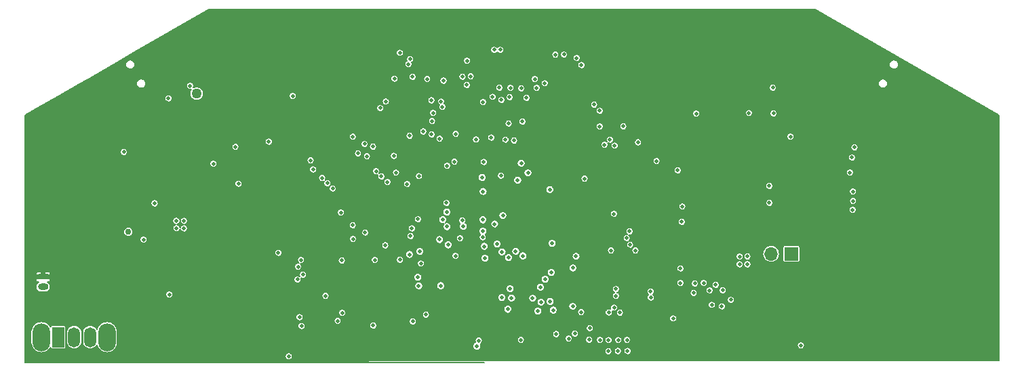
<source format=gbr>
G04 #@! TF.GenerationSoftware,KiCad,Pcbnew,5.1.3-ffb9f22~84~ubuntu18.10.1*
G04 #@! TF.CreationDate,2019-11-16T15:14:42-06:00*
G04 #@! TF.ProjectId,BurnedHead,4275726e-6564-4486-9561-642e6b696361,rev?*
G04 #@! TF.SameCoordinates,Original*
G04 #@! TF.FileFunction,Copper,L3,Inr*
G04 #@! TF.FilePolarity,Positive*
%FSLAX46Y46*%
G04 Gerber Fmt 4.6, Leading zero omitted, Abs format (unit mm)*
G04 Created by KiCad (PCBNEW 5.1.3-ffb9f22~84~ubuntu18.10.1) date 2019-11-16 15:14:42*
%MOMM*%
%LPD*%
G04 APERTURE LIST*
%ADD10O,1.700000X1.700000*%
%ADD11R,1.700000X1.700000*%
%ADD12R,1.300000X0.800000*%
%ADD13O,1.300000X0.800000*%
%ADD14O,2.200000X3.500000*%
%ADD15O,1.500000X2.500000*%
%ADD16R,1.500000X2.500000*%
%ADD17C,0.508000*%
%ADD18C,1.270000*%
%ADD19C,0.762000*%
%ADD20C,0.127000*%
G04 APERTURE END LIST*
D10*
X247604280Y-168516300D03*
D11*
X250144280Y-168516300D03*
D12*
X156721000Y-171382000D03*
D13*
X156721000Y-172632000D03*
D14*
X164695060Y-178917600D03*
X156495060Y-178917600D03*
D15*
X162595060Y-178917600D03*
X160595060Y-178917600D03*
D16*
X158595060Y-178917600D03*
D17*
X207398731Y-156908231D03*
X202981560Y-144683480D03*
X195000880Y-154551380D03*
X195994020Y-156618940D03*
X197317360Y-155491180D03*
X203024740Y-168140380D03*
X203039980Y-172046900D03*
X225554540Y-179275740D03*
X228071680Y-175882300D03*
X207291940Y-164416740D03*
X258168140Y-161330640D03*
X192877440Y-159613600D03*
X198795640Y-149636480D03*
X210327240Y-144299940D03*
X208602580Y-152750520D03*
X205554580Y-154152600D03*
X210141820Y-146987260D03*
X212090000Y-149037040D03*
X214266780Y-148602700D03*
X216631520Y-148480780D03*
X224109280Y-144231360D03*
X228297740Y-168142920D03*
X240903760Y-173047660D03*
X238617760Y-172643800D03*
X216565480Y-159702500D03*
X216578180Y-157871160D03*
X222821500Y-174269400D03*
X212625940Y-167439340D03*
X211937600Y-168341040D03*
X206913480Y-166573200D03*
X213052660Y-164071300D03*
X215905080Y-168973500D03*
X214114380Y-168968420D03*
X219758260Y-175214280D03*
X214358748Y-173148604D03*
X214960200Y-174734220D03*
X220121480Y-171670980D03*
X252910000Y-170910000D03*
X245050000Y-161790000D03*
X262240000Y-145990000D03*
X168250000Y-146060000D03*
X206350000Y-169910000D03*
X232130000Y-143870000D03*
X239110000Y-143940000D03*
X243670000Y-143940000D03*
X173500000Y-152640000D03*
X176690000Y-168890000D03*
X259160000Y-153410000D03*
X186215000Y-159355000D03*
X228664560Y-163351800D03*
X225089093Y-172861728D03*
X229190000Y-174460000D03*
X218050000Y-178480000D03*
X234950000Y-169793920D03*
X233189780Y-165150800D03*
X192633600Y-180423820D03*
X255333490Y-158771564D03*
X262550000Y-164830750D03*
X227035360Y-144482820D03*
X187612020Y-146964400D03*
X222915946Y-169539706D03*
X211625531Y-164970451D03*
X211617550Y-159810000D03*
X222882460Y-165440360D03*
X208812189Y-165867080D03*
X202878721Y-176301390D03*
X205752700Y-178013360D03*
X212818980Y-178592480D03*
X252712220Y-147985480D03*
X263479280Y-154378660D03*
X273829780Y-154360880D03*
X274271740Y-165757860D03*
X272600420Y-172034200D03*
X272605500Y-179920900D03*
X227590916Y-164935941D03*
X220365320Y-166491920D03*
X220388180Y-162455860D03*
X220132039Y-156892379D03*
X220425252Y-157957894D03*
X203753720Y-158150560D03*
X203019660Y-157215840D03*
X203808990Y-164778051D03*
X167833040Y-164330380D03*
X166811960Y-164899340D03*
X171739560Y-168335960D03*
X170911520Y-169466260D03*
X163593780Y-174736760D03*
D18*
X158186120Y-171396660D03*
D17*
X156448760Y-167286940D03*
X157464760Y-167286940D03*
X157515560Y-155501340D03*
X183682640Y-149969220D03*
X183700420Y-146141440D03*
X184200800Y-145039080D03*
X205229460Y-176093120D03*
X232521760Y-177004980D03*
X234848400Y-177116740D03*
X236628940Y-158280100D03*
X224010756Y-178198770D03*
X221429690Y-178396900D03*
X210149440Y-180096160D03*
X212175392Y-154546193D03*
X205760320Y-149913340D03*
X203738480Y-146585940D03*
X207347820Y-146692620D03*
X199900540Y-146636740D03*
X204320140Y-152448260D03*
X191129920Y-158407100D03*
X193447388Y-176148012D03*
X189372240Y-176725580D03*
X192641220Y-173944280D03*
X258175760Y-155846780D03*
X258000500Y-157789880D03*
X258251960Y-163573460D03*
D18*
X160490280Y-159253992D03*
D17*
X162206940Y-157602990D03*
X241848640Y-174536100D03*
X248737120Y-176629060D03*
X251206000Y-177078640D03*
X244822980Y-171422060D03*
X212382100Y-175717200D03*
X217088752Y-154533831D03*
X216601040Y-153616660D03*
X223113600Y-159115760D03*
X228168200Y-158699200D03*
X206354680Y-171742100D03*
X201803000Y-166263320D03*
X197937120Y-165300670D03*
X199405240Y-160164780D03*
X162943540Y-167205660D03*
X195458080Y-143344900D03*
D19*
X167354000Y-165766000D03*
D18*
X175884840Y-148496020D03*
D17*
X228234240Y-172902880D03*
X228241860Y-173766480D03*
X208770220Y-166578280D03*
X208196180Y-168762680D03*
X177975260Y-157243780D03*
X181114700Y-159750760D03*
X201269600Y-169240200D03*
X247373140Y-160022540D03*
X247385840Y-162138360D03*
X227300000Y-179290000D03*
X213880000Y-158740000D03*
X200515220Y-156270960D03*
X202476100Y-153756360D03*
X174541180Y-157180280D03*
X238257080Y-150995380D03*
X241752120Y-151030940D03*
X244845840Y-150921720D03*
X247904000Y-150957280D03*
X229148640Y-152575260D03*
X231000300Y-154579320D03*
X233304080Y-156913580D03*
X184896760Y-154492960D03*
X236517180Y-162605720D03*
X236443520Y-164500560D03*
X236286040Y-172166280D03*
X243672360Y-168843960D03*
X244645180Y-168831260D03*
X243669820Y-169814240D03*
X244635020Y-169814240D03*
X236286040Y-170334940D03*
X198140320Y-169275760D03*
X197921880Y-177467260D03*
X173355000Y-165318440D03*
X173344840Y-164391340D03*
X174292260Y-164391340D03*
X174292260Y-165328600D03*
X195374260Y-164927280D03*
X195404740Y-166657020D03*
X232572560Y-173210220D03*
X209059780Y-164332920D03*
X202877420Y-176961800D03*
X196923660Y-165849300D03*
X203520791Y-164183841D03*
X216367360Y-179283360D03*
X211112100Y-179367180D03*
X232597960Y-173974760D03*
X227289360Y-180667660D03*
X228475540Y-180654960D03*
X229676960Y-180654960D03*
X228533960Y-179285900D03*
X229613460Y-179280820D03*
X223895920Y-175803560D03*
X224320100Y-159115760D03*
X203883390Y-169719587D03*
X203648568Y-158802547D03*
X251328100Y-179963900D03*
X187396120Y-181322980D03*
X172478700Y-173596300D03*
X188480700Y-171719240D03*
X258019011Y-155205240D03*
X257790000Y-163010000D03*
X213928960Y-149278340D03*
X257840000Y-161910000D03*
X257830000Y-160740000D03*
X217065860Y-149011640D03*
X257440000Y-158360000D03*
X216408000Y-147835620D03*
X257698283Y-156480000D03*
X227977700Y-163509960D03*
X250029980Y-153875740D03*
X226232720Y-179280820D03*
X204511954Y-176102992D03*
X224883980Y-179230020D03*
X242575080Y-174256700D03*
X235376720Y-176580800D03*
X227350320Y-175831500D03*
X241447320Y-175074580D03*
X240200927Y-174888413D03*
X169260520Y-166725600D03*
X170639740Y-162196780D03*
X186085480Y-168386760D03*
X187880000Y-148800000D03*
X237939636Y-173399199D03*
X228004259Y-175225339D03*
X218694000Y-147208240D03*
X201134980Y-142600680D03*
X220649800Y-145158460D03*
X206598520Y-142529560D03*
X214863680Y-143151860D03*
X221472760Y-152900380D03*
X215046560Y-153890980D03*
X211833460Y-153896060D03*
X217416888Y-175952876D03*
X190644780Y-157271720D03*
X218483180Y-173758860D03*
X213787771Y-143014647D03*
X213019640Y-143014647D03*
X215061800Y-147764500D03*
X213680040Y-147741640D03*
X225508820Y-149865080D03*
X226212400Y-150637240D03*
X226199700Y-152598120D03*
X216550240Y-151980900D03*
X214835740Y-152217120D03*
X212656420Y-153979880D03*
X211726780Y-157030420D03*
X207073500Y-162151060D03*
X211604531Y-166436471D03*
X199430640Y-167446960D03*
X207147033Y-157518798D03*
X214957660Y-148925280D03*
X208066640Y-156994860D03*
X220675691Y-143639527D03*
X228730954Y-175843546D03*
X201254360Y-143393160D03*
X221742000Y-143609060D03*
X238081820Y-172214540D03*
X202163680Y-159787300D03*
X198936277Y-158843332D03*
X172349287Y-149082141D03*
X166791640Y-155790900D03*
X200586340Y-146624040D03*
X212829140Y-148897340D03*
X205191360Y-149326600D03*
X215514841Y-154356659D03*
X196034660Y-155956000D03*
X195382511Y-153882511D03*
X239913149Y-173076069D03*
X223319340Y-144038320D03*
X224979572Y-177789853D03*
X202537060Y-144172940D03*
X219354301Y-147196170D03*
X202333634Y-144811291D03*
X202828533Y-146397209D03*
X218110000Y-146670000D03*
X241563890Y-173066980D03*
X222333477Y-179109732D03*
X211642960Y-149547580D03*
X204670660Y-146664680D03*
X206410781Y-149483111D03*
X214426800Y-154246580D03*
X191553912Y-159033052D03*
X193489580Y-176890680D03*
X192200499Y-159679639D03*
X194051914Y-175882132D03*
X206707310Y-146869514D03*
X210772071Y-154231208D03*
X206560420Y-150141940D03*
X208229723Y-153518776D03*
X223915922Y-144921463D03*
X220769180Y-178539140D03*
X209645965Y-144391380D03*
X239201960Y-172145960D03*
X209077560Y-146372580D03*
X204175360Y-153217880D03*
X205219566Y-153583470D03*
X209610960Y-147403820D03*
X210101180Y-146324320D03*
X206214742Y-154134453D03*
X202575160Y-166288720D03*
X196850000Y-154782520D03*
X199697340Y-159547560D03*
X197901560Y-155115260D03*
X240682618Y-172387275D03*
X223103697Y-178473464D03*
X197149686Y-156329340D03*
X202750420Y-165328600D03*
X235938060Y-158071820D03*
X227619560Y-168087040D03*
X215016080Y-172862240D03*
X213987380Y-173984920D03*
X215204040Y-174025560D03*
X214722845Y-175438331D03*
X223258380Y-168826180D03*
X222839280Y-175066960D03*
X220017867Y-174450123D03*
X220407790Y-175538500D03*
X222864670Y-170279060D03*
X218489733Y-175669219D03*
X218873062Y-174555688D03*
X217835321Y-174062830D03*
X218798140Y-172666660D03*
X219389960Y-171686220D03*
X210875980Y-180038053D03*
X220149420Y-170840400D03*
X214122000Y-163733480D03*
X213098365Y-164781042D03*
X211620100Y-164259260D03*
X211625010Y-165681662D03*
X216621360Y-168765220D03*
X215719660Y-168198800D03*
X214827944Y-168996560D03*
X214020400Y-168262300D03*
X213393020Y-167297100D03*
X215968580Y-159308800D03*
X206347060Y-172491400D03*
X207140602Y-165111663D03*
X206600175Y-164251562D03*
X217248740Y-158407100D03*
X203614020Y-172509180D03*
X216402151Y-157182076D03*
X207124300Y-163286428D03*
X203504800Y-171452540D03*
X202458320Y-168589960D03*
X203742335Y-168207578D03*
X211877810Y-169049734D03*
X207281780Y-167393620D03*
X206217330Y-166718795D03*
X211795360Y-167573960D03*
X211528660Y-158973520D03*
X211650580Y-160721040D03*
X209167788Y-165053270D03*
X219974160Y-160479740D03*
X220273880Y-167210740D03*
X198815528Y-150296593D03*
X190431496Y-157959738D03*
X188983620Y-177528220D03*
X218341577Y-147769297D03*
X205275180Y-151930100D03*
X199506985Y-149485398D03*
X188742309Y-176421529D03*
X190113920Y-156832300D03*
X200776840Y-158374080D03*
X191978280Y-173779180D03*
X192865360Y-160344500D03*
X198289697Y-158196752D03*
X205409800Y-150916640D03*
X175072040Y-147523200D03*
X180726080Y-155153360D03*
X193895980Y-163360100D03*
X194010445Y-169334170D03*
X189155598Y-171102262D03*
X188549280Y-170131740D03*
X188914360Y-169278311D03*
X226814380Y-154879040D03*
X227490020Y-154246580D03*
X229927163Y-165696628D03*
X230670100Y-168089580D03*
X229580280Y-166542690D03*
X230002080Y-167373300D03*
X247817640Y-147739100D03*
X228077156Y-154991623D03*
D20*
G36*
X276086501Y-151210022D02*
G01*
X276086500Y-181800500D01*
X154686000Y-181800500D01*
X154673807Y-181801682D01*
X154661884Y-181805258D01*
X154650887Y-181811091D01*
X154641240Y-181818958D01*
X154633313Y-181828556D01*
X154627410Y-181839516D01*
X154623759Y-181851417D01*
X154622500Y-181863801D01*
X154623682Y-181876193D01*
X154627258Y-181888116D01*
X154633091Y-181899113D01*
X154640958Y-181908760D01*
X154650556Y-181916687D01*
X154661516Y-181922590D01*
X154673417Y-181926241D01*
X154685801Y-181927500D01*
X211786801Y-182106500D01*
X154443500Y-182106500D01*
X154443500Y-181276699D01*
X186926220Y-181276699D01*
X186926220Y-181369261D01*
X186944278Y-181460045D01*
X186979700Y-181545561D01*
X187031125Y-181622524D01*
X187096576Y-181687975D01*
X187173539Y-181739400D01*
X187259055Y-181774822D01*
X187349839Y-181792880D01*
X187442401Y-181792880D01*
X187533185Y-181774822D01*
X187618701Y-181739400D01*
X187695664Y-181687975D01*
X187761115Y-181622524D01*
X187812540Y-181545561D01*
X187847962Y-181460045D01*
X187866020Y-181369261D01*
X187866020Y-181276699D01*
X187847962Y-181185915D01*
X187812540Y-181100399D01*
X187761115Y-181023436D01*
X187695664Y-180957985D01*
X187618701Y-180906560D01*
X187533185Y-180871138D01*
X187442401Y-180853080D01*
X187349839Y-180853080D01*
X187259055Y-180871138D01*
X187173539Y-180906560D01*
X187096576Y-180957985D01*
X187031125Y-181023436D01*
X186979700Y-181100399D01*
X186944278Y-181185915D01*
X186926220Y-181276699D01*
X154443500Y-181276699D01*
X154443500Y-178202956D01*
X155179160Y-178202956D01*
X155179160Y-179632245D01*
X155198200Y-179825561D01*
X155273445Y-180073610D01*
X155395636Y-180302212D01*
X155560077Y-180502584D01*
X155760449Y-180667025D01*
X155989051Y-180789215D01*
X156237100Y-180864460D01*
X156495060Y-180889867D01*
X156753021Y-180864460D01*
X157001070Y-180789215D01*
X157229672Y-180667025D01*
X157430044Y-180502584D01*
X157594485Y-180302212D01*
X157636459Y-180223684D01*
X157644630Y-180250621D01*
X157664678Y-180288128D01*
X157691657Y-180321003D01*
X157724532Y-180347982D01*
X157762039Y-180368030D01*
X157802736Y-180380375D01*
X157845060Y-180384544D01*
X159345060Y-180384544D01*
X159387384Y-180380375D01*
X159428081Y-180368030D01*
X159465588Y-180347982D01*
X159498463Y-180321003D01*
X159525442Y-180288128D01*
X159545490Y-180250621D01*
X159557835Y-180209924D01*
X159562004Y-180167600D01*
X159562004Y-178370155D01*
X159629160Y-178370155D01*
X159629161Y-179465046D01*
X159643137Y-179606949D01*
X159698368Y-179789022D01*
X159788059Y-179956821D01*
X159908762Y-180103899D01*
X160055840Y-180224602D01*
X160223639Y-180314293D01*
X160405712Y-180369524D01*
X160595060Y-180388173D01*
X160784409Y-180369524D01*
X160966482Y-180314293D01*
X161134281Y-180224602D01*
X161281359Y-180103899D01*
X161402062Y-179956821D01*
X161491753Y-179789022D01*
X161546984Y-179606949D01*
X161560960Y-179465045D01*
X161560960Y-178370155D01*
X161629160Y-178370155D01*
X161629161Y-179465046D01*
X161643137Y-179606949D01*
X161698368Y-179789022D01*
X161788059Y-179956821D01*
X161908762Y-180103899D01*
X162055840Y-180224602D01*
X162223639Y-180314293D01*
X162405712Y-180369524D01*
X162595060Y-180388173D01*
X162784409Y-180369524D01*
X162966482Y-180314293D01*
X163134281Y-180224602D01*
X163281359Y-180103899D01*
X163402062Y-179956821D01*
X163425000Y-179913908D01*
X163473445Y-180073610D01*
X163595636Y-180302212D01*
X163760077Y-180502584D01*
X163960449Y-180667025D01*
X164189051Y-180789215D01*
X164437100Y-180864460D01*
X164695060Y-180889867D01*
X164953021Y-180864460D01*
X165201070Y-180789215D01*
X165429672Y-180667025D01*
X165485291Y-180621379D01*
X226819460Y-180621379D01*
X226819460Y-180713941D01*
X226837518Y-180804725D01*
X226872940Y-180890241D01*
X226924365Y-180967204D01*
X226989816Y-181032655D01*
X227066779Y-181084080D01*
X227152295Y-181119502D01*
X227243079Y-181137560D01*
X227335641Y-181137560D01*
X227426425Y-181119502D01*
X227511941Y-181084080D01*
X227588904Y-181032655D01*
X227654355Y-180967204D01*
X227705780Y-180890241D01*
X227741202Y-180804725D01*
X227759260Y-180713941D01*
X227759260Y-180621379D01*
X227756734Y-180608679D01*
X228005640Y-180608679D01*
X228005640Y-180701241D01*
X228023698Y-180792025D01*
X228059120Y-180877541D01*
X228110545Y-180954504D01*
X228175996Y-181019955D01*
X228252959Y-181071380D01*
X228338475Y-181106802D01*
X228429259Y-181124860D01*
X228521821Y-181124860D01*
X228612605Y-181106802D01*
X228698121Y-181071380D01*
X228775084Y-181019955D01*
X228840535Y-180954504D01*
X228891960Y-180877541D01*
X228927382Y-180792025D01*
X228945440Y-180701241D01*
X228945440Y-180608679D01*
X229207060Y-180608679D01*
X229207060Y-180701241D01*
X229225118Y-180792025D01*
X229260540Y-180877541D01*
X229311965Y-180954504D01*
X229377416Y-181019955D01*
X229454379Y-181071380D01*
X229539895Y-181106802D01*
X229630679Y-181124860D01*
X229723241Y-181124860D01*
X229814025Y-181106802D01*
X229899541Y-181071380D01*
X229976504Y-181019955D01*
X230041955Y-180954504D01*
X230093380Y-180877541D01*
X230128802Y-180792025D01*
X230146860Y-180701241D01*
X230146860Y-180608679D01*
X230128802Y-180517895D01*
X230093380Y-180432379D01*
X230041955Y-180355416D01*
X229976504Y-180289965D01*
X229899541Y-180238540D01*
X229814025Y-180203118D01*
X229723241Y-180185060D01*
X229630679Y-180185060D01*
X229539895Y-180203118D01*
X229454379Y-180238540D01*
X229377416Y-180289965D01*
X229311965Y-180355416D01*
X229260540Y-180432379D01*
X229225118Y-180517895D01*
X229207060Y-180608679D01*
X228945440Y-180608679D01*
X228927382Y-180517895D01*
X228891960Y-180432379D01*
X228840535Y-180355416D01*
X228775084Y-180289965D01*
X228698121Y-180238540D01*
X228612605Y-180203118D01*
X228521821Y-180185060D01*
X228429259Y-180185060D01*
X228338475Y-180203118D01*
X228252959Y-180238540D01*
X228175996Y-180289965D01*
X228110545Y-180355416D01*
X228059120Y-180432379D01*
X228023698Y-180517895D01*
X228005640Y-180608679D01*
X227756734Y-180608679D01*
X227741202Y-180530595D01*
X227705780Y-180445079D01*
X227654355Y-180368116D01*
X227588904Y-180302665D01*
X227511941Y-180251240D01*
X227426425Y-180215818D01*
X227335641Y-180197760D01*
X227243079Y-180197760D01*
X227152295Y-180215818D01*
X227066779Y-180251240D01*
X226989816Y-180302665D01*
X226924365Y-180368116D01*
X226872940Y-180445079D01*
X226837518Y-180530595D01*
X226819460Y-180621379D01*
X165485291Y-180621379D01*
X165630044Y-180502584D01*
X165794485Y-180302212D01*
X165916675Y-180073610D01*
X165943017Y-179986769D01*
X210355280Y-179986769D01*
X210355280Y-180089337D01*
X210375291Y-180189935D01*
X210414542Y-180284697D01*
X210471526Y-180369980D01*
X210544053Y-180442507D01*
X210629336Y-180499491D01*
X210724098Y-180538742D01*
X210824696Y-180558753D01*
X210927264Y-180558753D01*
X211027862Y-180538742D01*
X211122624Y-180499491D01*
X211207907Y-180442507D01*
X211280434Y-180369980D01*
X211337418Y-180284697D01*
X211376669Y-180189935D01*
X211396680Y-180089337D01*
X211396680Y-179986769D01*
X211382925Y-179917619D01*
X250858200Y-179917619D01*
X250858200Y-180010181D01*
X250876258Y-180100965D01*
X250911680Y-180186481D01*
X250963105Y-180263444D01*
X251028556Y-180328895D01*
X251105519Y-180380320D01*
X251191035Y-180415742D01*
X251281819Y-180433800D01*
X251374381Y-180433800D01*
X251465165Y-180415742D01*
X251550681Y-180380320D01*
X251627644Y-180328895D01*
X251693095Y-180263444D01*
X251744520Y-180186481D01*
X251779942Y-180100965D01*
X251798000Y-180010181D01*
X251798000Y-179917619D01*
X251779942Y-179826835D01*
X251744520Y-179741319D01*
X251693095Y-179664356D01*
X251627644Y-179598905D01*
X251550681Y-179547480D01*
X251465165Y-179512058D01*
X251374381Y-179494000D01*
X251281819Y-179494000D01*
X251191035Y-179512058D01*
X251105519Y-179547480D01*
X251028556Y-179598905D01*
X250963105Y-179664356D01*
X250911680Y-179741319D01*
X250876258Y-179826835D01*
X250858200Y-179917619D01*
X211382925Y-179917619D01*
X211376669Y-179886171D01*
X211337418Y-179791409D01*
X211332738Y-179784405D01*
X211334681Y-179783600D01*
X211411644Y-179732175D01*
X211477095Y-179666724D01*
X211528520Y-179589761D01*
X211563942Y-179504245D01*
X211582000Y-179413461D01*
X211582000Y-179320899D01*
X211565328Y-179237079D01*
X215897460Y-179237079D01*
X215897460Y-179329641D01*
X215915518Y-179420425D01*
X215950940Y-179505941D01*
X216002365Y-179582904D01*
X216067816Y-179648355D01*
X216144779Y-179699780D01*
X216230295Y-179735202D01*
X216321079Y-179753260D01*
X216413641Y-179753260D01*
X216504425Y-179735202D01*
X216589941Y-179699780D01*
X216666904Y-179648355D01*
X216732355Y-179582904D01*
X216783780Y-179505941D01*
X216819202Y-179420425D01*
X216837260Y-179329641D01*
X216837260Y-179237079D01*
X216819202Y-179146295D01*
X216784887Y-179063451D01*
X221863577Y-179063451D01*
X221863577Y-179156013D01*
X221881635Y-179246797D01*
X221917057Y-179332313D01*
X221968482Y-179409276D01*
X222033933Y-179474727D01*
X222110896Y-179526152D01*
X222196412Y-179561574D01*
X222287196Y-179579632D01*
X222379758Y-179579632D01*
X222470542Y-179561574D01*
X222556058Y-179526152D01*
X222633021Y-179474727D01*
X222698472Y-179409276D01*
X222749897Y-179332313D01*
X222785319Y-179246797D01*
X222797861Y-179183739D01*
X224414080Y-179183739D01*
X224414080Y-179276301D01*
X224432138Y-179367085D01*
X224467560Y-179452601D01*
X224518985Y-179529564D01*
X224584436Y-179595015D01*
X224661399Y-179646440D01*
X224746915Y-179681862D01*
X224837699Y-179699920D01*
X224930261Y-179699920D01*
X225021045Y-179681862D01*
X225106561Y-179646440D01*
X225183524Y-179595015D01*
X225248975Y-179529564D01*
X225300400Y-179452601D01*
X225335822Y-179367085D01*
X225353880Y-179276301D01*
X225353880Y-179234539D01*
X225762820Y-179234539D01*
X225762820Y-179327101D01*
X225780878Y-179417885D01*
X225816300Y-179503401D01*
X225867725Y-179580364D01*
X225933176Y-179645815D01*
X226010139Y-179697240D01*
X226095655Y-179732662D01*
X226186439Y-179750720D01*
X226279001Y-179750720D01*
X226369785Y-179732662D01*
X226455301Y-179697240D01*
X226532264Y-179645815D01*
X226597715Y-179580364D01*
X226649140Y-179503401D01*
X226684562Y-179417885D01*
X226702620Y-179327101D01*
X226702620Y-179243719D01*
X226830100Y-179243719D01*
X226830100Y-179336281D01*
X226848158Y-179427065D01*
X226883580Y-179512581D01*
X226935005Y-179589544D01*
X227000456Y-179654995D01*
X227077419Y-179706420D01*
X227162935Y-179741842D01*
X227253719Y-179759900D01*
X227346281Y-179759900D01*
X227437065Y-179741842D01*
X227522581Y-179706420D01*
X227599544Y-179654995D01*
X227664995Y-179589544D01*
X227716420Y-179512581D01*
X227751842Y-179427065D01*
X227769900Y-179336281D01*
X227769900Y-179243719D01*
X227769085Y-179239619D01*
X228064060Y-179239619D01*
X228064060Y-179332181D01*
X228082118Y-179422965D01*
X228117540Y-179508481D01*
X228168965Y-179585444D01*
X228234416Y-179650895D01*
X228311379Y-179702320D01*
X228396895Y-179737742D01*
X228487679Y-179755800D01*
X228580241Y-179755800D01*
X228671025Y-179737742D01*
X228756541Y-179702320D01*
X228833504Y-179650895D01*
X228898955Y-179585444D01*
X228950380Y-179508481D01*
X228985802Y-179422965D01*
X229003860Y-179332181D01*
X229003860Y-179239619D01*
X229002850Y-179234539D01*
X229143560Y-179234539D01*
X229143560Y-179327101D01*
X229161618Y-179417885D01*
X229197040Y-179503401D01*
X229248465Y-179580364D01*
X229313916Y-179645815D01*
X229390879Y-179697240D01*
X229476395Y-179732662D01*
X229567179Y-179750720D01*
X229659741Y-179750720D01*
X229750525Y-179732662D01*
X229836041Y-179697240D01*
X229913004Y-179645815D01*
X229978455Y-179580364D01*
X230029880Y-179503401D01*
X230065302Y-179417885D01*
X230083360Y-179327101D01*
X230083360Y-179234539D01*
X230065302Y-179143755D01*
X230029880Y-179058239D01*
X229978455Y-178981276D01*
X229913004Y-178915825D01*
X229836041Y-178864400D01*
X229750525Y-178828978D01*
X229659741Y-178810920D01*
X229567179Y-178810920D01*
X229476395Y-178828978D01*
X229390879Y-178864400D01*
X229313916Y-178915825D01*
X229248465Y-178981276D01*
X229197040Y-179058239D01*
X229161618Y-179143755D01*
X229143560Y-179234539D01*
X229002850Y-179234539D01*
X228985802Y-179148835D01*
X228950380Y-179063319D01*
X228898955Y-178986356D01*
X228833504Y-178920905D01*
X228756541Y-178869480D01*
X228671025Y-178834058D01*
X228580241Y-178816000D01*
X228487679Y-178816000D01*
X228396895Y-178834058D01*
X228311379Y-178869480D01*
X228234416Y-178920905D01*
X228168965Y-178986356D01*
X228117540Y-179063319D01*
X228082118Y-179148835D01*
X228064060Y-179239619D01*
X227769085Y-179239619D01*
X227751842Y-179152935D01*
X227716420Y-179067419D01*
X227664995Y-178990456D01*
X227599544Y-178925005D01*
X227522581Y-178873580D01*
X227437065Y-178838158D01*
X227346281Y-178820100D01*
X227253719Y-178820100D01*
X227162935Y-178838158D01*
X227077419Y-178873580D01*
X227000456Y-178925005D01*
X226935005Y-178990456D01*
X226883580Y-179067419D01*
X226848158Y-179152935D01*
X226830100Y-179243719D01*
X226702620Y-179243719D01*
X226702620Y-179234539D01*
X226684562Y-179143755D01*
X226649140Y-179058239D01*
X226597715Y-178981276D01*
X226532264Y-178915825D01*
X226455301Y-178864400D01*
X226369785Y-178828978D01*
X226279001Y-178810920D01*
X226186439Y-178810920D01*
X226095655Y-178828978D01*
X226010139Y-178864400D01*
X225933176Y-178915825D01*
X225867725Y-178981276D01*
X225816300Y-179058239D01*
X225780878Y-179143755D01*
X225762820Y-179234539D01*
X225353880Y-179234539D01*
X225353880Y-179183739D01*
X225335822Y-179092955D01*
X225300400Y-179007439D01*
X225248975Y-178930476D01*
X225183524Y-178865025D01*
X225106561Y-178813600D01*
X225021045Y-178778178D01*
X224930261Y-178760120D01*
X224837699Y-178760120D01*
X224746915Y-178778178D01*
X224661399Y-178813600D01*
X224584436Y-178865025D01*
X224518985Y-178930476D01*
X224467560Y-179007439D01*
X224432138Y-179092955D01*
X224414080Y-179183739D01*
X222797861Y-179183739D01*
X222803377Y-179156013D01*
X222803377Y-179063451D01*
X222785319Y-178972667D01*
X222749897Y-178887151D01*
X222698472Y-178810188D01*
X222633021Y-178744737D01*
X222556058Y-178693312D01*
X222470542Y-178657890D01*
X222379758Y-178639832D01*
X222287196Y-178639832D01*
X222196412Y-178657890D01*
X222110896Y-178693312D01*
X222033933Y-178744737D01*
X221968482Y-178810188D01*
X221917057Y-178887151D01*
X221881635Y-178972667D01*
X221863577Y-179063451D01*
X216784887Y-179063451D01*
X216783780Y-179060779D01*
X216732355Y-178983816D01*
X216666904Y-178918365D01*
X216589941Y-178866940D01*
X216504425Y-178831518D01*
X216413641Y-178813460D01*
X216321079Y-178813460D01*
X216230295Y-178831518D01*
X216144779Y-178866940D01*
X216067816Y-178918365D01*
X216002365Y-178983816D01*
X215950940Y-179060779D01*
X215915518Y-179146295D01*
X215897460Y-179237079D01*
X211565328Y-179237079D01*
X211563942Y-179230115D01*
X211528520Y-179144599D01*
X211477095Y-179067636D01*
X211411644Y-179002185D01*
X211334681Y-178950760D01*
X211249165Y-178915338D01*
X211158381Y-178897280D01*
X211065819Y-178897280D01*
X210975035Y-178915338D01*
X210889519Y-178950760D01*
X210812556Y-179002185D01*
X210747105Y-179067636D01*
X210695680Y-179144599D01*
X210660258Y-179230115D01*
X210642200Y-179320899D01*
X210642200Y-179413461D01*
X210660258Y-179504245D01*
X210681316Y-179555084D01*
X210629336Y-179576615D01*
X210544053Y-179633599D01*
X210471526Y-179706126D01*
X210414542Y-179791409D01*
X210375291Y-179886171D01*
X210355280Y-179986769D01*
X165943017Y-179986769D01*
X165991920Y-179825561D01*
X166010960Y-179632245D01*
X166010960Y-178492859D01*
X220299280Y-178492859D01*
X220299280Y-178585421D01*
X220317338Y-178676205D01*
X220352760Y-178761721D01*
X220404185Y-178838684D01*
X220469636Y-178904135D01*
X220546599Y-178955560D01*
X220632115Y-178990982D01*
X220722899Y-179009040D01*
X220815461Y-179009040D01*
X220906245Y-178990982D01*
X220991761Y-178955560D01*
X221068724Y-178904135D01*
X221134175Y-178838684D01*
X221185600Y-178761721D01*
X221221022Y-178676205D01*
X221239080Y-178585421D01*
X221239080Y-178492859D01*
X221226017Y-178427183D01*
X222633797Y-178427183D01*
X222633797Y-178519745D01*
X222651855Y-178610529D01*
X222687277Y-178696045D01*
X222738702Y-178773008D01*
X222804153Y-178838459D01*
X222881116Y-178889884D01*
X222966632Y-178925306D01*
X223057416Y-178943364D01*
X223149978Y-178943364D01*
X223240762Y-178925306D01*
X223326278Y-178889884D01*
X223403241Y-178838459D01*
X223468692Y-178773008D01*
X223520117Y-178696045D01*
X223555539Y-178610529D01*
X223573597Y-178519745D01*
X223573597Y-178427183D01*
X223555539Y-178336399D01*
X223520117Y-178250883D01*
X223468692Y-178173920D01*
X223403241Y-178108469D01*
X223326278Y-178057044D01*
X223240762Y-178021622D01*
X223149978Y-178003564D01*
X223057416Y-178003564D01*
X222966632Y-178021622D01*
X222881116Y-178057044D01*
X222804153Y-178108469D01*
X222738702Y-178173920D01*
X222687277Y-178250883D01*
X222651855Y-178336399D01*
X222633797Y-178427183D01*
X221226017Y-178427183D01*
X221221022Y-178402075D01*
X221185600Y-178316559D01*
X221134175Y-178239596D01*
X221068724Y-178174145D01*
X220991761Y-178122720D01*
X220906245Y-178087298D01*
X220815461Y-178069240D01*
X220722899Y-178069240D01*
X220632115Y-178087298D01*
X220546599Y-178122720D01*
X220469636Y-178174145D01*
X220404185Y-178239596D01*
X220352760Y-178316559D01*
X220317338Y-178402075D01*
X220299280Y-178492859D01*
X166010960Y-178492859D01*
X166010960Y-178202955D01*
X165991920Y-178009639D01*
X165916675Y-177761590D01*
X165794485Y-177532988D01*
X165752591Y-177481939D01*
X188513720Y-177481939D01*
X188513720Y-177574501D01*
X188531778Y-177665285D01*
X188567200Y-177750801D01*
X188618625Y-177827764D01*
X188684076Y-177893215D01*
X188761039Y-177944640D01*
X188846555Y-177980062D01*
X188937339Y-177998120D01*
X189029901Y-177998120D01*
X189120685Y-177980062D01*
X189206201Y-177944640D01*
X189283164Y-177893215D01*
X189348615Y-177827764D01*
X189400040Y-177750801D01*
X189435462Y-177665285D01*
X189453520Y-177574501D01*
X189453520Y-177481939D01*
X189441395Y-177420979D01*
X197451980Y-177420979D01*
X197451980Y-177513541D01*
X197470038Y-177604325D01*
X197505460Y-177689841D01*
X197556885Y-177766804D01*
X197622336Y-177832255D01*
X197699299Y-177883680D01*
X197784815Y-177919102D01*
X197875599Y-177937160D01*
X197968161Y-177937160D01*
X198058945Y-177919102D01*
X198144461Y-177883680D01*
X198221424Y-177832255D01*
X198286875Y-177766804D01*
X198302398Y-177743572D01*
X224509672Y-177743572D01*
X224509672Y-177836134D01*
X224527730Y-177926918D01*
X224563152Y-178012434D01*
X224614577Y-178089397D01*
X224680028Y-178154848D01*
X224756991Y-178206273D01*
X224842507Y-178241695D01*
X224933291Y-178259753D01*
X225025853Y-178259753D01*
X225116637Y-178241695D01*
X225202153Y-178206273D01*
X225279116Y-178154848D01*
X225344567Y-178089397D01*
X225395992Y-178012434D01*
X225431414Y-177926918D01*
X225449472Y-177836134D01*
X225449472Y-177743572D01*
X225431414Y-177652788D01*
X225395992Y-177567272D01*
X225344567Y-177490309D01*
X225279116Y-177424858D01*
X225202153Y-177373433D01*
X225116637Y-177338011D01*
X225025853Y-177319953D01*
X224933291Y-177319953D01*
X224842507Y-177338011D01*
X224756991Y-177373433D01*
X224680028Y-177424858D01*
X224614577Y-177490309D01*
X224563152Y-177567272D01*
X224527730Y-177652788D01*
X224509672Y-177743572D01*
X198302398Y-177743572D01*
X198338300Y-177689841D01*
X198373722Y-177604325D01*
X198391780Y-177513541D01*
X198391780Y-177420979D01*
X198373722Y-177330195D01*
X198338300Y-177244679D01*
X198286875Y-177167716D01*
X198221424Y-177102265D01*
X198144461Y-177050840D01*
X198058945Y-177015418D01*
X197968161Y-176997360D01*
X197875599Y-176997360D01*
X197784815Y-177015418D01*
X197699299Y-177050840D01*
X197622336Y-177102265D01*
X197556885Y-177167716D01*
X197505460Y-177244679D01*
X197470038Y-177330195D01*
X197451980Y-177420979D01*
X189441395Y-177420979D01*
X189435462Y-177391155D01*
X189400040Y-177305639D01*
X189348615Y-177228676D01*
X189283164Y-177163225D01*
X189206201Y-177111800D01*
X189120685Y-177076378D01*
X189029901Y-177058320D01*
X188937339Y-177058320D01*
X188846555Y-177076378D01*
X188761039Y-177111800D01*
X188684076Y-177163225D01*
X188618625Y-177228676D01*
X188567200Y-177305639D01*
X188531778Y-177391155D01*
X188513720Y-177481939D01*
X165752591Y-177481939D01*
X165630044Y-177332616D01*
X165429671Y-177168175D01*
X165201069Y-177045985D01*
X164953020Y-176970740D01*
X164695060Y-176945333D01*
X164437099Y-176970740D01*
X164189050Y-177045985D01*
X163960448Y-177168175D01*
X163760076Y-177332616D01*
X163595635Y-177532989D01*
X163473445Y-177761591D01*
X163425000Y-177921293D01*
X163402062Y-177878379D01*
X163281359Y-177731301D01*
X163134281Y-177610598D01*
X162966481Y-177520907D01*
X162784408Y-177465676D01*
X162595060Y-177447027D01*
X162405711Y-177465676D01*
X162223638Y-177520907D01*
X162055839Y-177610598D01*
X161908761Y-177731301D01*
X161788058Y-177878379D01*
X161698367Y-178046179D01*
X161643136Y-178228252D01*
X161629160Y-178370155D01*
X161560960Y-178370155D01*
X161560960Y-178370154D01*
X161546984Y-178228251D01*
X161491753Y-178046178D01*
X161402062Y-177878379D01*
X161281359Y-177731301D01*
X161134281Y-177610598D01*
X160966481Y-177520907D01*
X160784408Y-177465676D01*
X160595060Y-177447027D01*
X160405711Y-177465676D01*
X160223638Y-177520907D01*
X160055839Y-177610598D01*
X159908761Y-177731301D01*
X159788058Y-177878379D01*
X159698367Y-178046179D01*
X159643136Y-178228252D01*
X159629160Y-178370155D01*
X159562004Y-178370155D01*
X159562004Y-177667600D01*
X159557835Y-177625276D01*
X159545490Y-177584579D01*
X159525442Y-177547072D01*
X159498463Y-177514197D01*
X159465588Y-177487218D01*
X159428081Y-177467170D01*
X159387384Y-177454825D01*
X159345060Y-177450656D01*
X157845060Y-177450656D01*
X157802736Y-177454825D01*
X157762039Y-177467170D01*
X157724532Y-177487218D01*
X157691657Y-177514197D01*
X157664678Y-177547072D01*
X157644630Y-177584579D01*
X157636459Y-177611516D01*
X157594485Y-177532988D01*
X157430044Y-177332616D01*
X157229671Y-177168175D01*
X157001069Y-177045985D01*
X156753020Y-176970740D01*
X156495060Y-176945333D01*
X156237099Y-176970740D01*
X155989050Y-177045985D01*
X155760448Y-177168175D01*
X155560076Y-177332616D01*
X155395635Y-177532989D01*
X155273445Y-177761591D01*
X155198200Y-178009640D01*
X155179160Y-178202956D01*
X154443500Y-178202956D01*
X154443500Y-176375248D01*
X188272409Y-176375248D01*
X188272409Y-176467810D01*
X188290467Y-176558594D01*
X188325889Y-176644110D01*
X188377314Y-176721073D01*
X188442765Y-176786524D01*
X188519728Y-176837949D01*
X188605244Y-176873371D01*
X188696028Y-176891429D01*
X188788590Y-176891429D01*
X188879374Y-176873371D01*
X188949318Y-176844399D01*
X193019680Y-176844399D01*
X193019680Y-176936961D01*
X193037738Y-177027745D01*
X193073160Y-177113261D01*
X193124585Y-177190224D01*
X193190036Y-177255675D01*
X193266999Y-177307100D01*
X193352515Y-177342522D01*
X193443299Y-177360580D01*
X193535861Y-177360580D01*
X193626645Y-177342522D01*
X193712161Y-177307100D01*
X193789124Y-177255675D01*
X193854575Y-177190224D01*
X193906000Y-177113261D01*
X193941422Y-177027745D01*
X193959480Y-176936961D01*
X193959480Y-176915519D01*
X202407520Y-176915519D01*
X202407520Y-177008081D01*
X202425578Y-177098865D01*
X202461000Y-177184381D01*
X202512425Y-177261344D01*
X202577876Y-177326795D01*
X202654839Y-177378220D01*
X202740355Y-177413642D01*
X202831139Y-177431700D01*
X202923701Y-177431700D01*
X203014485Y-177413642D01*
X203100001Y-177378220D01*
X203176964Y-177326795D01*
X203242415Y-177261344D01*
X203293840Y-177184381D01*
X203329262Y-177098865D01*
X203347320Y-177008081D01*
X203347320Y-176915519D01*
X203329262Y-176824735D01*
X203293840Y-176739219D01*
X203242415Y-176662256D01*
X203176964Y-176596805D01*
X203100001Y-176545380D01*
X203014485Y-176509958D01*
X202923701Y-176491900D01*
X202831139Y-176491900D01*
X202740355Y-176509958D01*
X202654839Y-176545380D01*
X202577876Y-176596805D01*
X202512425Y-176662256D01*
X202461000Y-176739219D01*
X202425578Y-176824735D01*
X202407520Y-176915519D01*
X193959480Y-176915519D01*
X193959480Y-176844399D01*
X193941422Y-176753615D01*
X193906000Y-176668099D01*
X193854575Y-176591136D01*
X193789124Y-176525685D01*
X193712161Y-176474260D01*
X193626645Y-176438838D01*
X193535861Y-176420780D01*
X193443299Y-176420780D01*
X193352515Y-176438838D01*
X193266999Y-176474260D01*
X193190036Y-176525685D01*
X193124585Y-176591136D01*
X193073160Y-176668099D01*
X193037738Y-176753615D01*
X193019680Y-176844399D01*
X188949318Y-176844399D01*
X188964890Y-176837949D01*
X189041853Y-176786524D01*
X189107304Y-176721073D01*
X189158729Y-176644110D01*
X189194151Y-176558594D01*
X189212209Y-176467810D01*
X189212209Y-176375248D01*
X189194151Y-176284464D01*
X189158729Y-176198948D01*
X189107304Y-176121985D01*
X189041853Y-176056534D01*
X188964890Y-176005109D01*
X188879374Y-175969687D01*
X188788590Y-175951629D01*
X188696028Y-175951629D01*
X188605244Y-175969687D01*
X188519728Y-176005109D01*
X188442765Y-176056534D01*
X188377314Y-176121985D01*
X188325889Y-176198948D01*
X188290467Y-176284464D01*
X188272409Y-176375248D01*
X154443500Y-176375248D01*
X154443500Y-175835851D01*
X193582014Y-175835851D01*
X193582014Y-175928413D01*
X193600072Y-176019197D01*
X193635494Y-176104713D01*
X193686919Y-176181676D01*
X193752370Y-176247127D01*
X193829333Y-176298552D01*
X193914849Y-176333974D01*
X194005633Y-176352032D01*
X194098195Y-176352032D01*
X194188979Y-176333974D01*
X194274495Y-176298552D01*
X194351458Y-176247127D01*
X194416909Y-176181676D01*
X194468334Y-176104713D01*
X194488217Y-176056711D01*
X204042054Y-176056711D01*
X204042054Y-176149273D01*
X204060112Y-176240057D01*
X204095534Y-176325573D01*
X204146959Y-176402536D01*
X204212410Y-176467987D01*
X204289373Y-176519412D01*
X204374889Y-176554834D01*
X204465673Y-176572892D01*
X204558235Y-176572892D01*
X204649019Y-176554834D01*
X204698063Y-176534519D01*
X234906820Y-176534519D01*
X234906820Y-176627081D01*
X234924878Y-176717865D01*
X234960300Y-176803381D01*
X235011725Y-176880344D01*
X235077176Y-176945795D01*
X235154139Y-176997220D01*
X235239655Y-177032642D01*
X235330439Y-177050700D01*
X235423001Y-177050700D01*
X235513785Y-177032642D01*
X235599301Y-176997220D01*
X235676264Y-176945795D01*
X235741715Y-176880344D01*
X235793140Y-176803381D01*
X235828562Y-176717865D01*
X235846620Y-176627081D01*
X235846620Y-176534519D01*
X235828562Y-176443735D01*
X235793140Y-176358219D01*
X235741715Y-176281256D01*
X235676264Y-176215805D01*
X235599301Y-176164380D01*
X235513785Y-176128958D01*
X235423001Y-176110900D01*
X235330439Y-176110900D01*
X235239655Y-176128958D01*
X235154139Y-176164380D01*
X235077176Y-176215805D01*
X235011725Y-176281256D01*
X234960300Y-176358219D01*
X234924878Y-176443735D01*
X234906820Y-176534519D01*
X204698063Y-176534519D01*
X204734535Y-176519412D01*
X204811498Y-176467987D01*
X204876949Y-176402536D01*
X204928374Y-176325573D01*
X204963796Y-176240057D01*
X204981854Y-176149273D01*
X204981854Y-176056711D01*
X204963796Y-175965927D01*
X204928374Y-175880411D01*
X204876949Y-175803448D01*
X204811498Y-175737997D01*
X204734535Y-175686572D01*
X204649019Y-175651150D01*
X204558235Y-175633092D01*
X204465673Y-175633092D01*
X204374889Y-175651150D01*
X204289373Y-175686572D01*
X204212410Y-175737997D01*
X204146959Y-175803448D01*
X204095534Y-175880411D01*
X204060112Y-175965927D01*
X204042054Y-176056711D01*
X194488217Y-176056711D01*
X194503756Y-176019197D01*
X194521814Y-175928413D01*
X194521814Y-175835851D01*
X194503756Y-175745067D01*
X194468334Y-175659551D01*
X194416909Y-175582588D01*
X194351458Y-175517137D01*
X194274495Y-175465712D01*
X194188979Y-175430290D01*
X194098195Y-175412232D01*
X194005633Y-175412232D01*
X193914849Y-175430290D01*
X193829333Y-175465712D01*
X193752370Y-175517137D01*
X193686919Y-175582588D01*
X193635494Y-175659551D01*
X193600072Y-175745067D01*
X193582014Y-175835851D01*
X154443500Y-175835851D01*
X154443500Y-175387047D01*
X214202145Y-175387047D01*
X214202145Y-175489615D01*
X214222156Y-175590213D01*
X214261407Y-175684975D01*
X214318391Y-175770258D01*
X214390918Y-175842785D01*
X214476201Y-175899769D01*
X214570963Y-175939020D01*
X214671561Y-175959031D01*
X214774129Y-175959031D01*
X214874727Y-175939020D01*
X214969489Y-175899769D01*
X215054772Y-175842785D01*
X215127299Y-175770258D01*
X215184283Y-175684975D01*
X215212051Y-175617935D01*
X217969033Y-175617935D01*
X217969033Y-175720503D01*
X217989044Y-175821101D01*
X218028295Y-175915863D01*
X218085279Y-176001146D01*
X218157806Y-176073673D01*
X218243089Y-176130657D01*
X218337851Y-176169908D01*
X218438449Y-176189919D01*
X218541017Y-176189919D01*
X218641615Y-176169908D01*
X218736377Y-176130657D01*
X218821660Y-176073673D01*
X218894187Y-176001146D01*
X218951171Y-175915863D01*
X218990422Y-175821101D01*
X219010433Y-175720503D01*
X219010433Y-175617935D01*
X218990422Y-175517337D01*
X218977946Y-175487216D01*
X219887090Y-175487216D01*
X219887090Y-175589784D01*
X219907101Y-175690382D01*
X219946352Y-175785144D01*
X220003336Y-175870427D01*
X220075863Y-175942954D01*
X220161146Y-175999938D01*
X220255908Y-176039189D01*
X220356506Y-176059200D01*
X220459074Y-176059200D01*
X220559672Y-176039189D01*
X220654434Y-175999938D01*
X220739717Y-175942954D01*
X220812244Y-175870427D01*
X220869228Y-175785144D01*
X220880769Y-175757279D01*
X223426020Y-175757279D01*
X223426020Y-175849841D01*
X223444078Y-175940625D01*
X223479500Y-176026141D01*
X223530925Y-176103104D01*
X223596376Y-176168555D01*
X223673339Y-176219980D01*
X223758855Y-176255402D01*
X223849639Y-176273460D01*
X223942201Y-176273460D01*
X224032985Y-176255402D01*
X224118501Y-176219980D01*
X224195464Y-176168555D01*
X224260915Y-176103104D01*
X224312340Y-176026141D01*
X224347762Y-175940625D01*
X224365820Y-175849841D01*
X224365820Y-175785219D01*
X226880420Y-175785219D01*
X226880420Y-175877781D01*
X226898478Y-175968565D01*
X226933900Y-176054081D01*
X226985325Y-176131044D01*
X227050776Y-176196495D01*
X227127739Y-176247920D01*
X227213255Y-176283342D01*
X227304039Y-176301400D01*
X227396601Y-176301400D01*
X227487385Y-176283342D01*
X227572901Y-176247920D01*
X227649864Y-176196495D01*
X227715315Y-176131044D01*
X227766740Y-176054081D01*
X227802162Y-175968565D01*
X227820220Y-175877781D01*
X227820220Y-175797265D01*
X228261054Y-175797265D01*
X228261054Y-175889827D01*
X228279112Y-175980611D01*
X228314534Y-176066127D01*
X228365959Y-176143090D01*
X228431410Y-176208541D01*
X228508373Y-176259966D01*
X228593889Y-176295388D01*
X228684673Y-176313446D01*
X228777235Y-176313446D01*
X228868019Y-176295388D01*
X228953535Y-176259966D01*
X229030498Y-176208541D01*
X229095949Y-176143090D01*
X229147374Y-176066127D01*
X229182796Y-175980611D01*
X229200854Y-175889827D01*
X229200854Y-175797265D01*
X229182796Y-175706481D01*
X229147374Y-175620965D01*
X229095949Y-175544002D01*
X229030498Y-175478551D01*
X228953535Y-175427126D01*
X228868019Y-175391704D01*
X228777235Y-175373646D01*
X228684673Y-175373646D01*
X228593889Y-175391704D01*
X228508373Y-175427126D01*
X228431410Y-175478551D01*
X228365959Y-175544002D01*
X228314534Y-175620965D01*
X228279112Y-175706481D01*
X228261054Y-175797265D01*
X227820220Y-175797265D01*
X227820220Y-175785219D01*
X227802162Y-175694435D01*
X227779832Y-175640525D01*
X227781678Y-175641759D01*
X227867194Y-175677181D01*
X227957978Y-175695239D01*
X228050540Y-175695239D01*
X228141324Y-175677181D01*
X228226840Y-175641759D01*
X228303803Y-175590334D01*
X228369254Y-175524883D01*
X228420679Y-175447920D01*
X228456101Y-175362404D01*
X228474159Y-175271620D01*
X228474159Y-175179058D01*
X228456101Y-175088274D01*
X228420679Y-175002758D01*
X228369254Y-174925795D01*
X228303803Y-174860344D01*
X228276547Y-174842132D01*
X239731027Y-174842132D01*
X239731027Y-174934694D01*
X239749085Y-175025478D01*
X239784507Y-175110994D01*
X239835932Y-175187957D01*
X239901383Y-175253408D01*
X239978346Y-175304833D01*
X240063862Y-175340255D01*
X240154646Y-175358313D01*
X240247208Y-175358313D01*
X240337992Y-175340255D01*
X240423508Y-175304833D01*
X240500471Y-175253408D01*
X240565922Y-175187957D01*
X240617347Y-175110994D01*
X240651600Y-175028299D01*
X240977420Y-175028299D01*
X240977420Y-175120861D01*
X240995478Y-175211645D01*
X241030900Y-175297161D01*
X241082325Y-175374124D01*
X241147776Y-175439575D01*
X241224739Y-175491000D01*
X241310255Y-175526422D01*
X241401039Y-175544480D01*
X241493601Y-175544480D01*
X241584385Y-175526422D01*
X241669901Y-175491000D01*
X241746864Y-175439575D01*
X241812315Y-175374124D01*
X241863740Y-175297161D01*
X241899162Y-175211645D01*
X241917220Y-175120861D01*
X241917220Y-175028299D01*
X241899162Y-174937515D01*
X241863740Y-174851999D01*
X241812315Y-174775036D01*
X241746864Y-174709585D01*
X241669901Y-174658160D01*
X241584385Y-174622738D01*
X241493601Y-174604680D01*
X241401039Y-174604680D01*
X241310255Y-174622738D01*
X241224739Y-174658160D01*
X241147776Y-174709585D01*
X241082325Y-174775036D01*
X241030900Y-174851999D01*
X240995478Y-174937515D01*
X240977420Y-175028299D01*
X240651600Y-175028299D01*
X240652769Y-175025478D01*
X240670827Y-174934694D01*
X240670827Y-174842132D01*
X240652769Y-174751348D01*
X240617347Y-174665832D01*
X240565922Y-174588869D01*
X240500471Y-174523418D01*
X240423508Y-174471993D01*
X240337992Y-174436571D01*
X240247208Y-174418513D01*
X240154646Y-174418513D01*
X240063862Y-174436571D01*
X239978346Y-174471993D01*
X239901383Y-174523418D01*
X239835932Y-174588869D01*
X239784507Y-174665832D01*
X239749085Y-174751348D01*
X239731027Y-174842132D01*
X228276547Y-174842132D01*
X228226840Y-174808919D01*
X228141324Y-174773497D01*
X228050540Y-174755439D01*
X227957978Y-174755439D01*
X227867194Y-174773497D01*
X227781678Y-174808919D01*
X227704715Y-174860344D01*
X227639264Y-174925795D01*
X227587839Y-175002758D01*
X227552417Y-175088274D01*
X227534359Y-175179058D01*
X227534359Y-175271620D01*
X227552417Y-175362404D01*
X227574747Y-175416314D01*
X227572901Y-175415080D01*
X227487385Y-175379658D01*
X227396601Y-175361600D01*
X227304039Y-175361600D01*
X227213255Y-175379658D01*
X227127739Y-175415080D01*
X227050776Y-175466505D01*
X226985325Y-175531956D01*
X226933900Y-175608919D01*
X226898478Y-175694435D01*
X226880420Y-175785219D01*
X224365820Y-175785219D01*
X224365820Y-175757279D01*
X224347762Y-175666495D01*
X224312340Y-175580979D01*
X224260915Y-175504016D01*
X224195464Y-175438565D01*
X224118501Y-175387140D01*
X224032985Y-175351718D01*
X223942201Y-175333660D01*
X223849639Y-175333660D01*
X223758855Y-175351718D01*
X223673339Y-175387140D01*
X223596376Y-175438565D01*
X223530925Y-175504016D01*
X223479500Y-175580979D01*
X223444078Y-175666495D01*
X223426020Y-175757279D01*
X220880769Y-175757279D01*
X220908479Y-175690382D01*
X220928490Y-175589784D01*
X220928490Y-175487216D01*
X220908479Y-175386618D01*
X220869228Y-175291856D01*
X220812244Y-175206573D01*
X220739717Y-175134046D01*
X220654434Y-175077062D01*
X220559672Y-175037811D01*
X220459074Y-175017800D01*
X220356506Y-175017800D01*
X220255908Y-175037811D01*
X220161146Y-175077062D01*
X220075863Y-175134046D01*
X220003336Y-175206573D01*
X219946352Y-175291856D01*
X219907101Y-175386618D01*
X219887090Y-175487216D01*
X218977946Y-175487216D01*
X218951171Y-175422575D01*
X218894187Y-175337292D01*
X218821660Y-175264765D01*
X218736377Y-175207781D01*
X218641615Y-175168530D01*
X218541017Y-175148519D01*
X218438449Y-175148519D01*
X218337851Y-175168530D01*
X218243089Y-175207781D01*
X218157806Y-175264765D01*
X218085279Y-175337292D01*
X218028295Y-175422575D01*
X217989044Y-175517337D01*
X217969033Y-175617935D01*
X215212051Y-175617935D01*
X215223534Y-175590213D01*
X215243545Y-175489615D01*
X215243545Y-175387047D01*
X215223534Y-175286449D01*
X215184283Y-175191687D01*
X215127299Y-175106404D01*
X215054772Y-175033877D01*
X214969489Y-174976893D01*
X214874727Y-174937642D01*
X214774129Y-174917631D01*
X214671561Y-174917631D01*
X214570963Y-174937642D01*
X214476201Y-174976893D01*
X214390918Y-175033877D01*
X214318391Y-175106404D01*
X214261407Y-175191687D01*
X214222156Y-175286449D01*
X214202145Y-175387047D01*
X154443500Y-175387047D01*
X154443500Y-173550019D01*
X172008800Y-173550019D01*
X172008800Y-173642581D01*
X172026858Y-173733365D01*
X172062280Y-173818881D01*
X172113705Y-173895844D01*
X172179156Y-173961295D01*
X172256119Y-174012720D01*
X172341635Y-174048142D01*
X172432419Y-174066200D01*
X172524981Y-174066200D01*
X172615765Y-174048142D01*
X172701281Y-174012720D01*
X172778244Y-173961295D01*
X172843695Y-173895844D01*
X172895120Y-173818881D01*
X172930542Y-173733365D01*
X172930634Y-173732899D01*
X191508380Y-173732899D01*
X191508380Y-173825461D01*
X191526438Y-173916245D01*
X191561860Y-174001761D01*
X191613285Y-174078724D01*
X191678736Y-174144175D01*
X191755699Y-174195600D01*
X191841215Y-174231022D01*
X191931999Y-174249080D01*
X192024561Y-174249080D01*
X192115345Y-174231022D01*
X192200861Y-174195600D01*
X192277824Y-174144175D01*
X192343275Y-174078724D01*
X192394700Y-174001761D01*
X192422918Y-173933636D01*
X213466680Y-173933636D01*
X213466680Y-174036204D01*
X213486691Y-174136802D01*
X213525942Y-174231564D01*
X213582926Y-174316847D01*
X213655453Y-174389374D01*
X213740736Y-174446358D01*
X213835498Y-174485609D01*
X213936096Y-174505620D01*
X214038664Y-174505620D01*
X214139262Y-174485609D01*
X214234024Y-174446358D01*
X214319307Y-174389374D01*
X214391834Y-174316847D01*
X214448818Y-174231564D01*
X214488069Y-174136802D01*
X214508080Y-174036204D01*
X214508080Y-173974276D01*
X214683340Y-173974276D01*
X214683340Y-174076844D01*
X214703351Y-174177442D01*
X214742602Y-174272204D01*
X214799586Y-174357487D01*
X214872113Y-174430014D01*
X214957396Y-174486998D01*
X215052158Y-174526249D01*
X215152756Y-174546260D01*
X215255324Y-174546260D01*
X215355922Y-174526249D01*
X215450684Y-174486998D01*
X215535967Y-174430014D01*
X215608494Y-174357487D01*
X215665478Y-174272204D01*
X215704729Y-174177442D01*
X215724740Y-174076844D01*
X215724740Y-174011546D01*
X217314621Y-174011546D01*
X217314621Y-174114114D01*
X217334632Y-174214712D01*
X217373883Y-174309474D01*
X217430867Y-174394757D01*
X217503394Y-174467284D01*
X217588677Y-174524268D01*
X217683439Y-174563519D01*
X217784037Y-174583530D01*
X217886605Y-174583530D01*
X217987203Y-174563519D01*
X218081965Y-174524268D01*
X218111693Y-174504404D01*
X218352362Y-174504404D01*
X218352362Y-174606972D01*
X218372373Y-174707570D01*
X218411624Y-174802332D01*
X218468608Y-174887615D01*
X218541135Y-174960142D01*
X218626418Y-175017126D01*
X218721180Y-175056377D01*
X218821778Y-175076388D01*
X218924346Y-175076388D01*
X219024944Y-175056377D01*
X219119706Y-175017126D01*
X219121876Y-175015676D01*
X222318580Y-175015676D01*
X222318580Y-175118244D01*
X222338591Y-175218842D01*
X222377842Y-175313604D01*
X222434826Y-175398887D01*
X222507353Y-175471414D01*
X222592636Y-175528398D01*
X222687398Y-175567649D01*
X222787996Y-175587660D01*
X222890564Y-175587660D01*
X222991162Y-175567649D01*
X223085924Y-175528398D01*
X223171207Y-175471414D01*
X223243734Y-175398887D01*
X223300718Y-175313604D01*
X223339969Y-175218842D01*
X223359980Y-175118244D01*
X223359980Y-175015676D01*
X223339969Y-174915078D01*
X223300718Y-174820316D01*
X223243734Y-174735033D01*
X223171207Y-174662506D01*
X223085924Y-174605522D01*
X222991162Y-174566271D01*
X222890564Y-174546260D01*
X222787996Y-174546260D01*
X222687398Y-174566271D01*
X222592636Y-174605522D01*
X222507353Y-174662506D01*
X222434826Y-174735033D01*
X222377842Y-174820316D01*
X222338591Y-174915078D01*
X222318580Y-175015676D01*
X219121876Y-175015676D01*
X219204989Y-174960142D01*
X219277516Y-174887615D01*
X219334500Y-174802332D01*
X219373751Y-174707570D01*
X219393762Y-174606972D01*
X219393762Y-174504404D01*
X219373751Y-174403806D01*
X219371694Y-174398839D01*
X219497167Y-174398839D01*
X219497167Y-174501407D01*
X219517178Y-174602005D01*
X219556429Y-174696767D01*
X219613413Y-174782050D01*
X219685940Y-174854577D01*
X219771223Y-174911561D01*
X219865985Y-174950812D01*
X219966583Y-174970823D01*
X220069151Y-174970823D01*
X220169749Y-174950812D01*
X220264511Y-174911561D01*
X220349794Y-174854577D01*
X220422321Y-174782050D01*
X220479305Y-174696767D01*
X220518556Y-174602005D01*
X220538567Y-174501407D01*
X220538567Y-174398839D01*
X220518556Y-174298241D01*
X220479305Y-174203479D01*
X220422321Y-174118196D01*
X220349794Y-174045669D01*
X220264511Y-173988685D01*
X220169749Y-173949434D01*
X220069151Y-173929423D01*
X219966583Y-173929423D01*
X219865985Y-173949434D01*
X219771223Y-173988685D01*
X219685940Y-174045669D01*
X219613413Y-174118196D01*
X219556429Y-174203479D01*
X219517178Y-174298241D01*
X219497167Y-174398839D01*
X219371694Y-174398839D01*
X219334500Y-174309044D01*
X219277516Y-174223761D01*
X219204989Y-174151234D01*
X219119706Y-174094250D01*
X219024944Y-174054999D01*
X218924346Y-174034988D01*
X218821778Y-174034988D01*
X218721180Y-174054999D01*
X218626418Y-174094250D01*
X218541135Y-174151234D01*
X218468608Y-174223761D01*
X218411624Y-174309044D01*
X218372373Y-174403806D01*
X218352362Y-174504404D01*
X218111693Y-174504404D01*
X218167248Y-174467284D01*
X218239775Y-174394757D01*
X218296759Y-174309474D01*
X218336010Y-174214712D01*
X218356021Y-174114114D01*
X218356021Y-174011546D01*
X218336010Y-173910948D01*
X218296759Y-173816186D01*
X218239775Y-173730903D01*
X218167248Y-173658376D01*
X218081965Y-173601392D01*
X217987203Y-173562141D01*
X217886605Y-173542130D01*
X217784037Y-173542130D01*
X217683439Y-173562141D01*
X217588677Y-173601392D01*
X217503394Y-173658376D01*
X217430867Y-173730903D01*
X217373883Y-173816186D01*
X217334632Y-173910948D01*
X217314621Y-174011546D01*
X215724740Y-174011546D01*
X215724740Y-173974276D01*
X215704729Y-173873678D01*
X215665478Y-173778916D01*
X215608494Y-173693633D01*
X215535967Y-173621106D01*
X215450684Y-173564122D01*
X215355922Y-173524871D01*
X215255324Y-173504860D01*
X215152756Y-173504860D01*
X215052158Y-173524871D01*
X214957396Y-173564122D01*
X214872113Y-173621106D01*
X214799586Y-173693633D01*
X214742602Y-173778916D01*
X214703351Y-173873678D01*
X214683340Y-173974276D01*
X214508080Y-173974276D01*
X214508080Y-173933636D01*
X214488069Y-173833038D01*
X214448818Y-173738276D01*
X214391834Y-173652993D01*
X214319307Y-173580466D01*
X214234024Y-173523482D01*
X214139262Y-173484231D01*
X214038664Y-173464220D01*
X213936096Y-173464220D01*
X213835498Y-173484231D01*
X213740736Y-173523482D01*
X213655453Y-173580466D01*
X213582926Y-173652993D01*
X213525942Y-173738276D01*
X213486691Y-173833038D01*
X213466680Y-173933636D01*
X192422918Y-173933636D01*
X192430122Y-173916245D01*
X192448180Y-173825461D01*
X192448180Y-173732899D01*
X192430122Y-173642115D01*
X192394700Y-173556599D01*
X192343275Y-173479636D01*
X192277824Y-173414185D01*
X192200861Y-173362760D01*
X192115345Y-173327338D01*
X192024561Y-173309280D01*
X191931999Y-173309280D01*
X191841215Y-173327338D01*
X191755699Y-173362760D01*
X191678736Y-173414185D01*
X191613285Y-173479636D01*
X191561860Y-173556599D01*
X191526438Y-173642115D01*
X191508380Y-173732899D01*
X172930634Y-173732899D01*
X172948600Y-173642581D01*
X172948600Y-173550019D01*
X172930542Y-173459235D01*
X172895120Y-173373719D01*
X172843695Y-173296756D01*
X172778244Y-173231305D01*
X172701281Y-173179880D01*
X172615765Y-173144458D01*
X172524981Y-173126400D01*
X172432419Y-173126400D01*
X172341635Y-173144458D01*
X172256119Y-173179880D01*
X172179156Y-173231305D01*
X172113705Y-173296756D01*
X172062280Y-173373719D01*
X172026858Y-173459235D01*
X172008800Y-173550019D01*
X154443500Y-173550019D01*
X154443500Y-172632000D01*
X155801075Y-172632000D01*
X155813947Y-172762696D01*
X155852070Y-172888369D01*
X155913978Y-173004190D01*
X155997291Y-173105709D01*
X156098810Y-173189022D01*
X156214631Y-173250930D01*
X156340304Y-173289053D01*
X156438255Y-173298700D01*
X157003745Y-173298700D01*
X157101696Y-173289053D01*
X157227369Y-173250930D01*
X157343190Y-173189022D01*
X157444709Y-173105709D01*
X157528022Y-173004190D01*
X157589930Y-172888369D01*
X157628053Y-172762696D01*
X157640925Y-172632000D01*
X157628053Y-172501304D01*
X157614886Y-172457896D01*
X203093320Y-172457896D01*
X203093320Y-172560464D01*
X203113331Y-172661062D01*
X203152582Y-172755824D01*
X203209566Y-172841107D01*
X203282093Y-172913634D01*
X203367376Y-172970618D01*
X203462138Y-173009869D01*
X203562736Y-173029880D01*
X203665304Y-173029880D01*
X203765902Y-173009869D01*
X203860664Y-172970618D01*
X203945947Y-172913634D01*
X204018474Y-172841107D01*
X204075458Y-172755824D01*
X204114709Y-172661062D01*
X204134720Y-172560464D01*
X204134720Y-172457896D01*
X204131184Y-172440116D01*
X205826360Y-172440116D01*
X205826360Y-172542684D01*
X205846371Y-172643282D01*
X205885622Y-172738044D01*
X205942606Y-172823327D01*
X206015133Y-172895854D01*
X206100416Y-172952838D01*
X206195178Y-172992089D01*
X206295776Y-173012100D01*
X206398344Y-173012100D01*
X206498942Y-172992089D01*
X206593704Y-172952838D01*
X206678987Y-172895854D01*
X206751514Y-172823327D01*
X206759779Y-172810956D01*
X214495380Y-172810956D01*
X214495380Y-172913524D01*
X214515391Y-173014122D01*
X214554642Y-173108884D01*
X214611626Y-173194167D01*
X214684153Y-173266694D01*
X214769436Y-173323678D01*
X214864198Y-173362929D01*
X214964796Y-173382940D01*
X215067364Y-173382940D01*
X215167962Y-173362929D01*
X215262724Y-173323678D01*
X215348007Y-173266694D01*
X215420534Y-173194167D01*
X215477518Y-173108884D01*
X215516769Y-173014122D01*
X215536780Y-172913524D01*
X215536780Y-172810956D01*
X215516769Y-172710358D01*
X215477518Y-172615596D01*
X215477372Y-172615376D01*
X218277440Y-172615376D01*
X218277440Y-172717944D01*
X218297451Y-172818542D01*
X218336702Y-172913304D01*
X218393686Y-172998587D01*
X218466213Y-173071114D01*
X218551496Y-173128098D01*
X218646258Y-173167349D01*
X218746856Y-173187360D01*
X218849424Y-173187360D01*
X218950022Y-173167349D01*
X219044784Y-173128098D01*
X219130067Y-173071114D01*
X219202594Y-172998587D01*
X219259578Y-172913304D01*
X219283065Y-172856599D01*
X227764340Y-172856599D01*
X227764340Y-172949161D01*
X227782398Y-173039945D01*
X227817820Y-173125461D01*
X227869245Y-173202424D01*
X227934696Y-173267875D01*
X228011659Y-173319300D01*
X228052599Y-173336258D01*
X228019279Y-173350060D01*
X227942316Y-173401485D01*
X227876865Y-173466936D01*
X227825440Y-173543899D01*
X227790018Y-173629415D01*
X227771960Y-173720199D01*
X227771960Y-173812761D01*
X227790018Y-173903545D01*
X227825440Y-173989061D01*
X227876865Y-174066024D01*
X227942316Y-174131475D01*
X228019279Y-174182900D01*
X228104795Y-174218322D01*
X228195579Y-174236380D01*
X228288141Y-174236380D01*
X228378925Y-174218322D01*
X228464441Y-174182900D01*
X228541404Y-174131475D01*
X228606855Y-174066024D01*
X228658280Y-173989061D01*
X228693702Y-173903545D01*
X228711760Y-173812761D01*
X228711760Y-173720199D01*
X228693702Y-173629415D01*
X228658280Y-173543899D01*
X228606855Y-173466936D01*
X228541404Y-173401485D01*
X228464441Y-173350060D01*
X228423501Y-173333102D01*
X228456821Y-173319300D01*
X228533784Y-173267875D01*
X228599235Y-173202424D01*
X228624949Y-173163939D01*
X232102660Y-173163939D01*
X232102660Y-173256501D01*
X232120718Y-173347285D01*
X232156140Y-173432801D01*
X232207565Y-173509764D01*
X232273016Y-173575215D01*
X232311570Y-173600976D01*
X232298416Y-173609765D01*
X232232965Y-173675216D01*
X232181540Y-173752179D01*
X232146118Y-173837695D01*
X232128060Y-173928479D01*
X232128060Y-174021041D01*
X232146118Y-174111825D01*
X232181540Y-174197341D01*
X232232965Y-174274304D01*
X232298416Y-174339755D01*
X232375379Y-174391180D01*
X232460895Y-174426602D01*
X232551679Y-174444660D01*
X232644241Y-174444660D01*
X232735025Y-174426602D01*
X232820541Y-174391180D01*
X232897504Y-174339755D01*
X232962955Y-174274304D01*
X233005641Y-174210419D01*
X242105180Y-174210419D01*
X242105180Y-174302981D01*
X242123238Y-174393765D01*
X242158660Y-174479281D01*
X242210085Y-174556244D01*
X242275536Y-174621695D01*
X242352499Y-174673120D01*
X242438015Y-174708542D01*
X242528799Y-174726600D01*
X242621361Y-174726600D01*
X242712145Y-174708542D01*
X242797661Y-174673120D01*
X242874624Y-174621695D01*
X242940075Y-174556244D01*
X242991500Y-174479281D01*
X243026922Y-174393765D01*
X243044980Y-174302981D01*
X243044980Y-174210419D01*
X243026922Y-174119635D01*
X242991500Y-174034119D01*
X242940075Y-173957156D01*
X242874624Y-173891705D01*
X242797661Y-173840280D01*
X242712145Y-173804858D01*
X242621361Y-173786800D01*
X242528799Y-173786800D01*
X242438015Y-173804858D01*
X242352499Y-173840280D01*
X242275536Y-173891705D01*
X242210085Y-173957156D01*
X242158660Y-174034119D01*
X242123238Y-174119635D01*
X242105180Y-174210419D01*
X233005641Y-174210419D01*
X233014380Y-174197341D01*
X233049802Y-174111825D01*
X233067860Y-174021041D01*
X233067860Y-173928479D01*
X233049802Y-173837695D01*
X233014380Y-173752179D01*
X232962955Y-173675216D01*
X232897504Y-173609765D01*
X232858950Y-173584004D01*
X232872104Y-173575215D01*
X232937555Y-173509764D01*
X232988980Y-173432801D01*
X233022068Y-173352918D01*
X237469736Y-173352918D01*
X237469736Y-173445480D01*
X237487794Y-173536264D01*
X237523216Y-173621780D01*
X237574641Y-173698743D01*
X237640092Y-173764194D01*
X237717055Y-173815619D01*
X237802571Y-173851041D01*
X237893355Y-173869099D01*
X237985917Y-173869099D01*
X238076701Y-173851041D01*
X238162217Y-173815619D01*
X238239180Y-173764194D01*
X238304631Y-173698743D01*
X238356056Y-173621780D01*
X238391478Y-173536264D01*
X238409536Y-173445480D01*
X238409536Y-173352918D01*
X238391478Y-173262134D01*
X238356056Y-173176618D01*
X238304631Y-173099655D01*
X238239180Y-173034204D01*
X238232571Y-173029788D01*
X239443249Y-173029788D01*
X239443249Y-173122350D01*
X239461307Y-173213134D01*
X239496729Y-173298650D01*
X239548154Y-173375613D01*
X239613605Y-173441064D01*
X239690568Y-173492489D01*
X239776084Y-173527911D01*
X239866868Y-173545969D01*
X239959430Y-173545969D01*
X240050214Y-173527911D01*
X240135730Y-173492489D01*
X240212693Y-173441064D01*
X240278144Y-173375613D01*
X240329569Y-173298650D01*
X240364991Y-173213134D01*
X240383049Y-173122350D01*
X240383049Y-173029788D01*
X240381242Y-173020699D01*
X241093990Y-173020699D01*
X241093990Y-173113261D01*
X241112048Y-173204045D01*
X241147470Y-173289561D01*
X241198895Y-173366524D01*
X241264346Y-173431975D01*
X241341309Y-173483400D01*
X241426825Y-173518822D01*
X241517609Y-173536880D01*
X241610171Y-173536880D01*
X241700955Y-173518822D01*
X241786471Y-173483400D01*
X241863434Y-173431975D01*
X241928885Y-173366524D01*
X241980310Y-173289561D01*
X242015732Y-173204045D01*
X242033790Y-173113261D01*
X242033790Y-173020699D01*
X242015732Y-172929915D01*
X241980310Y-172844399D01*
X241928885Y-172767436D01*
X241863434Y-172701985D01*
X241786471Y-172650560D01*
X241700955Y-172615138D01*
X241610171Y-172597080D01*
X241517609Y-172597080D01*
X241426825Y-172615138D01*
X241341309Y-172650560D01*
X241264346Y-172701985D01*
X241198895Y-172767436D01*
X241147470Y-172844399D01*
X241112048Y-172929915D01*
X241093990Y-173020699D01*
X240381242Y-173020699D01*
X240364991Y-172939004D01*
X240329569Y-172853488D01*
X240278144Y-172776525D01*
X240212693Y-172711074D01*
X240135730Y-172659649D01*
X240050214Y-172624227D01*
X239959430Y-172606169D01*
X239866868Y-172606169D01*
X239776084Y-172624227D01*
X239690568Y-172659649D01*
X239613605Y-172711074D01*
X239548154Y-172776525D01*
X239496729Y-172853488D01*
X239461307Y-172939004D01*
X239443249Y-173029788D01*
X238232571Y-173029788D01*
X238162217Y-172982779D01*
X238076701Y-172947357D01*
X237985917Y-172929299D01*
X237893355Y-172929299D01*
X237802571Y-172947357D01*
X237717055Y-172982779D01*
X237640092Y-173034204D01*
X237574641Y-173099655D01*
X237523216Y-173176618D01*
X237487794Y-173262134D01*
X237469736Y-173352918D01*
X233022068Y-173352918D01*
X233024402Y-173347285D01*
X233042460Y-173256501D01*
X233042460Y-173163939D01*
X233024402Y-173073155D01*
X232988980Y-172987639D01*
X232937555Y-172910676D01*
X232872104Y-172845225D01*
X232795141Y-172793800D01*
X232709625Y-172758378D01*
X232618841Y-172740320D01*
X232526279Y-172740320D01*
X232435495Y-172758378D01*
X232349979Y-172793800D01*
X232273016Y-172845225D01*
X232207565Y-172910676D01*
X232156140Y-172987639D01*
X232120718Y-173073155D01*
X232102660Y-173163939D01*
X228624949Y-173163939D01*
X228650660Y-173125461D01*
X228686082Y-173039945D01*
X228704140Y-172949161D01*
X228704140Y-172856599D01*
X228686082Y-172765815D01*
X228650660Y-172680299D01*
X228599235Y-172603336D01*
X228533784Y-172537885D01*
X228456821Y-172486460D01*
X228371305Y-172451038D01*
X228280521Y-172432980D01*
X228187959Y-172432980D01*
X228097175Y-172451038D01*
X228011659Y-172486460D01*
X227934696Y-172537885D01*
X227869245Y-172603336D01*
X227817820Y-172680299D01*
X227782398Y-172765815D01*
X227764340Y-172856599D01*
X219283065Y-172856599D01*
X219298829Y-172818542D01*
X219318840Y-172717944D01*
X219318840Y-172615376D01*
X219298829Y-172514778D01*
X219259578Y-172420016D01*
X219202594Y-172334733D01*
X219130067Y-172262206D01*
X219044784Y-172205222D01*
X218950022Y-172165971D01*
X218849424Y-172145960D01*
X218746856Y-172145960D01*
X218646258Y-172165971D01*
X218551496Y-172205222D01*
X218466213Y-172262206D01*
X218393686Y-172334733D01*
X218336702Y-172420016D01*
X218297451Y-172514778D01*
X218277440Y-172615376D01*
X215477372Y-172615376D01*
X215420534Y-172530313D01*
X215348007Y-172457786D01*
X215262724Y-172400802D01*
X215167962Y-172361551D01*
X215067364Y-172341540D01*
X214964796Y-172341540D01*
X214864198Y-172361551D01*
X214769436Y-172400802D01*
X214684153Y-172457786D01*
X214611626Y-172530313D01*
X214554642Y-172615596D01*
X214515391Y-172710358D01*
X214495380Y-172810956D01*
X206759779Y-172810956D01*
X206808498Y-172738044D01*
X206847749Y-172643282D01*
X206867760Y-172542684D01*
X206867760Y-172440116D01*
X206847749Y-172339518D01*
X206808498Y-172244756D01*
X206751514Y-172159473D01*
X206678987Y-172086946D01*
X206593704Y-172029962D01*
X206498942Y-171990711D01*
X206398344Y-171970700D01*
X206295776Y-171970700D01*
X206195178Y-171990711D01*
X206100416Y-172029962D01*
X206015133Y-172086946D01*
X205942606Y-172159473D01*
X205885622Y-172244756D01*
X205846371Y-172339518D01*
X205826360Y-172440116D01*
X204131184Y-172440116D01*
X204114709Y-172357298D01*
X204075458Y-172262536D01*
X204018474Y-172177253D01*
X203945947Y-172104726D01*
X203860664Y-172047742D01*
X203765902Y-172008491D01*
X203665304Y-171988480D01*
X203562736Y-171988480D01*
X203462138Y-172008491D01*
X203367376Y-172047742D01*
X203282093Y-172104726D01*
X203209566Y-172177253D01*
X203152582Y-172262536D01*
X203113331Y-172357298D01*
X203093320Y-172457896D01*
X157614886Y-172457896D01*
X157589930Y-172375631D01*
X157528022Y-172259810D01*
X157444709Y-172158291D01*
X157343190Y-172074978D01*
X157295980Y-172049744D01*
X157371000Y-172049990D01*
X157423282Y-172044841D01*
X157473555Y-172029590D01*
X157519887Y-172004826D01*
X157560498Y-171971498D01*
X157593826Y-171930887D01*
X157618590Y-171884555D01*
X157633841Y-171834282D01*
X157638990Y-171782000D01*
X157638006Y-171672959D01*
X188010800Y-171672959D01*
X188010800Y-171765521D01*
X188028858Y-171856305D01*
X188064280Y-171941821D01*
X188115705Y-172018784D01*
X188181156Y-172084235D01*
X188258119Y-172135660D01*
X188343635Y-172171082D01*
X188434419Y-172189140D01*
X188526981Y-172189140D01*
X188617765Y-172171082D01*
X188703281Y-172135660D01*
X188780244Y-172084235D01*
X188845695Y-172018784D01*
X188897120Y-171941821D01*
X188932542Y-171856305D01*
X188950600Y-171765521D01*
X188950600Y-171672959D01*
X188932542Y-171582175D01*
X188897120Y-171496659D01*
X188894751Y-171493113D01*
X188933017Y-171518682D01*
X189018533Y-171554104D01*
X189109317Y-171572162D01*
X189201879Y-171572162D01*
X189292663Y-171554104D01*
X189378179Y-171518682D01*
X189455142Y-171467257D01*
X189520593Y-171401806D01*
X189520960Y-171401256D01*
X202984100Y-171401256D01*
X202984100Y-171503824D01*
X203004111Y-171604422D01*
X203043362Y-171699184D01*
X203100346Y-171784467D01*
X203172873Y-171856994D01*
X203258156Y-171913978D01*
X203352918Y-171953229D01*
X203453516Y-171973240D01*
X203556084Y-171973240D01*
X203656682Y-171953229D01*
X203751444Y-171913978D01*
X203836727Y-171856994D01*
X203909254Y-171784467D01*
X203966238Y-171699184D01*
X203992849Y-171634936D01*
X218869260Y-171634936D01*
X218869260Y-171737504D01*
X218889271Y-171838102D01*
X218928522Y-171932864D01*
X218985506Y-172018147D01*
X219058033Y-172090674D01*
X219143316Y-172147658D01*
X219238078Y-172186909D01*
X219338676Y-172206920D01*
X219441244Y-172206920D01*
X219541842Y-172186909D01*
X219636604Y-172147658D01*
X219677998Y-172119999D01*
X235816140Y-172119999D01*
X235816140Y-172212561D01*
X235834198Y-172303345D01*
X235869620Y-172388861D01*
X235921045Y-172465824D01*
X235986496Y-172531275D01*
X236063459Y-172582700D01*
X236148975Y-172618122D01*
X236239759Y-172636180D01*
X236332321Y-172636180D01*
X236423105Y-172618122D01*
X236508621Y-172582700D01*
X236585584Y-172531275D01*
X236651035Y-172465824D01*
X236702460Y-172388861D01*
X236737882Y-172303345D01*
X236755940Y-172212561D01*
X236755940Y-172168259D01*
X237611920Y-172168259D01*
X237611920Y-172260821D01*
X237629978Y-172351605D01*
X237665400Y-172437121D01*
X237716825Y-172514084D01*
X237782276Y-172579535D01*
X237859239Y-172630960D01*
X237944755Y-172666382D01*
X238035539Y-172684440D01*
X238128101Y-172684440D01*
X238218885Y-172666382D01*
X238304401Y-172630960D01*
X238381364Y-172579535D01*
X238446815Y-172514084D01*
X238498240Y-172437121D01*
X238533662Y-172351605D01*
X238551720Y-172260821D01*
X238551720Y-172168259D01*
X238538079Y-172099679D01*
X238732060Y-172099679D01*
X238732060Y-172192241D01*
X238750118Y-172283025D01*
X238785540Y-172368541D01*
X238836965Y-172445504D01*
X238902416Y-172510955D01*
X238979379Y-172562380D01*
X239064895Y-172597802D01*
X239155679Y-172615860D01*
X239248241Y-172615860D01*
X239339025Y-172597802D01*
X239424541Y-172562380D01*
X239501504Y-172510955D01*
X239566955Y-172445504D01*
X239618380Y-172368541D01*
X239629790Y-172340994D01*
X240212718Y-172340994D01*
X240212718Y-172433556D01*
X240230776Y-172524340D01*
X240266198Y-172609856D01*
X240317623Y-172686819D01*
X240383074Y-172752270D01*
X240460037Y-172803695D01*
X240545553Y-172839117D01*
X240636337Y-172857175D01*
X240728899Y-172857175D01*
X240819683Y-172839117D01*
X240905199Y-172803695D01*
X240982162Y-172752270D01*
X241047613Y-172686819D01*
X241099038Y-172609856D01*
X241134460Y-172524340D01*
X241152518Y-172433556D01*
X241152518Y-172340994D01*
X241134460Y-172250210D01*
X241099038Y-172164694D01*
X241047613Y-172087731D01*
X240982162Y-172022280D01*
X240905199Y-171970855D01*
X240819683Y-171935433D01*
X240728899Y-171917375D01*
X240636337Y-171917375D01*
X240545553Y-171935433D01*
X240460037Y-171970855D01*
X240383074Y-172022280D01*
X240317623Y-172087731D01*
X240266198Y-172164694D01*
X240230776Y-172250210D01*
X240212718Y-172340994D01*
X239629790Y-172340994D01*
X239653802Y-172283025D01*
X239671860Y-172192241D01*
X239671860Y-172099679D01*
X239653802Y-172008895D01*
X239618380Y-171923379D01*
X239566955Y-171846416D01*
X239501504Y-171780965D01*
X239424541Y-171729540D01*
X239339025Y-171694118D01*
X239248241Y-171676060D01*
X239155679Y-171676060D01*
X239064895Y-171694118D01*
X238979379Y-171729540D01*
X238902416Y-171780965D01*
X238836965Y-171846416D01*
X238785540Y-171923379D01*
X238750118Y-172008895D01*
X238732060Y-172099679D01*
X238538079Y-172099679D01*
X238533662Y-172077475D01*
X238498240Y-171991959D01*
X238446815Y-171914996D01*
X238381364Y-171849545D01*
X238304401Y-171798120D01*
X238218885Y-171762698D01*
X238128101Y-171744640D01*
X238035539Y-171744640D01*
X237944755Y-171762698D01*
X237859239Y-171798120D01*
X237782276Y-171849545D01*
X237716825Y-171914996D01*
X237665400Y-171991959D01*
X237629978Y-172077475D01*
X237611920Y-172168259D01*
X236755940Y-172168259D01*
X236755940Y-172119999D01*
X236737882Y-172029215D01*
X236702460Y-171943699D01*
X236651035Y-171866736D01*
X236585584Y-171801285D01*
X236508621Y-171749860D01*
X236423105Y-171714438D01*
X236332321Y-171696380D01*
X236239759Y-171696380D01*
X236148975Y-171714438D01*
X236063459Y-171749860D01*
X235986496Y-171801285D01*
X235921045Y-171866736D01*
X235869620Y-171943699D01*
X235834198Y-172029215D01*
X235816140Y-172119999D01*
X219677998Y-172119999D01*
X219721887Y-172090674D01*
X219794414Y-172018147D01*
X219851398Y-171932864D01*
X219890649Y-171838102D01*
X219910660Y-171737504D01*
X219910660Y-171634936D01*
X219890649Y-171534338D01*
X219851398Y-171439576D01*
X219794414Y-171354293D01*
X219721887Y-171281766D01*
X219636604Y-171224782D01*
X219541842Y-171185531D01*
X219441244Y-171165520D01*
X219338676Y-171165520D01*
X219238078Y-171185531D01*
X219143316Y-171224782D01*
X219058033Y-171281766D01*
X218985506Y-171354293D01*
X218928522Y-171439576D01*
X218889271Y-171534338D01*
X218869260Y-171634936D01*
X203992849Y-171634936D01*
X204005489Y-171604422D01*
X204025500Y-171503824D01*
X204025500Y-171401256D01*
X204005489Y-171300658D01*
X203966238Y-171205896D01*
X203909254Y-171120613D01*
X203836727Y-171048086D01*
X203751444Y-170991102D01*
X203656682Y-170951851D01*
X203556084Y-170931840D01*
X203453516Y-170931840D01*
X203352918Y-170951851D01*
X203258156Y-170991102D01*
X203172873Y-171048086D01*
X203100346Y-171120613D01*
X203043362Y-171205896D01*
X203004111Y-171300658D01*
X202984100Y-171401256D01*
X189520960Y-171401256D01*
X189572018Y-171324843D01*
X189607440Y-171239327D01*
X189625498Y-171148543D01*
X189625498Y-171055981D01*
X189607440Y-170965197D01*
X189572018Y-170879681D01*
X189520593Y-170802718D01*
X189506991Y-170789116D01*
X219628720Y-170789116D01*
X219628720Y-170891684D01*
X219648731Y-170992282D01*
X219687982Y-171087044D01*
X219744966Y-171172327D01*
X219817493Y-171244854D01*
X219902776Y-171301838D01*
X219997538Y-171341089D01*
X220098136Y-171361100D01*
X220200704Y-171361100D01*
X220301302Y-171341089D01*
X220396064Y-171301838D01*
X220481347Y-171244854D01*
X220553874Y-171172327D01*
X220610858Y-171087044D01*
X220650109Y-170992282D01*
X220670120Y-170891684D01*
X220670120Y-170789116D01*
X220650109Y-170688518D01*
X220610858Y-170593756D01*
X220553874Y-170508473D01*
X220481347Y-170435946D01*
X220396064Y-170378962D01*
X220301302Y-170339711D01*
X220200704Y-170319700D01*
X220098136Y-170319700D01*
X219997538Y-170339711D01*
X219902776Y-170378962D01*
X219817493Y-170435946D01*
X219744966Y-170508473D01*
X219687982Y-170593756D01*
X219648731Y-170688518D01*
X219628720Y-170789116D01*
X189506991Y-170789116D01*
X189455142Y-170737267D01*
X189378179Y-170685842D01*
X189292663Y-170650420D01*
X189201879Y-170632362D01*
X189109317Y-170632362D01*
X189018533Y-170650420D01*
X188933017Y-170685842D01*
X188856054Y-170737267D01*
X188790603Y-170802718D01*
X188739178Y-170879681D01*
X188703756Y-170965197D01*
X188685698Y-171055981D01*
X188685698Y-171148543D01*
X188703756Y-171239327D01*
X188739178Y-171324843D01*
X188741547Y-171328389D01*
X188703281Y-171302820D01*
X188617765Y-171267398D01*
X188526981Y-171249340D01*
X188434419Y-171249340D01*
X188343635Y-171267398D01*
X188258119Y-171302820D01*
X188181156Y-171354245D01*
X188115705Y-171419696D01*
X188064280Y-171496659D01*
X188028858Y-171582175D01*
X188010800Y-171672959D01*
X157638006Y-171672959D01*
X157637700Y-171639175D01*
X157571025Y-171572500D01*
X156911500Y-171572500D01*
X156911500Y-171592500D01*
X156530500Y-171592500D01*
X156530500Y-171572500D01*
X155870975Y-171572500D01*
X155804300Y-171639175D01*
X155803010Y-171782000D01*
X155808159Y-171834282D01*
X155823410Y-171884555D01*
X155848174Y-171930887D01*
X155881502Y-171971498D01*
X155922113Y-172004826D01*
X155968445Y-172029590D01*
X156018718Y-172044841D01*
X156071000Y-172049990D01*
X156146020Y-172049744D01*
X156098810Y-172074978D01*
X155997291Y-172158291D01*
X155913978Y-172259810D01*
X155852070Y-172375631D01*
X155813947Y-172501304D01*
X155801075Y-172632000D01*
X154443500Y-172632000D01*
X154443500Y-170982000D01*
X155803010Y-170982000D01*
X155804300Y-171124825D01*
X155870975Y-171191500D01*
X156530500Y-171191500D01*
X156530500Y-170781975D01*
X156911500Y-170781975D01*
X156911500Y-171191500D01*
X157571025Y-171191500D01*
X157637700Y-171124825D01*
X157638990Y-170982000D01*
X157633841Y-170929718D01*
X157618590Y-170879445D01*
X157593826Y-170833113D01*
X157560498Y-170792502D01*
X157519887Y-170759174D01*
X157473555Y-170734410D01*
X157423282Y-170719159D01*
X157371000Y-170714010D01*
X156978175Y-170715300D01*
X156911500Y-170781975D01*
X156530500Y-170781975D01*
X156463825Y-170715300D01*
X156071000Y-170714010D01*
X156018718Y-170719159D01*
X155968445Y-170734410D01*
X155922113Y-170759174D01*
X155881502Y-170792502D01*
X155848174Y-170833113D01*
X155823410Y-170879445D01*
X155808159Y-170929718D01*
X155803010Y-170982000D01*
X154443500Y-170982000D01*
X154443500Y-170085459D01*
X188079380Y-170085459D01*
X188079380Y-170178021D01*
X188097438Y-170268805D01*
X188132860Y-170354321D01*
X188184285Y-170431284D01*
X188249736Y-170496735D01*
X188326699Y-170548160D01*
X188412215Y-170583582D01*
X188502999Y-170601640D01*
X188595561Y-170601640D01*
X188686345Y-170583582D01*
X188771861Y-170548160D01*
X188848824Y-170496735D01*
X188914275Y-170431284D01*
X188965700Y-170354321D01*
X189001122Y-170268805D01*
X189009283Y-170227776D01*
X222343970Y-170227776D01*
X222343970Y-170330344D01*
X222363981Y-170430942D01*
X222403232Y-170525704D01*
X222460216Y-170610987D01*
X222532743Y-170683514D01*
X222618026Y-170740498D01*
X222712788Y-170779749D01*
X222813386Y-170799760D01*
X222915954Y-170799760D01*
X223016552Y-170779749D01*
X223111314Y-170740498D01*
X223196597Y-170683514D01*
X223269124Y-170610987D01*
X223326108Y-170525704D01*
X223365359Y-170430942D01*
X223385370Y-170330344D01*
X223385370Y-170288659D01*
X235816140Y-170288659D01*
X235816140Y-170381221D01*
X235834198Y-170472005D01*
X235869620Y-170557521D01*
X235921045Y-170634484D01*
X235986496Y-170699935D01*
X236063459Y-170751360D01*
X236148975Y-170786782D01*
X236239759Y-170804840D01*
X236332321Y-170804840D01*
X236423105Y-170786782D01*
X236508621Y-170751360D01*
X236585584Y-170699935D01*
X236651035Y-170634484D01*
X236702460Y-170557521D01*
X236737882Y-170472005D01*
X236755940Y-170381221D01*
X236755940Y-170288659D01*
X236737882Y-170197875D01*
X236702460Y-170112359D01*
X236651035Y-170035396D01*
X236585584Y-169969945D01*
X236508621Y-169918520D01*
X236423105Y-169883098D01*
X236332321Y-169865040D01*
X236239759Y-169865040D01*
X236148975Y-169883098D01*
X236063459Y-169918520D01*
X235986496Y-169969945D01*
X235921045Y-170035396D01*
X235869620Y-170112359D01*
X235834198Y-170197875D01*
X235816140Y-170288659D01*
X223385370Y-170288659D01*
X223385370Y-170227776D01*
X223365359Y-170127178D01*
X223326108Y-170032416D01*
X223269124Y-169947133D01*
X223196597Y-169874606D01*
X223111314Y-169817622D01*
X223016552Y-169778371D01*
X222964210Y-169767959D01*
X243199920Y-169767959D01*
X243199920Y-169860521D01*
X243217978Y-169951305D01*
X243253400Y-170036821D01*
X243304825Y-170113784D01*
X243370276Y-170179235D01*
X243447239Y-170230660D01*
X243532755Y-170266082D01*
X243623539Y-170284140D01*
X243716101Y-170284140D01*
X243806885Y-170266082D01*
X243892401Y-170230660D01*
X243969364Y-170179235D01*
X244034815Y-170113784D01*
X244086240Y-170036821D01*
X244121662Y-169951305D01*
X244139720Y-169860521D01*
X244139720Y-169767959D01*
X244165120Y-169767959D01*
X244165120Y-169860521D01*
X244183178Y-169951305D01*
X244218600Y-170036821D01*
X244270025Y-170113784D01*
X244335476Y-170179235D01*
X244412439Y-170230660D01*
X244497955Y-170266082D01*
X244588739Y-170284140D01*
X244681301Y-170284140D01*
X244772085Y-170266082D01*
X244857601Y-170230660D01*
X244934564Y-170179235D01*
X245000015Y-170113784D01*
X245051440Y-170036821D01*
X245086862Y-169951305D01*
X245104920Y-169860521D01*
X245104920Y-169767959D01*
X245086862Y-169677175D01*
X245051440Y-169591659D01*
X245000015Y-169514696D01*
X244934564Y-169449245D01*
X244857601Y-169397820D01*
X244772085Y-169362398D01*
X244681301Y-169344340D01*
X244588739Y-169344340D01*
X244497955Y-169362398D01*
X244412439Y-169397820D01*
X244335476Y-169449245D01*
X244270025Y-169514696D01*
X244218600Y-169591659D01*
X244183178Y-169677175D01*
X244165120Y-169767959D01*
X244139720Y-169767959D01*
X244121662Y-169677175D01*
X244086240Y-169591659D01*
X244034815Y-169514696D01*
X243969364Y-169449245D01*
X243892401Y-169397820D01*
X243806885Y-169362398D01*
X243716101Y-169344340D01*
X243623539Y-169344340D01*
X243532755Y-169362398D01*
X243447239Y-169397820D01*
X243370276Y-169449245D01*
X243304825Y-169514696D01*
X243253400Y-169591659D01*
X243217978Y-169677175D01*
X243199920Y-169767959D01*
X222964210Y-169767959D01*
X222915954Y-169758360D01*
X222813386Y-169758360D01*
X222712788Y-169778371D01*
X222618026Y-169817622D01*
X222532743Y-169874606D01*
X222460216Y-169947133D01*
X222403232Y-170032416D01*
X222363981Y-170127178D01*
X222343970Y-170227776D01*
X189009283Y-170227776D01*
X189019180Y-170178021D01*
X189019180Y-170085459D01*
X189001122Y-169994675D01*
X188965700Y-169909159D01*
X188914275Y-169832196D01*
X188848824Y-169766745D01*
X188801167Y-169734901D01*
X188868079Y-169748211D01*
X188960641Y-169748211D01*
X189051425Y-169730153D01*
X189136941Y-169694731D01*
X189213904Y-169643306D01*
X189279355Y-169577855D01*
X189330780Y-169500892D01*
X189366202Y-169415376D01*
X189384260Y-169324592D01*
X189384260Y-169287889D01*
X193540545Y-169287889D01*
X193540545Y-169380451D01*
X193558603Y-169471235D01*
X193594025Y-169556751D01*
X193645450Y-169633714D01*
X193710901Y-169699165D01*
X193787864Y-169750590D01*
X193873380Y-169786012D01*
X193964164Y-169804070D01*
X194056726Y-169804070D01*
X194147510Y-169786012D01*
X194233026Y-169750590D01*
X194309989Y-169699165D01*
X194375440Y-169633714D01*
X194426865Y-169556751D01*
X194462287Y-169471235D01*
X194480345Y-169380451D01*
X194480345Y-169287889D01*
X194468727Y-169229479D01*
X197670420Y-169229479D01*
X197670420Y-169322041D01*
X197688478Y-169412825D01*
X197723900Y-169498341D01*
X197775325Y-169575304D01*
X197840776Y-169640755D01*
X197917739Y-169692180D01*
X198003255Y-169727602D01*
X198094039Y-169745660D01*
X198186601Y-169745660D01*
X198277385Y-169727602D01*
X198362901Y-169692180D01*
X198439864Y-169640755D01*
X198505315Y-169575304D01*
X198556740Y-169498341D01*
X198592162Y-169412825D01*
X198610220Y-169322041D01*
X198610220Y-169229479D01*
X198603147Y-169193919D01*
X200799700Y-169193919D01*
X200799700Y-169286481D01*
X200817758Y-169377265D01*
X200853180Y-169462781D01*
X200904605Y-169539744D01*
X200970056Y-169605195D01*
X201047019Y-169656620D01*
X201132535Y-169692042D01*
X201223319Y-169710100D01*
X201315881Y-169710100D01*
X201406665Y-169692042D01*
X201451897Y-169673306D01*
X203413490Y-169673306D01*
X203413490Y-169765868D01*
X203431548Y-169856652D01*
X203466970Y-169942168D01*
X203518395Y-170019131D01*
X203583846Y-170084582D01*
X203660809Y-170136007D01*
X203746325Y-170171429D01*
X203837109Y-170189487D01*
X203929671Y-170189487D01*
X204020455Y-170171429D01*
X204105971Y-170136007D01*
X204182934Y-170084582D01*
X204248385Y-170019131D01*
X204299810Y-169942168D01*
X204335232Y-169856652D01*
X204353290Y-169765868D01*
X204353290Y-169673306D01*
X204335232Y-169582522D01*
X204299810Y-169497006D01*
X204248385Y-169420043D01*
X204182934Y-169354592D01*
X204105971Y-169303167D01*
X204020455Y-169267745D01*
X203929671Y-169249687D01*
X203837109Y-169249687D01*
X203746325Y-169267745D01*
X203660809Y-169303167D01*
X203583846Y-169354592D01*
X203518395Y-169420043D01*
X203466970Y-169497006D01*
X203431548Y-169582522D01*
X203413490Y-169673306D01*
X201451897Y-169673306D01*
X201492181Y-169656620D01*
X201569144Y-169605195D01*
X201634595Y-169539744D01*
X201686020Y-169462781D01*
X201721442Y-169377265D01*
X201739500Y-169286481D01*
X201739500Y-169193919D01*
X201721442Y-169103135D01*
X201686020Y-169017619D01*
X201634595Y-168940656D01*
X201569144Y-168875205D01*
X201492181Y-168823780D01*
X201406665Y-168788358D01*
X201315881Y-168770300D01*
X201223319Y-168770300D01*
X201132535Y-168788358D01*
X201047019Y-168823780D01*
X200970056Y-168875205D01*
X200904605Y-168940656D01*
X200853180Y-169017619D01*
X200817758Y-169103135D01*
X200799700Y-169193919D01*
X198603147Y-169193919D01*
X198592162Y-169138695D01*
X198556740Y-169053179D01*
X198505315Y-168976216D01*
X198439864Y-168910765D01*
X198362901Y-168859340D01*
X198277385Y-168823918D01*
X198186601Y-168805860D01*
X198094039Y-168805860D01*
X198003255Y-168823918D01*
X197917739Y-168859340D01*
X197840776Y-168910765D01*
X197775325Y-168976216D01*
X197723900Y-169053179D01*
X197688478Y-169138695D01*
X197670420Y-169229479D01*
X194468727Y-169229479D01*
X194462287Y-169197105D01*
X194426865Y-169111589D01*
X194375440Y-169034626D01*
X194309989Y-168969175D01*
X194233026Y-168917750D01*
X194147510Y-168882328D01*
X194056726Y-168864270D01*
X193964164Y-168864270D01*
X193873380Y-168882328D01*
X193787864Y-168917750D01*
X193710901Y-168969175D01*
X193645450Y-169034626D01*
X193594025Y-169111589D01*
X193558603Y-169197105D01*
X193540545Y-169287889D01*
X189384260Y-169287889D01*
X189384260Y-169232030D01*
X189366202Y-169141246D01*
X189330780Y-169055730D01*
X189279355Y-168978767D01*
X189213904Y-168913316D01*
X189136941Y-168861891D01*
X189051425Y-168826469D01*
X188960641Y-168808411D01*
X188868079Y-168808411D01*
X188777295Y-168826469D01*
X188691779Y-168861891D01*
X188614816Y-168913316D01*
X188549365Y-168978767D01*
X188497940Y-169055730D01*
X188462518Y-169141246D01*
X188444460Y-169232030D01*
X188444460Y-169324592D01*
X188462518Y-169415376D01*
X188497940Y-169500892D01*
X188549365Y-169577855D01*
X188614816Y-169643306D01*
X188662473Y-169675150D01*
X188595561Y-169661840D01*
X188502999Y-169661840D01*
X188412215Y-169679898D01*
X188326699Y-169715320D01*
X188249736Y-169766745D01*
X188184285Y-169832196D01*
X188132860Y-169909159D01*
X188097438Y-169994675D01*
X188079380Y-170085459D01*
X154443500Y-170085459D01*
X154443500Y-168340479D01*
X185615580Y-168340479D01*
X185615580Y-168433041D01*
X185633638Y-168523825D01*
X185669060Y-168609341D01*
X185720485Y-168686304D01*
X185785936Y-168751755D01*
X185862899Y-168803180D01*
X185948415Y-168838602D01*
X186039199Y-168856660D01*
X186131761Y-168856660D01*
X186222545Y-168838602D01*
X186308061Y-168803180D01*
X186385024Y-168751755D01*
X186450475Y-168686304D01*
X186501900Y-168609341D01*
X186531170Y-168538676D01*
X201937620Y-168538676D01*
X201937620Y-168641244D01*
X201957631Y-168741842D01*
X201996882Y-168836604D01*
X202053866Y-168921887D01*
X202126393Y-168994414D01*
X202211676Y-169051398D01*
X202306438Y-169090649D01*
X202407036Y-169110660D01*
X202509604Y-169110660D01*
X202610202Y-169090649D01*
X202704964Y-169051398D01*
X202790247Y-168994414D01*
X202862774Y-168921887D01*
X202919758Y-168836604D01*
X202959009Y-168741842D01*
X202979020Y-168641244D01*
X202979020Y-168538676D01*
X202959009Y-168438078D01*
X202919758Y-168343316D01*
X202862774Y-168258033D01*
X202790247Y-168185506D01*
X202746528Y-168156294D01*
X203221635Y-168156294D01*
X203221635Y-168258862D01*
X203241646Y-168359460D01*
X203280897Y-168454222D01*
X203337881Y-168539505D01*
X203410408Y-168612032D01*
X203495691Y-168669016D01*
X203590453Y-168708267D01*
X203691051Y-168728278D01*
X203793619Y-168728278D01*
X203853336Y-168716399D01*
X207726280Y-168716399D01*
X207726280Y-168808961D01*
X207744338Y-168899745D01*
X207779760Y-168985261D01*
X207831185Y-169062224D01*
X207896636Y-169127675D01*
X207973599Y-169179100D01*
X208059115Y-169214522D01*
X208149899Y-169232580D01*
X208242461Y-169232580D01*
X208333245Y-169214522D01*
X208418761Y-169179100D01*
X208495724Y-169127675D01*
X208561175Y-169062224D01*
X208603787Y-168998450D01*
X211357110Y-168998450D01*
X211357110Y-169101018D01*
X211377121Y-169201616D01*
X211416372Y-169296378D01*
X211473356Y-169381661D01*
X211545883Y-169454188D01*
X211631166Y-169511172D01*
X211725928Y-169550423D01*
X211826526Y-169570434D01*
X211929094Y-169570434D01*
X212029692Y-169550423D01*
X212124454Y-169511172D01*
X212209737Y-169454188D01*
X212282264Y-169381661D01*
X212339248Y-169296378D01*
X212378499Y-169201616D01*
X212398510Y-169101018D01*
X212398510Y-168998450D01*
X212387933Y-168945276D01*
X214307244Y-168945276D01*
X214307244Y-169047844D01*
X214327255Y-169148442D01*
X214366506Y-169243204D01*
X214423490Y-169328487D01*
X214496017Y-169401014D01*
X214581300Y-169457998D01*
X214676062Y-169497249D01*
X214776660Y-169517260D01*
X214879228Y-169517260D01*
X214979826Y-169497249D01*
X215074588Y-169457998D01*
X215159871Y-169401014D01*
X215232398Y-169328487D01*
X215289382Y-169243204D01*
X215328633Y-169148442D01*
X215348644Y-169047844D01*
X215348644Y-168945276D01*
X215328633Y-168844678D01*
X215289382Y-168749916D01*
X215232398Y-168664633D01*
X215159871Y-168592106D01*
X215074588Y-168535122D01*
X214979826Y-168495871D01*
X214879228Y-168475860D01*
X214776660Y-168475860D01*
X214676062Y-168495871D01*
X214581300Y-168535122D01*
X214496017Y-168592106D01*
X214423490Y-168664633D01*
X214366506Y-168749916D01*
X214327255Y-168844678D01*
X214307244Y-168945276D01*
X212387933Y-168945276D01*
X212378499Y-168897852D01*
X212339248Y-168803090D01*
X212282264Y-168717807D01*
X212209737Y-168645280D01*
X212124454Y-168588296D01*
X212029692Y-168549045D01*
X211929094Y-168529034D01*
X211826526Y-168529034D01*
X211725928Y-168549045D01*
X211631166Y-168588296D01*
X211545883Y-168645280D01*
X211473356Y-168717807D01*
X211416372Y-168803090D01*
X211377121Y-168897852D01*
X211357110Y-168998450D01*
X208603787Y-168998450D01*
X208612600Y-168985261D01*
X208648022Y-168899745D01*
X208666080Y-168808961D01*
X208666080Y-168716399D01*
X208648022Y-168625615D01*
X208612600Y-168540099D01*
X208561175Y-168463136D01*
X208495724Y-168397685D01*
X208418761Y-168346260D01*
X208333245Y-168310838D01*
X208242461Y-168292780D01*
X208149899Y-168292780D01*
X208059115Y-168310838D01*
X207973599Y-168346260D01*
X207896636Y-168397685D01*
X207831185Y-168463136D01*
X207779760Y-168540099D01*
X207744338Y-168625615D01*
X207726280Y-168716399D01*
X203853336Y-168716399D01*
X203894217Y-168708267D01*
X203988979Y-168669016D01*
X204074262Y-168612032D01*
X204146789Y-168539505D01*
X204203773Y-168454222D01*
X204243024Y-168359460D01*
X204263035Y-168258862D01*
X204263035Y-168211016D01*
X213499700Y-168211016D01*
X213499700Y-168313584D01*
X213519711Y-168414182D01*
X213558962Y-168508944D01*
X213615946Y-168594227D01*
X213688473Y-168666754D01*
X213773756Y-168723738D01*
X213868518Y-168762989D01*
X213969116Y-168783000D01*
X214071684Y-168783000D01*
X214172282Y-168762989D01*
X214267044Y-168723738D01*
X214352327Y-168666754D01*
X214424854Y-168594227D01*
X214481838Y-168508944D01*
X214521089Y-168414182D01*
X214541100Y-168313584D01*
X214541100Y-168211016D01*
X214528469Y-168147516D01*
X215198960Y-168147516D01*
X215198960Y-168250084D01*
X215218971Y-168350682D01*
X215258222Y-168445444D01*
X215315206Y-168530727D01*
X215387733Y-168603254D01*
X215473016Y-168660238D01*
X215567778Y-168699489D01*
X215668376Y-168719500D01*
X215770944Y-168719500D01*
X215798914Y-168713936D01*
X216100660Y-168713936D01*
X216100660Y-168816504D01*
X216120671Y-168917102D01*
X216159922Y-169011864D01*
X216216906Y-169097147D01*
X216289433Y-169169674D01*
X216374716Y-169226658D01*
X216469478Y-169265909D01*
X216570076Y-169285920D01*
X216672644Y-169285920D01*
X216773242Y-169265909D01*
X216868004Y-169226658D01*
X216953287Y-169169674D01*
X217025814Y-169097147D01*
X217082798Y-169011864D01*
X217122049Y-168917102D01*
X217142060Y-168816504D01*
X217142060Y-168774896D01*
X222737680Y-168774896D01*
X222737680Y-168877464D01*
X222757691Y-168978062D01*
X222796942Y-169072824D01*
X222853926Y-169158107D01*
X222926453Y-169230634D01*
X223011736Y-169287618D01*
X223106498Y-169326869D01*
X223207096Y-169346880D01*
X223309664Y-169346880D01*
X223410262Y-169326869D01*
X223505024Y-169287618D01*
X223590307Y-169230634D01*
X223662834Y-169158107D01*
X223719818Y-169072824D01*
X223759069Y-168978062D01*
X223779080Y-168877464D01*
X223779080Y-168797679D01*
X243202460Y-168797679D01*
X243202460Y-168890241D01*
X243220518Y-168981025D01*
X243255940Y-169066541D01*
X243307365Y-169143504D01*
X243372816Y-169208955D01*
X243449779Y-169260380D01*
X243535295Y-169295802D01*
X243626079Y-169313860D01*
X243718641Y-169313860D01*
X243809425Y-169295802D01*
X243894941Y-169260380D01*
X243971904Y-169208955D01*
X244037355Y-169143504D01*
X244088780Y-169066541D01*
X244124202Y-168981025D01*
X244142260Y-168890241D01*
X244142260Y-168797679D01*
X244139734Y-168784979D01*
X244175280Y-168784979D01*
X244175280Y-168877541D01*
X244193338Y-168968325D01*
X244228760Y-169053841D01*
X244280185Y-169130804D01*
X244345636Y-169196255D01*
X244422599Y-169247680D01*
X244508115Y-169283102D01*
X244598899Y-169301160D01*
X244691461Y-169301160D01*
X244782245Y-169283102D01*
X244867761Y-169247680D01*
X244944724Y-169196255D01*
X245010175Y-169130804D01*
X245061600Y-169053841D01*
X245097022Y-168968325D01*
X245115080Y-168877541D01*
X245115080Y-168784979D01*
X245097022Y-168694195D01*
X245061600Y-168608679D01*
X245010175Y-168531716D01*
X244994759Y-168516300D01*
X246533223Y-168516300D01*
X246553803Y-168725253D01*
X246614752Y-168926176D01*
X246713729Y-169111347D01*
X246846928Y-169273652D01*
X247009233Y-169406851D01*
X247194404Y-169505828D01*
X247395327Y-169566777D01*
X247551920Y-169582200D01*
X247656640Y-169582200D01*
X247813233Y-169566777D01*
X248014156Y-169505828D01*
X248199327Y-169406851D01*
X248361632Y-169273652D01*
X248494831Y-169111347D01*
X248593808Y-168926176D01*
X248654757Y-168725253D01*
X248675337Y-168516300D01*
X248654757Y-168307347D01*
X248593808Y-168106424D01*
X248494831Y-167921253D01*
X248361632Y-167758948D01*
X248248740Y-167666300D01*
X249077336Y-167666300D01*
X249077336Y-169366300D01*
X249081505Y-169408624D01*
X249093850Y-169449321D01*
X249113898Y-169486828D01*
X249140877Y-169519703D01*
X249173752Y-169546682D01*
X249211259Y-169566730D01*
X249251956Y-169579075D01*
X249294280Y-169583244D01*
X250994280Y-169583244D01*
X251036604Y-169579075D01*
X251077301Y-169566730D01*
X251114808Y-169546682D01*
X251147683Y-169519703D01*
X251174662Y-169486828D01*
X251194710Y-169449321D01*
X251207055Y-169408624D01*
X251211224Y-169366300D01*
X251211224Y-167666300D01*
X251207055Y-167623976D01*
X251194710Y-167583279D01*
X251174662Y-167545772D01*
X251147683Y-167512897D01*
X251114808Y-167485918D01*
X251077301Y-167465870D01*
X251036604Y-167453525D01*
X250994280Y-167449356D01*
X249294280Y-167449356D01*
X249251956Y-167453525D01*
X249211259Y-167465870D01*
X249173752Y-167485918D01*
X249140877Y-167512897D01*
X249113898Y-167545772D01*
X249093850Y-167583279D01*
X249081505Y-167623976D01*
X249077336Y-167666300D01*
X248248740Y-167666300D01*
X248199327Y-167625749D01*
X248014156Y-167526772D01*
X247813233Y-167465823D01*
X247656640Y-167450400D01*
X247551920Y-167450400D01*
X247395327Y-167465823D01*
X247194404Y-167526772D01*
X247009233Y-167625749D01*
X246846928Y-167758948D01*
X246713729Y-167921253D01*
X246614752Y-168106424D01*
X246553803Y-168307347D01*
X246533223Y-168516300D01*
X244994759Y-168516300D01*
X244944724Y-168466265D01*
X244867761Y-168414840D01*
X244782245Y-168379418D01*
X244691461Y-168361360D01*
X244598899Y-168361360D01*
X244508115Y-168379418D01*
X244422599Y-168414840D01*
X244345636Y-168466265D01*
X244280185Y-168531716D01*
X244228760Y-168608679D01*
X244193338Y-168694195D01*
X244175280Y-168784979D01*
X244139734Y-168784979D01*
X244124202Y-168706895D01*
X244088780Y-168621379D01*
X244037355Y-168544416D01*
X243971904Y-168478965D01*
X243894941Y-168427540D01*
X243809425Y-168392118D01*
X243718641Y-168374060D01*
X243626079Y-168374060D01*
X243535295Y-168392118D01*
X243449779Y-168427540D01*
X243372816Y-168478965D01*
X243307365Y-168544416D01*
X243255940Y-168621379D01*
X243220518Y-168706895D01*
X243202460Y-168797679D01*
X223779080Y-168797679D01*
X223779080Y-168774896D01*
X223759069Y-168674298D01*
X223719818Y-168579536D01*
X223662834Y-168494253D01*
X223590307Y-168421726D01*
X223505024Y-168364742D01*
X223410262Y-168325491D01*
X223309664Y-168305480D01*
X223207096Y-168305480D01*
X223106498Y-168325491D01*
X223011736Y-168364742D01*
X222926453Y-168421726D01*
X222853926Y-168494253D01*
X222796942Y-168579536D01*
X222757691Y-168674298D01*
X222737680Y-168774896D01*
X217142060Y-168774896D01*
X217142060Y-168713936D01*
X217122049Y-168613338D01*
X217082798Y-168518576D01*
X217025814Y-168433293D01*
X216953287Y-168360766D01*
X216868004Y-168303782D01*
X216773242Y-168264531D01*
X216672644Y-168244520D01*
X216570076Y-168244520D01*
X216469478Y-168264531D01*
X216374716Y-168303782D01*
X216289433Y-168360766D01*
X216216906Y-168433293D01*
X216159922Y-168518576D01*
X216120671Y-168613338D01*
X216100660Y-168713936D01*
X215798914Y-168713936D01*
X215871542Y-168699489D01*
X215966304Y-168660238D01*
X216051587Y-168603254D01*
X216124114Y-168530727D01*
X216181098Y-168445444D01*
X216220349Y-168350682D01*
X216240360Y-168250084D01*
X216240360Y-168147516D01*
X216220349Y-168046918D01*
X216217798Y-168040759D01*
X227149660Y-168040759D01*
X227149660Y-168133321D01*
X227167718Y-168224105D01*
X227203140Y-168309621D01*
X227254565Y-168386584D01*
X227320016Y-168452035D01*
X227396979Y-168503460D01*
X227482495Y-168538882D01*
X227573279Y-168556940D01*
X227665841Y-168556940D01*
X227756625Y-168538882D01*
X227842141Y-168503460D01*
X227919104Y-168452035D01*
X227984555Y-168386584D01*
X228035980Y-168309621D01*
X228071402Y-168224105D01*
X228089460Y-168133321D01*
X228089460Y-168043299D01*
X230200200Y-168043299D01*
X230200200Y-168135861D01*
X230218258Y-168226645D01*
X230253680Y-168312161D01*
X230305105Y-168389124D01*
X230370556Y-168454575D01*
X230447519Y-168506000D01*
X230533035Y-168541422D01*
X230623819Y-168559480D01*
X230716381Y-168559480D01*
X230807165Y-168541422D01*
X230892681Y-168506000D01*
X230969644Y-168454575D01*
X231035095Y-168389124D01*
X231086520Y-168312161D01*
X231121942Y-168226645D01*
X231140000Y-168135861D01*
X231140000Y-168043299D01*
X231121942Y-167952515D01*
X231086520Y-167866999D01*
X231035095Y-167790036D01*
X230969644Y-167724585D01*
X230892681Y-167673160D01*
X230807165Y-167637738D01*
X230716381Y-167619680D01*
X230623819Y-167619680D01*
X230533035Y-167637738D01*
X230447519Y-167673160D01*
X230370556Y-167724585D01*
X230305105Y-167790036D01*
X230253680Y-167866999D01*
X230218258Y-167952515D01*
X230200200Y-168043299D01*
X228089460Y-168043299D01*
X228089460Y-168040759D01*
X228071402Y-167949975D01*
X228035980Y-167864459D01*
X227984555Y-167787496D01*
X227919104Y-167722045D01*
X227842141Y-167670620D01*
X227756625Y-167635198D01*
X227665841Y-167617140D01*
X227573279Y-167617140D01*
X227482495Y-167635198D01*
X227396979Y-167670620D01*
X227320016Y-167722045D01*
X227254565Y-167787496D01*
X227203140Y-167864459D01*
X227167718Y-167949975D01*
X227149660Y-168040759D01*
X216217798Y-168040759D01*
X216181098Y-167952156D01*
X216124114Y-167866873D01*
X216051587Y-167794346D01*
X215966304Y-167737362D01*
X215871542Y-167698111D01*
X215770944Y-167678100D01*
X215668376Y-167678100D01*
X215567778Y-167698111D01*
X215473016Y-167737362D01*
X215387733Y-167794346D01*
X215315206Y-167866873D01*
X215258222Y-167952156D01*
X215218971Y-168046918D01*
X215198960Y-168147516D01*
X214528469Y-168147516D01*
X214521089Y-168110418D01*
X214481838Y-168015656D01*
X214424854Y-167930373D01*
X214352327Y-167857846D01*
X214267044Y-167800862D01*
X214172282Y-167761611D01*
X214071684Y-167741600D01*
X213969116Y-167741600D01*
X213868518Y-167761611D01*
X213773756Y-167800862D01*
X213688473Y-167857846D01*
X213615946Y-167930373D01*
X213558962Y-168015656D01*
X213519711Y-168110418D01*
X213499700Y-168211016D01*
X204263035Y-168211016D01*
X204263035Y-168156294D01*
X204243024Y-168055696D01*
X204203773Y-167960934D01*
X204146789Y-167875651D01*
X204074262Y-167803124D01*
X203988979Y-167746140D01*
X203894217Y-167706889D01*
X203793619Y-167686878D01*
X203691051Y-167686878D01*
X203590453Y-167706889D01*
X203495691Y-167746140D01*
X203410408Y-167803124D01*
X203337881Y-167875651D01*
X203280897Y-167960934D01*
X203241646Y-168055696D01*
X203221635Y-168156294D01*
X202746528Y-168156294D01*
X202704964Y-168128522D01*
X202610202Y-168089271D01*
X202509604Y-168069260D01*
X202407036Y-168069260D01*
X202306438Y-168089271D01*
X202211676Y-168128522D01*
X202126393Y-168185506D01*
X202053866Y-168258033D01*
X201996882Y-168343316D01*
X201957631Y-168438078D01*
X201937620Y-168538676D01*
X186531170Y-168538676D01*
X186537322Y-168523825D01*
X186555380Y-168433041D01*
X186555380Y-168340479D01*
X186537322Y-168249695D01*
X186501900Y-168164179D01*
X186450475Y-168087216D01*
X186385024Y-168021765D01*
X186308061Y-167970340D01*
X186222545Y-167934918D01*
X186131761Y-167916860D01*
X186039199Y-167916860D01*
X185948415Y-167934918D01*
X185862899Y-167970340D01*
X185785936Y-168021765D01*
X185720485Y-168087216D01*
X185669060Y-168164179D01*
X185633638Y-168249695D01*
X185615580Y-168340479D01*
X154443500Y-168340479D01*
X154443500Y-167400679D01*
X198960740Y-167400679D01*
X198960740Y-167493241D01*
X198978798Y-167584025D01*
X199014220Y-167669541D01*
X199065645Y-167746504D01*
X199131096Y-167811955D01*
X199208059Y-167863380D01*
X199293575Y-167898802D01*
X199384359Y-167916860D01*
X199476921Y-167916860D01*
X199567705Y-167898802D01*
X199653221Y-167863380D01*
X199730184Y-167811955D01*
X199795635Y-167746504D01*
X199847060Y-167669541D01*
X199882482Y-167584025D01*
X199900540Y-167493241D01*
X199900540Y-167400679D01*
X199888935Y-167342336D01*
X206761080Y-167342336D01*
X206761080Y-167444904D01*
X206781091Y-167545502D01*
X206820342Y-167640264D01*
X206877326Y-167725547D01*
X206949853Y-167798074D01*
X207035136Y-167855058D01*
X207129898Y-167894309D01*
X207230496Y-167914320D01*
X207333064Y-167914320D01*
X207433662Y-167894309D01*
X207528424Y-167855058D01*
X207613707Y-167798074D01*
X207686234Y-167725547D01*
X207743218Y-167640264D01*
X207782469Y-167545502D01*
X207787009Y-167522676D01*
X211274660Y-167522676D01*
X211274660Y-167625244D01*
X211294671Y-167725842D01*
X211333922Y-167820604D01*
X211390906Y-167905887D01*
X211463433Y-167978414D01*
X211548716Y-168035398D01*
X211643478Y-168074649D01*
X211744076Y-168094660D01*
X211846644Y-168094660D01*
X211947242Y-168074649D01*
X212042004Y-168035398D01*
X212127287Y-167978414D01*
X212199814Y-167905887D01*
X212256798Y-167820604D01*
X212296049Y-167725842D01*
X212316060Y-167625244D01*
X212316060Y-167522676D01*
X212296049Y-167422078D01*
X212256798Y-167327316D01*
X212202342Y-167245816D01*
X212872320Y-167245816D01*
X212872320Y-167348384D01*
X212892331Y-167448982D01*
X212931582Y-167543744D01*
X212988566Y-167629027D01*
X213061093Y-167701554D01*
X213146376Y-167758538D01*
X213241138Y-167797789D01*
X213341736Y-167817800D01*
X213444304Y-167817800D01*
X213544902Y-167797789D01*
X213639664Y-167758538D01*
X213724947Y-167701554D01*
X213797474Y-167629027D01*
X213854458Y-167543744D01*
X213893709Y-167448982D01*
X213913720Y-167348384D01*
X213913720Y-167245816D01*
X213896542Y-167159456D01*
X219753180Y-167159456D01*
X219753180Y-167262024D01*
X219773191Y-167362622D01*
X219812442Y-167457384D01*
X219869426Y-167542667D01*
X219941953Y-167615194D01*
X220027236Y-167672178D01*
X220121998Y-167711429D01*
X220222596Y-167731440D01*
X220325164Y-167731440D01*
X220425762Y-167711429D01*
X220520524Y-167672178D01*
X220605807Y-167615194D01*
X220678334Y-167542667D01*
X220735318Y-167457384D01*
X220774569Y-167362622D01*
X220794580Y-167262024D01*
X220794580Y-167159456D01*
X220774569Y-167058858D01*
X220735318Y-166964096D01*
X220678334Y-166878813D01*
X220605807Y-166806286D01*
X220520524Y-166749302D01*
X220425762Y-166710051D01*
X220325164Y-166690040D01*
X220222596Y-166690040D01*
X220121998Y-166710051D01*
X220027236Y-166749302D01*
X219941953Y-166806286D01*
X219869426Y-166878813D01*
X219812442Y-166964096D01*
X219773191Y-167058858D01*
X219753180Y-167159456D01*
X213896542Y-167159456D01*
X213893709Y-167145218D01*
X213854458Y-167050456D01*
X213797474Y-166965173D01*
X213724947Y-166892646D01*
X213639664Y-166835662D01*
X213544902Y-166796411D01*
X213444304Y-166776400D01*
X213341736Y-166776400D01*
X213241138Y-166796411D01*
X213146376Y-166835662D01*
X213061093Y-166892646D01*
X212988566Y-166965173D01*
X212931582Y-167050456D01*
X212892331Y-167145218D01*
X212872320Y-167245816D01*
X212202342Y-167245816D01*
X212199814Y-167242033D01*
X212127287Y-167169506D01*
X212042004Y-167112522D01*
X211947242Y-167073271D01*
X211846644Y-167053260D01*
X211744076Y-167053260D01*
X211643478Y-167073271D01*
X211548716Y-167112522D01*
X211463433Y-167169506D01*
X211390906Y-167242033D01*
X211333922Y-167327316D01*
X211294671Y-167422078D01*
X211274660Y-167522676D01*
X207787009Y-167522676D01*
X207802480Y-167444904D01*
X207802480Y-167342336D01*
X207782469Y-167241738D01*
X207743218Y-167146976D01*
X207686234Y-167061693D01*
X207613707Y-166989166D01*
X207528424Y-166932182D01*
X207433662Y-166892931D01*
X207333064Y-166872920D01*
X207230496Y-166872920D01*
X207129898Y-166892931D01*
X207035136Y-166932182D01*
X206949853Y-166989166D01*
X206877326Y-167061693D01*
X206820342Y-167146976D01*
X206781091Y-167241738D01*
X206761080Y-167342336D01*
X199888935Y-167342336D01*
X199882482Y-167309895D01*
X199847060Y-167224379D01*
X199795635Y-167147416D01*
X199730184Y-167081965D01*
X199653221Y-167030540D01*
X199567705Y-166995118D01*
X199476921Y-166977060D01*
X199384359Y-166977060D01*
X199293575Y-166995118D01*
X199208059Y-167030540D01*
X199131096Y-167081965D01*
X199065645Y-167147416D01*
X199014220Y-167224379D01*
X198978798Y-167309895D01*
X198960740Y-167400679D01*
X154443500Y-167400679D01*
X154443500Y-166679319D01*
X168790620Y-166679319D01*
X168790620Y-166771881D01*
X168808678Y-166862665D01*
X168844100Y-166948181D01*
X168895525Y-167025144D01*
X168960976Y-167090595D01*
X169037939Y-167142020D01*
X169123455Y-167177442D01*
X169214239Y-167195500D01*
X169306801Y-167195500D01*
X169397585Y-167177442D01*
X169483101Y-167142020D01*
X169560064Y-167090595D01*
X169625515Y-167025144D01*
X169676940Y-166948181D01*
X169712362Y-166862665D01*
X169730420Y-166771881D01*
X169730420Y-166679319D01*
X169716779Y-166610739D01*
X194934840Y-166610739D01*
X194934840Y-166703301D01*
X194952898Y-166794085D01*
X194988320Y-166879601D01*
X195039745Y-166956564D01*
X195105196Y-167022015D01*
X195182159Y-167073440D01*
X195267675Y-167108862D01*
X195358459Y-167126920D01*
X195451021Y-167126920D01*
X195541805Y-167108862D01*
X195627321Y-167073440D01*
X195704284Y-167022015D01*
X195769735Y-166956564D01*
X195821160Y-166879601D01*
X195856582Y-166794085D01*
X195874640Y-166703301D01*
X195874640Y-166610739D01*
X195856582Y-166519955D01*
X195821160Y-166434439D01*
X195769735Y-166357476D01*
X195704284Y-166292025D01*
X195627321Y-166240600D01*
X195541805Y-166205178D01*
X195451021Y-166187120D01*
X195358459Y-166187120D01*
X195267675Y-166205178D01*
X195182159Y-166240600D01*
X195105196Y-166292025D01*
X195039745Y-166357476D01*
X194988320Y-166434439D01*
X194952898Y-166519955D01*
X194934840Y-166610739D01*
X169716779Y-166610739D01*
X169712362Y-166588535D01*
X169676940Y-166503019D01*
X169625515Y-166426056D01*
X169560064Y-166360605D01*
X169483101Y-166309180D01*
X169397585Y-166273758D01*
X169306801Y-166255700D01*
X169214239Y-166255700D01*
X169123455Y-166273758D01*
X169037939Y-166309180D01*
X168960976Y-166360605D01*
X168895525Y-166426056D01*
X168844100Y-166503019D01*
X168808678Y-166588535D01*
X168790620Y-166679319D01*
X154443500Y-166679319D01*
X154443500Y-165707210D01*
X166757100Y-165707210D01*
X166757100Y-165824790D01*
X166780039Y-165940109D01*
X166825034Y-166048738D01*
X166890358Y-166146501D01*
X166973499Y-166229642D01*
X167071262Y-166294966D01*
X167179891Y-166339961D01*
X167295210Y-166362900D01*
X167412790Y-166362900D01*
X167528109Y-166339961D01*
X167636738Y-166294966D01*
X167734501Y-166229642D01*
X167817642Y-166146501D01*
X167882966Y-166048738D01*
X167927961Y-165940109D01*
X167950900Y-165824790D01*
X167950900Y-165803019D01*
X196453760Y-165803019D01*
X196453760Y-165895581D01*
X196471818Y-165986365D01*
X196507240Y-166071881D01*
X196558665Y-166148844D01*
X196624116Y-166214295D01*
X196701079Y-166265720D01*
X196786595Y-166301142D01*
X196877379Y-166319200D01*
X196969941Y-166319200D01*
X197060725Y-166301142D01*
X197146241Y-166265720D01*
X197181083Y-166242439D01*
X202105260Y-166242439D01*
X202105260Y-166335001D01*
X202123318Y-166425785D01*
X202158740Y-166511301D01*
X202210165Y-166588264D01*
X202275616Y-166653715D01*
X202352579Y-166705140D01*
X202438095Y-166740562D01*
X202528879Y-166758620D01*
X202621441Y-166758620D01*
X202712225Y-166740562D01*
X202797741Y-166705140D01*
X202854056Y-166667511D01*
X205696630Y-166667511D01*
X205696630Y-166770079D01*
X205716641Y-166870677D01*
X205755892Y-166965439D01*
X205812876Y-167050722D01*
X205885403Y-167123249D01*
X205970686Y-167180233D01*
X206065448Y-167219484D01*
X206166046Y-167239495D01*
X206268614Y-167239495D01*
X206369212Y-167219484D01*
X206463974Y-167180233D01*
X206549257Y-167123249D01*
X206621784Y-167050722D01*
X206678768Y-166965439D01*
X206718019Y-166870677D01*
X206738030Y-166770079D01*
X206738030Y-166667511D01*
X206718019Y-166566913D01*
X206703558Y-166531999D01*
X208300320Y-166531999D01*
X208300320Y-166624561D01*
X208318378Y-166715345D01*
X208353800Y-166800861D01*
X208405225Y-166877824D01*
X208470676Y-166943275D01*
X208547639Y-166994700D01*
X208633155Y-167030122D01*
X208723939Y-167048180D01*
X208816501Y-167048180D01*
X208907285Y-167030122D01*
X208992801Y-166994700D01*
X209069764Y-166943275D01*
X209135215Y-166877824D01*
X209186640Y-166800861D01*
X209222062Y-166715345D01*
X209240120Y-166624561D01*
X209240120Y-166531999D01*
X209222062Y-166441215D01*
X209186640Y-166355699D01*
X209135215Y-166278736D01*
X209069764Y-166213285D01*
X208992801Y-166161860D01*
X208907285Y-166126438D01*
X208816501Y-166108380D01*
X208723939Y-166108380D01*
X208633155Y-166126438D01*
X208547639Y-166161860D01*
X208470676Y-166213285D01*
X208405225Y-166278736D01*
X208353800Y-166355699D01*
X208318378Y-166441215D01*
X208300320Y-166531999D01*
X206703558Y-166531999D01*
X206678768Y-166472151D01*
X206621784Y-166386868D01*
X206549257Y-166314341D01*
X206463974Y-166257357D01*
X206369212Y-166218106D01*
X206268614Y-166198095D01*
X206166046Y-166198095D01*
X206065448Y-166218106D01*
X205970686Y-166257357D01*
X205885403Y-166314341D01*
X205812876Y-166386868D01*
X205755892Y-166472151D01*
X205716641Y-166566913D01*
X205696630Y-166667511D01*
X202854056Y-166667511D01*
X202874704Y-166653715D01*
X202940155Y-166588264D01*
X202991580Y-166511301D01*
X203027002Y-166425785D01*
X203045060Y-166335001D01*
X203045060Y-166242439D01*
X203027002Y-166151655D01*
X202991580Y-166066139D01*
X202940155Y-165989176D01*
X202874704Y-165923725D01*
X202797741Y-165872300D01*
X202712225Y-165836878D01*
X202621441Y-165818820D01*
X202528879Y-165818820D01*
X202438095Y-165836878D01*
X202352579Y-165872300D01*
X202275616Y-165923725D01*
X202210165Y-165989176D01*
X202158740Y-166066139D01*
X202123318Y-166151655D01*
X202105260Y-166242439D01*
X197181083Y-166242439D01*
X197223204Y-166214295D01*
X197288655Y-166148844D01*
X197340080Y-166071881D01*
X197375502Y-165986365D01*
X197393560Y-165895581D01*
X197393560Y-165803019D01*
X197375502Y-165712235D01*
X197340080Y-165626719D01*
X197288655Y-165549756D01*
X197223204Y-165484305D01*
X197146241Y-165432880D01*
X197060725Y-165397458D01*
X196969941Y-165379400D01*
X196877379Y-165379400D01*
X196786595Y-165397458D01*
X196701079Y-165432880D01*
X196624116Y-165484305D01*
X196558665Y-165549756D01*
X196507240Y-165626719D01*
X196471818Y-165712235D01*
X196453760Y-165803019D01*
X167950900Y-165803019D01*
X167950900Y-165707210D01*
X167927961Y-165591891D01*
X167882966Y-165483262D01*
X167817642Y-165385499D01*
X167734501Y-165302358D01*
X167636738Y-165237034D01*
X167528109Y-165192039D01*
X167412790Y-165169100D01*
X167295210Y-165169100D01*
X167179891Y-165192039D01*
X167071262Y-165237034D01*
X166973499Y-165302358D01*
X166890358Y-165385499D01*
X166825034Y-165483262D01*
X166780039Y-165591891D01*
X166757100Y-165707210D01*
X154443500Y-165707210D01*
X154443500Y-164345059D01*
X172874940Y-164345059D01*
X172874940Y-164437621D01*
X172892998Y-164528405D01*
X172928420Y-164613921D01*
X172979845Y-164690884D01*
X173045296Y-164756335D01*
X173122259Y-164807760D01*
X173207775Y-164843182D01*
X173271715Y-164855900D01*
X173217935Y-164866598D01*
X173132419Y-164902020D01*
X173055456Y-164953445D01*
X172990005Y-165018896D01*
X172938580Y-165095859D01*
X172903158Y-165181375D01*
X172885100Y-165272159D01*
X172885100Y-165364721D01*
X172903158Y-165455505D01*
X172938580Y-165541021D01*
X172990005Y-165617984D01*
X173055456Y-165683435D01*
X173132419Y-165734860D01*
X173217935Y-165770282D01*
X173308719Y-165788340D01*
X173401281Y-165788340D01*
X173492065Y-165770282D01*
X173577581Y-165734860D01*
X173654544Y-165683435D01*
X173719995Y-165617984D01*
X173771420Y-165541021D01*
X173806842Y-165455505D01*
X173822620Y-165376186D01*
X173840418Y-165465665D01*
X173875840Y-165551181D01*
X173927265Y-165628144D01*
X173992716Y-165693595D01*
X174069679Y-165745020D01*
X174155195Y-165780442D01*
X174245979Y-165798500D01*
X174338541Y-165798500D01*
X174429325Y-165780442D01*
X174514841Y-165745020D01*
X174591804Y-165693595D01*
X174657255Y-165628144D01*
X174708680Y-165551181D01*
X174744102Y-165465665D01*
X174762160Y-165374881D01*
X174762160Y-165282319D01*
X174744102Y-165191535D01*
X174708680Y-165106019D01*
X174657255Y-165029056D01*
X174591804Y-164963605D01*
X174514841Y-164912180D01*
X174439564Y-164880999D01*
X194904360Y-164880999D01*
X194904360Y-164973561D01*
X194922418Y-165064345D01*
X194957840Y-165149861D01*
X195009265Y-165226824D01*
X195074716Y-165292275D01*
X195151679Y-165343700D01*
X195237195Y-165379122D01*
X195327979Y-165397180D01*
X195420541Y-165397180D01*
X195511325Y-165379122D01*
X195596841Y-165343700D01*
X195673804Y-165292275D01*
X195683760Y-165282319D01*
X202280520Y-165282319D01*
X202280520Y-165374881D01*
X202298578Y-165465665D01*
X202334000Y-165551181D01*
X202385425Y-165628144D01*
X202450876Y-165693595D01*
X202527839Y-165745020D01*
X202613355Y-165780442D01*
X202704139Y-165798500D01*
X202796701Y-165798500D01*
X202887485Y-165780442D01*
X202973001Y-165745020D01*
X203049964Y-165693595D01*
X203115415Y-165628144D01*
X203166840Y-165551181D01*
X203202262Y-165465665D01*
X203220320Y-165374881D01*
X203220320Y-165282319D01*
X203202262Y-165191535D01*
X203166840Y-165106019D01*
X203115415Y-165029056D01*
X203049964Y-164963605D01*
X202973001Y-164912180D01*
X202887485Y-164876758D01*
X202796701Y-164858700D01*
X202704139Y-164858700D01*
X202613355Y-164876758D01*
X202527839Y-164912180D01*
X202450876Y-164963605D01*
X202385425Y-165029056D01*
X202334000Y-165106019D01*
X202298578Y-165191535D01*
X202280520Y-165282319D01*
X195683760Y-165282319D01*
X195739255Y-165226824D01*
X195790680Y-165149861D01*
X195826102Y-165064345D01*
X195844160Y-164973561D01*
X195844160Y-164880999D01*
X195826102Y-164790215D01*
X195790680Y-164704699D01*
X195739255Y-164627736D01*
X195673804Y-164562285D01*
X195596841Y-164510860D01*
X195511325Y-164475438D01*
X195420541Y-164457380D01*
X195327979Y-164457380D01*
X195237195Y-164475438D01*
X195151679Y-164510860D01*
X195074716Y-164562285D01*
X195009265Y-164627736D01*
X194957840Y-164704699D01*
X194922418Y-164790215D01*
X194904360Y-164880999D01*
X174439564Y-164880999D01*
X174429325Y-164876758D01*
X174344926Y-164859970D01*
X174429325Y-164843182D01*
X174514841Y-164807760D01*
X174591804Y-164756335D01*
X174657255Y-164690884D01*
X174708680Y-164613921D01*
X174744102Y-164528405D01*
X174762160Y-164437621D01*
X174762160Y-164345059D01*
X174744102Y-164254275D01*
X174708680Y-164168759D01*
X174687834Y-164137560D01*
X203050891Y-164137560D01*
X203050891Y-164230122D01*
X203068949Y-164320906D01*
X203104371Y-164406422D01*
X203155796Y-164483385D01*
X203221247Y-164548836D01*
X203298210Y-164600261D01*
X203383726Y-164635683D01*
X203474510Y-164653741D01*
X203567072Y-164653741D01*
X203657856Y-164635683D01*
X203743372Y-164600261D01*
X203820335Y-164548836D01*
X203885786Y-164483385D01*
X203937211Y-164406422D01*
X203972633Y-164320906D01*
X203990691Y-164230122D01*
X203990691Y-164200278D01*
X206079475Y-164200278D01*
X206079475Y-164302846D01*
X206099486Y-164403444D01*
X206138737Y-164498206D01*
X206195721Y-164583489D01*
X206268248Y-164656016D01*
X206353531Y-164713000D01*
X206448293Y-164752251D01*
X206548891Y-164772262D01*
X206651459Y-164772262D01*
X206752057Y-164752251D01*
X206771818Y-164744066D01*
X206736148Y-164779736D01*
X206679164Y-164865019D01*
X206639913Y-164959781D01*
X206619902Y-165060379D01*
X206619902Y-165162947D01*
X206639913Y-165263545D01*
X206679164Y-165358307D01*
X206736148Y-165443590D01*
X206808675Y-165516117D01*
X206893958Y-165573101D01*
X206988720Y-165612352D01*
X207089318Y-165632363D01*
X207191886Y-165632363D01*
X207201864Y-165630378D01*
X211104310Y-165630378D01*
X211104310Y-165732946D01*
X211124321Y-165833544D01*
X211163572Y-165928306D01*
X211220556Y-166013589D01*
X211291715Y-166084748D01*
X211239536Y-166136927D01*
X211188111Y-166213890D01*
X211152689Y-166299406D01*
X211134631Y-166390190D01*
X211134631Y-166482752D01*
X211152689Y-166573536D01*
X211188111Y-166659052D01*
X211239536Y-166736015D01*
X211304987Y-166801466D01*
X211381950Y-166852891D01*
X211467466Y-166888313D01*
X211558250Y-166906371D01*
X211650812Y-166906371D01*
X211741596Y-166888313D01*
X211827112Y-166852891D01*
X211904075Y-166801466D01*
X211969526Y-166736015D01*
X212020951Y-166659052D01*
X212056373Y-166573536D01*
X212071714Y-166496409D01*
X229110380Y-166496409D01*
X229110380Y-166588971D01*
X229128438Y-166679755D01*
X229163860Y-166765271D01*
X229215285Y-166842234D01*
X229280736Y-166907685D01*
X229357699Y-166959110D01*
X229443215Y-166994532D01*
X229533999Y-167012590D01*
X229626561Y-167012590D01*
X229717345Y-166994532D01*
X229732615Y-166988207D01*
X229702536Y-167008305D01*
X229637085Y-167073756D01*
X229585660Y-167150719D01*
X229550238Y-167236235D01*
X229532180Y-167327019D01*
X229532180Y-167419581D01*
X229550238Y-167510365D01*
X229585660Y-167595881D01*
X229637085Y-167672844D01*
X229702536Y-167738295D01*
X229779499Y-167789720D01*
X229865015Y-167825142D01*
X229955799Y-167843200D01*
X230048361Y-167843200D01*
X230139145Y-167825142D01*
X230224661Y-167789720D01*
X230301624Y-167738295D01*
X230367075Y-167672844D01*
X230418500Y-167595881D01*
X230453922Y-167510365D01*
X230471980Y-167419581D01*
X230471980Y-167327019D01*
X230453922Y-167236235D01*
X230418500Y-167150719D01*
X230367075Y-167073756D01*
X230301624Y-167008305D01*
X230224661Y-166956880D01*
X230139145Y-166921458D01*
X230048361Y-166903400D01*
X229955799Y-166903400D01*
X229865015Y-166921458D01*
X229849745Y-166927783D01*
X229879824Y-166907685D01*
X229945275Y-166842234D01*
X229996700Y-166765271D01*
X230032122Y-166679755D01*
X230050180Y-166588971D01*
X230050180Y-166496409D01*
X230032122Y-166405625D01*
X229996700Y-166320109D01*
X229945275Y-166243146D01*
X229879824Y-166177695D01*
X229855579Y-166161495D01*
X229880882Y-166166528D01*
X229973444Y-166166528D01*
X230064228Y-166148470D01*
X230149744Y-166113048D01*
X230226707Y-166061623D01*
X230292158Y-165996172D01*
X230343583Y-165919209D01*
X230379005Y-165833693D01*
X230397063Y-165742909D01*
X230397063Y-165650347D01*
X230379005Y-165559563D01*
X230343583Y-165474047D01*
X230292158Y-165397084D01*
X230226707Y-165331633D01*
X230149744Y-165280208D01*
X230064228Y-165244786D01*
X229973444Y-165226728D01*
X229880882Y-165226728D01*
X229790098Y-165244786D01*
X229704582Y-165280208D01*
X229627619Y-165331633D01*
X229562168Y-165397084D01*
X229510743Y-165474047D01*
X229475321Y-165559563D01*
X229457263Y-165650347D01*
X229457263Y-165742909D01*
X229475321Y-165833693D01*
X229510743Y-165919209D01*
X229562168Y-165996172D01*
X229627619Y-166061623D01*
X229651864Y-166077823D01*
X229626561Y-166072790D01*
X229533999Y-166072790D01*
X229443215Y-166090848D01*
X229357699Y-166126270D01*
X229280736Y-166177695D01*
X229215285Y-166243146D01*
X229163860Y-166320109D01*
X229128438Y-166405625D01*
X229110380Y-166496409D01*
X212071714Y-166496409D01*
X212074431Y-166482752D01*
X212074431Y-166390190D01*
X212056373Y-166299406D01*
X212020951Y-166213890D01*
X211969526Y-166136927D01*
X211934025Y-166101426D01*
X211956937Y-166086116D01*
X212029464Y-166013589D01*
X212086448Y-165928306D01*
X212125699Y-165833544D01*
X212145710Y-165732946D01*
X212145710Y-165630378D01*
X212125699Y-165529780D01*
X212086448Y-165435018D01*
X212029464Y-165349735D01*
X211956937Y-165277208D01*
X211871654Y-165220224D01*
X211776892Y-165180973D01*
X211676294Y-165160962D01*
X211573726Y-165160962D01*
X211473128Y-165180973D01*
X211378366Y-165220224D01*
X211293083Y-165277208D01*
X211220556Y-165349735D01*
X211163572Y-165435018D01*
X211124321Y-165529780D01*
X211104310Y-165630378D01*
X207201864Y-165630378D01*
X207292484Y-165612352D01*
X207387246Y-165573101D01*
X207472529Y-165516117D01*
X207545056Y-165443590D01*
X207602040Y-165358307D01*
X207641291Y-165263545D01*
X207661302Y-165162947D01*
X207661302Y-165060379D01*
X207641291Y-164959781D01*
X207602040Y-164865019D01*
X207545056Y-164779736D01*
X207472529Y-164707209D01*
X207387246Y-164650225D01*
X207292484Y-164610974D01*
X207191886Y-164590963D01*
X207089318Y-164590963D01*
X206988720Y-164610974D01*
X206968959Y-164619159D01*
X207004629Y-164583489D01*
X207061613Y-164498206D01*
X207100864Y-164403444D01*
X207120875Y-164302846D01*
X207120875Y-164286639D01*
X208589880Y-164286639D01*
X208589880Y-164379201D01*
X208607938Y-164469985D01*
X208643360Y-164555501D01*
X208694785Y-164632464D01*
X208760236Y-164697915D01*
X208776137Y-164708540D01*
X208763334Y-164721343D01*
X208706350Y-164806626D01*
X208667099Y-164901388D01*
X208647088Y-165001986D01*
X208647088Y-165104554D01*
X208667099Y-165205152D01*
X208706350Y-165299914D01*
X208763334Y-165385197D01*
X208835861Y-165457724D01*
X208921144Y-165514708D01*
X209015906Y-165553959D01*
X209116504Y-165573970D01*
X209219072Y-165573970D01*
X209319670Y-165553959D01*
X209414432Y-165514708D01*
X209499715Y-165457724D01*
X209572242Y-165385197D01*
X209629226Y-165299914D01*
X209668477Y-165205152D01*
X209688488Y-165104554D01*
X209688488Y-165001986D01*
X209668477Y-164901388D01*
X209629226Y-164806626D01*
X209572242Y-164721343D01*
X209499715Y-164648816D01*
X209440352Y-164609151D01*
X209476200Y-164555501D01*
X209511622Y-164469985D01*
X209529680Y-164379201D01*
X209529680Y-164286639D01*
X209514034Y-164207976D01*
X211099400Y-164207976D01*
X211099400Y-164310544D01*
X211119411Y-164411142D01*
X211158662Y-164505904D01*
X211215646Y-164591187D01*
X211288173Y-164663714D01*
X211373456Y-164720698D01*
X211468218Y-164759949D01*
X211568816Y-164779960D01*
X211671384Y-164779960D01*
X211771982Y-164759949D01*
X211844870Y-164729758D01*
X212577665Y-164729758D01*
X212577665Y-164832326D01*
X212597676Y-164932924D01*
X212636927Y-165027686D01*
X212693911Y-165112969D01*
X212766438Y-165185496D01*
X212851721Y-165242480D01*
X212946483Y-165281731D01*
X213047081Y-165301742D01*
X213149649Y-165301742D01*
X213250247Y-165281731D01*
X213345009Y-165242480D01*
X213430292Y-165185496D01*
X213502819Y-165112969D01*
X213559803Y-165027686D01*
X213599054Y-164932924D01*
X213619065Y-164832326D01*
X213619065Y-164729758D01*
X213599054Y-164629160D01*
X213559803Y-164534398D01*
X213506270Y-164454279D01*
X235973620Y-164454279D01*
X235973620Y-164546841D01*
X235991678Y-164637625D01*
X236027100Y-164723141D01*
X236078525Y-164800104D01*
X236143976Y-164865555D01*
X236220939Y-164916980D01*
X236306455Y-164952402D01*
X236397239Y-164970460D01*
X236489801Y-164970460D01*
X236580585Y-164952402D01*
X236666101Y-164916980D01*
X236743064Y-164865555D01*
X236808515Y-164800104D01*
X236859940Y-164723141D01*
X236895362Y-164637625D01*
X236913420Y-164546841D01*
X236913420Y-164454279D01*
X236895362Y-164363495D01*
X236859940Y-164277979D01*
X236808515Y-164201016D01*
X236743064Y-164135565D01*
X236666101Y-164084140D01*
X236580585Y-164048718D01*
X236489801Y-164030660D01*
X236397239Y-164030660D01*
X236306455Y-164048718D01*
X236220939Y-164084140D01*
X236143976Y-164135565D01*
X236078525Y-164201016D01*
X236027100Y-164277979D01*
X235991678Y-164363495D01*
X235973620Y-164454279D01*
X213506270Y-164454279D01*
X213502819Y-164449115D01*
X213430292Y-164376588D01*
X213345009Y-164319604D01*
X213250247Y-164280353D01*
X213149649Y-164260342D01*
X213047081Y-164260342D01*
X212946483Y-164280353D01*
X212851721Y-164319604D01*
X212766438Y-164376588D01*
X212693911Y-164449115D01*
X212636927Y-164534398D01*
X212597676Y-164629160D01*
X212577665Y-164729758D01*
X211844870Y-164729758D01*
X211866744Y-164720698D01*
X211952027Y-164663714D01*
X212024554Y-164591187D01*
X212081538Y-164505904D01*
X212120789Y-164411142D01*
X212140800Y-164310544D01*
X212140800Y-164207976D01*
X212120789Y-164107378D01*
X212081538Y-164012616D01*
X212024554Y-163927333D01*
X211952027Y-163854806D01*
X211866744Y-163797822D01*
X211771982Y-163758571D01*
X211671384Y-163738560D01*
X211568816Y-163738560D01*
X211468218Y-163758571D01*
X211373456Y-163797822D01*
X211288173Y-163854806D01*
X211215646Y-163927333D01*
X211158662Y-164012616D01*
X211119411Y-164107378D01*
X211099400Y-164207976D01*
X209514034Y-164207976D01*
X209511622Y-164195855D01*
X209476200Y-164110339D01*
X209424775Y-164033376D01*
X209359324Y-163967925D01*
X209282361Y-163916500D01*
X209196845Y-163881078D01*
X209106061Y-163863020D01*
X209013499Y-163863020D01*
X208922715Y-163881078D01*
X208837199Y-163916500D01*
X208760236Y-163967925D01*
X208694785Y-164033376D01*
X208643360Y-164110339D01*
X208607938Y-164195855D01*
X208589880Y-164286639D01*
X207120875Y-164286639D01*
X207120875Y-164200278D01*
X207100864Y-164099680D01*
X207061613Y-164004918D01*
X207004629Y-163919635D01*
X206932102Y-163847108D01*
X206846819Y-163790124D01*
X206752057Y-163750873D01*
X206651459Y-163730862D01*
X206548891Y-163730862D01*
X206448293Y-163750873D01*
X206353531Y-163790124D01*
X206268248Y-163847108D01*
X206195721Y-163919635D01*
X206138737Y-164004918D01*
X206099486Y-164099680D01*
X206079475Y-164200278D01*
X203990691Y-164200278D01*
X203990691Y-164137560D01*
X203972633Y-164046776D01*
X203937211Y-163961260D01*
X203885786Y-163884297D01*
X203820335Y-163818846D01*
X203743372Y-163767421D01*
X203657856Y-163731999D01*
X203567072Y-163713941D01*
X203474510Y-163713941D01*
X203383726Y-163731999D01*
X203298210Y-163767421D01*
X203221247Y-163818846D01*
X203155796Y-163884297D01*
X203104371Y-163961260D01*
X203068949Y-164046776D01*
X203050891Y-164137560D01*
X174687834Y-164137560D01*
X174657255Y-164091796D01*
X174591804Y-164026345D01*
X174514841Y-163974920D01*
X174429325Y-163939498D01*
X174338541Y-163921440D01*
X174245979Y-163921440D01*
X174155195Y-163939498D01*
X174069679Y-163974920D01*
X173992716Y-164026345D01*
X173927265Y-164091796D01*
X173875840Y-164168759D01*
X173840418Y-164254275D01*
X173822360Y-164345059D01*
X173822360Y-164437621D01*
X173840418Y-164528405D01*
X173875840Y-164613921D01*
X173927265Y-164690884D01*
X173992716Y-164756335D01*
X174069679Y-164807760D01*
X174155195Y-164843182D01*
X174239594Y-164859970D01*
X174155195Y-164876758D01*
X174069679Y-164912180D01*
X173992716Y-164963605D01*
X173927265Y-165029056D01*
X173875840Y-165106019D01*
X173840418Y-165191535D01*
X173824640Y-165270854D01*
X173806842Y-165181375D01*
X173771420Y-165095859D01*
X173719995Y-165018896D01*
X173654544Y-164953445D01*
X173577581Y-164902020D01*
X173492065Y-164866598D01*
X173428125Y-164853880D01*
X173481905Y-164843182D01*
X173567421Y-164807760D01*
X173644384Y-164756335D01*
X173709835Y-164690884D01*
X173761260Y-164613921D01*
X173796682Y-164528405D01*
X173814740Y-164437621D01*
X173814740Y-164345059D01*
X173796682Y-164254275D01*
X173761260Y-164168759D01*
X173709835Y-164091796D01*
X173644384Y-164026345D01*
X173567421Y-163974920D01*
X173481905Y-163939498D01*
X173391121Y-163921440D01*
X173298559Y-163921440D01*
X173207775Y-163939498D01*
X173122259Y-163974920D01*
X173045296Y-164026345D01*
X172979845Y-164091796D01*
X172928420Y-164168759D01*
X172892998Y-164254275D01*
X172874940Y-164345059D01*
X154443500Y-164345059D01*
X154443500Y-163313819D01*
X193426080Y-163313819D01*
X193426080Y-163406381D01*
X193444138Y-163497165D01*
X193479560Y-163582681D01*
X193530985Y-163659644D01*
X193596436Y-163725095D01*
X193673399Y-163776520D01*
X193758915Y-163811942D01*
X193849699Y-163830000D01*
X193942261Y-163830000D01*
X194033045Y-163811942D01*
X194118561Y-163776520D01*
X194195524Y-163725095D01*
X194260975Y-163659644D01*
X194312400Y-163582681D01*
X194347822Y-163497165D01*
X194365880Y-163406381D01*
X194365880Y-163313819D01*
X194350231Y-163235144D01*
X206603600Y-163235144D01*
X206603600Y-163337712D01*
X206623611Y-163438310D01*
X206662862Y-163533072D01*
X206719846Y-163618355D01*
X206792373Y-163690882D01*
X206877656Y-163747866D01*
X206972418Y-163787117D01*
X207073016Y-163807128D01*
X207175584Y-163807128D01*
X207276182Y-163787117D01*
X207370944Y-163747866D01*
X207456227Y-163690882D01*
X207464913Y-163682196D01*
X213601300Y-163682196D01*
X213601300Y-163784764D01*
X213621311Y-163885362D01*
X213660562Y-163980124D01*
X213717546Y-164065407D01*
X213790073Y-164137934D01*
X213875356Y-164194918D01*
X213970118Y-164234169D01*
X214070716Y-164254180D01*
X214173284Y-164254180D01*
X214273882Y-164234169D01*
X214368644Y-164194918D01*
X214453927Y-164137934D01*
X214526454Y-164065407D01*
X214583438Y-163980124D01*
X214622689Y-163885362D01*
X214642700Y-163784764D01*
X214642700Y-163682196D01*
X214622689Y-163581598D01*
X214583438Y-163486836D01*
X214567966Y-163463679D01*
X227507800Y-163463679D01*
X227507800Y-163556241D01*
X227525858Y-163647025D01*
X227561280Y-163732541D01*
X227612705Y-163809504D01*
X227678156Y-163874955D01*
X227755119Y-163926380D01*
X227840635Y-163961802D01*
X227931419Y-163979860D01*
X228023981Y-163979860D01*
X228114765Y-163961802D01*
X228200281Y-163926380D01*
X228277244Y-163874955D01*
X228342695Y-163809504D01*
X228394120Y-163732541D01*
X228429542Y-163647025D01*
X228447600Y-163556241D01*
X228447600Y-163463679D01*
X228429542Y-163372895D01*
X228394120Y-163287379D01*
X228342695Y-163210416D01*
X228277244Y-163144965D01*
X228200281Y-163093540D01*
X228114765Y-163058118D01*
X228023981Y-163040060D01*
X227931419Y-163040060D01*
X227840635Y-163058118D01*
X227755119Y-163093540D01*
X227678156Y-163144965D01*
X227612705Y-163210416D01*
X227561280Y-163287379D01*
X227525858Y-163372895D01*
X227507800Y-163463679D01*
X214567966Y-163463679D01*
X214526454Y-163401553D01*
X214453927Y-163329026D01*
X214368644Y-163272042D01*
X214273882Y-163232791D01*
X214173284Y-163212780D01*
X214070716Y-163212780D01*
X213970118Y-163232791D01*
X213875356Y-163272042D01*
X213790073Y-163329026D01*
X213717546Y-163401553D01*
X213660562Y-163486836D01*
X213621311Y-163581598D01*
X213601300Y-163682196D01*
X207464913Y-163682196D01*
X207528754Y-163618355D01*
X207585738Y-163533072D01*
X207624989Y-163438310D01*
X207645000Y-163337712D01*
X207645000Y-163235144D01*
X207624989Y-163134546D01*
X207585738Y-163039784D01*
X207528754Y-162954501D01*
X207456227Y-162881974D01*
X207370944Y-162824990D01*
X207276182Y-162785739D01*
X207175584Y-162765728D01*
X207073016Y-162765728D01*
X206972418Y-162785739D01*
X206877656Y-162824990D01*
X206792373Y-162881974D01*
X206719846Y-162954501D01*
X206662862Y-163039784D01*
X206623611Y-163134546D01*
X206603600Y-163235144D01*
X194350231Y-163235144D01*
X194347822Y-163223035D01*
X194312400Y-163137519D01*
X194260975Y-163060556D01*
X194195524Y-162995105D01*
X194118561Y-162943680D01*
X194033045Y-162908258D01*
X193942261Y-162890200D01*
X193849699Y-162890200D01*
X193758915Y-162908258D01*
X193673399Y-162943680D01*
X193596436Y-162995105D01*
X193530985Y-163060556D01*
X193479560Y-163137519D01*
X193444138Y-163223035D01*
X193426080Y-163313819D01*
X154443500Y-163313819D01*
X154443500Y-162150499D01*
X170169840Y-162150499D01*
X170169840Y-162243061D01*
X170187898Y-162333845D01*
X170223320Y-162419361D01*
X170274745Y-162496324D01*
X170340196Y-162561775D01*
X170417159Y-162613200D01*
X170502675Y-162648622D01*
X170593459Y-162666680D01*
X170686021Y-162666680D01*
X170776805Y-162648622D01*
X170862321Y-162613200D01*
X170939284Y-162561775D01*
X171004735Y-162496324D01*
X171056160Y-162419361D01*
X171091582Y-162333845D01*
X171109640Y-162243061D01*
X171109640Y-162150499D01*
X171100546Y-162104779D01*
X206603600Y-162104779D01*
X206603600Y-162197341D01*
X206621658Y-162288125D01*
X206657080Y-162373641D01*
X206708505Y-162450604D01*
X206773956Y-162516055D01*
X206850919Y-162567480D01*
X206936435Y-162602902D01*
X207027219Y-162620960D01*
X207119781Y-162620960D01*
X207210565Y-162602902D01*
X207296081Y-162567480D01*
X207308115Y-162559439D01*
X236047280Y-162559439D01*
X236047280Y-162652001D01*
X236065338Y-162742785D01*
X236100760Y-162828301D01*
X236152185Y-162905264D01*
X236217636Y-162970715D01*
X236294599Y-163022140D01*
X236380115Y-163057562D01*
X236470899Y-163075620D01*
X236563461Y-163075620D01*
X236654245Y-163057562D01*
X236739761Y-163022140D01*
X236816724Y-162970715D01*
X236823720Y-162963719D01*
X257320100Y-162963719D01*
X257320100Y-163056281D01*
X257338158Y-163147065D01*
X257373580Y-163232581D01*
X257425005Y-163309544D01*
X257490456Y-163374995D01*
X257567419Y-163426420D01*
X257652935Y-163461842D01*
X257743719Y-163479900D01*
X257836281Y-163479900D01*
X257927065Y-163461842D01*
X258012581Y-163426420D01*
X258089544Y-163374995D01*
X258154995Y-163309544D01*
X258206420Y-163232581D01*
X258241842Y-163147065D01*
X258259900Y-163056281D01*
X258259900Y-162963719D01*
X258241842Y-162872935D01*
X258206420Y-162787419D01*
X258154995Y-162710456D01*
X258089544Y-162645005D01*
X258012581Y-162593580D01*
X257927065Y-162558158D01*
X257836281Y-162540100D01*
X257743719Y-162540100D01*
X257652935Y-162558158D01*
X257567419Y-162593580D01*
X257490456Y-162645005D01*
X257425005Y-162710456D01*
X257373580Y-162787419D01*
X257338158Y-162872935D01*
X257320100Y-162963719D01*
X236823720Y-162963719D01*
X236882175Y-162905264D01*
X236933600Y-162828301D01*
X236969022Y-162742785D01*
X236987080Y-162652001D01*
X236987080Y-162559439D01*
X236969022Y-162468655D01*
X236933600Y-162383139D01*
X236882175Y-162306176D01*
X236816724Y-162240725D01*
X236739761Y-162189300D01*
X236654245Y-162153878D01*
X236563461Y-162135820D01*
X236470899Y-162135820D01*
X236380115Y-162153878D01*
X236294599Y-162189300D01*
X236217636Y-162240725D01*
X236152185Y-162306176D01*
X236100760Y-162383139D01*
X236065338Y-162468655D01*
X236047280Y-162559439D01*
X207308115Y-162559439D01*
X207373044Y-162516055D01*
X207438495Y-162450604D01*
X207489920Y-162373641D01*
X207525342Y-162288125D01*
X207543400Y-162197341D01*
X207543400Y-162104779D01*
X207540874Y-162092079D01*
X246915940Y-162092079D01*
X246915940Y-162184641D01*
X246933998Y-162275425D01*
X246969420Y-162360941D01*
X247020845Y-162437904D01*
X247086296Y-162503355D01*
X247163259Y-162554780D01*
X247248775Y-162590202D01*
X247339559Y-162608260D01*
X247432121Y-162608260D01*
X247522905Y-162590202D01*
X247608421Y-162554780D01*
X247685384Y-162503355D01*
X247750835Y-162437904D01*
X247802260Y-162360941D01*
X247837682Y-162275425D01*
X247855740Y-162184641D01*
X247855740Y-162092079D01*
X247837682Y-162001295D01*
X247802260Y-161915779D01*
X247767475Y-161863719D01*
X257370100Y-161863719D01*
X257370100Y-161956281D01*
X257388158Y-162047065D01*
X257423580Y-162132581D01*
X257475005Y-162209544D01*
X257540456Y-162274995D01*
X257617419Y-162326420D01*
X257702935Y-162361842D01*
X257793719Y-162379900D01*
X257886281Y-162379900D01*
X257977065Y-162361842D01*
X258062581Y-162326420D01*
X258139544Y-162274995D01*
X258204995Y-162209544D01*
X258256420Y-162132581D01*
X258291842Y-162047065D01*
X258309900Y-161956281D01*
X258309900Y-161863719D01*
X258291842Y-161772935D01*
X258256420Y-161687419D01*
X258204995Y-161610456D01*
X258139544Y-161545005D01*
X258062581Y-161493580D01*
X257977065Y-161458158D01*
X257886281Y-161440100D01*
X257793719Y-161440100D01*
X257702935Y-161458158D01*
X257617419Y-161493580D01*
X257540456Y-161545005D01*
X257475005Y-161610456D01*
X257423580Y-161687419D01*
X257388158Y-161772935D01*
X257370100Y-161863719D01*
X247767475Y-161863719D01*
X247750835Y-161838816D01*
X247685384Y-161773365D01*
X247608421Y-161721940D01*
X247522905Y-161686518D01*
X247432121Y-161668460D01*
X247339559Y-161668460D01*
X247248775Y-161686518D01*
X247163259Y-161721940D01*
X247086296Y-161773365D01*
X247020845Y-161838816D01*
X246969420Y-161915779D01*
X246933998Y-162001295D01*
X246915940Y-162092079D01*
X207540874Y-162092079D01*
X207525342Y-162013995D01*
X207489920Y-161928479D01*
X207438495Y-161851516D01*
X207373044Y-161786065D01*
X207296081Y-161734640D01*
X207210565Y-161699218D01*
X207119781Y-161681160D01*
X207027219Y-161681160D01*
X206936435Y-161699218D01*
X206850919Y-161734640D01*
X206773956Y-161786065D01*
X206708505Y-161851516D01*
X206657080Y-161928479D01*
X206621658Y-162013995D01*
X206603600Y-162104779D01*
X171100546Y-162104779D01*
X171091582Y-162059715D01*
X171056160Y-161974199D01*
X171004735Y-161897236D01*
X170939284Y-161831785D01*
X170862321Y-161780360D01*
X170776805Y-161744938D01*
X170686021Y-161726880D01*
X170593459Y-161726880D01*
X170502675Y-161744938D01*
X170417159Y-161780360D01*
X170340196Y-161831785D01*
X170274745Y-161897236D01*
X170223320Y-161974199D01*
X170187898Y-162059715D01*
X170169840Y-162150499D01*
X154443500Y-162150499D01*
X154443500Y-160298219D01*
X192395460Y-160298219D01*
X192395460Y-160390781D01*
X192413518Y-160481565D01*
X192448940Y-160567081D01*
X192500365Y-160644044D01*
X192565816Y-160709495D01*
X192642779Y-160760920D01*
X192728295Y-160796342D01*
X192819079Y-160814400D01*
X192911641Y-160814400D01*
X193002425Y-160796342D01*
X193087941Y-160760920D01*
X193164904Y-160709495D01*
X193204643Y-160669756D01*
X211129880Y-160669756D01*
X211129880Y-160772324D01*
X211149891Y-160872922D01*
X211189142Y-160967684D01*
X211246126Y-161052967D01*
X211318653Y-161125494D01*
X211403936Y-161182478D01*
X211498698Y-161221729D01*
X211599296Y-161241740D01*
X211701864Y-161241740D01*
X211802462Y-161221729D01*
X211897224Y-161182478D01*
X211982507Y-161125494D01*
X212055034Y-161052967D01*
X212112018Y-160967684D01*
X212151269Y-160872922D01*
X212171280Y-160772324D01*
X212171280Y-160669756D01*
X212151269Y-160569158D01*
X212112018Y-160474396D01*
X212081323Y-160428456D01*
X219453460Y-160428456D01*
X219453460Y-160531024D01*
X219473471Y-160631622D01*
X219512722Y-160726384D01*
X219569706Y-160811667D01*
X219642233Y-160884194D01*
X219727516Y-160941178D01*
X219822278Y-160980429D01*
X219922876Y-161000440D01*
X220025444Y-161000440D01*
X220126042Y-160980429D01*
X220220804Y-160941178D01*
X220306087Y-160884194D01*
X220378614Y-160811667D01*
X220435598Y-160726384D01*
X220449128Y-160693719D01*
X257360100Y-160693719D01*
X257360100Y-160786281D01*
X257378158Y-160877065D01*
X257413580Y-160962581D01*
X257465005Y-161039544D01*
X257530456Y-161104995D01*
X257607419Y-161156420D01*
X257692935Y-161191842D01*
X257783719Y-161209900D01*
X257876281Y-161209900D01*
X257967065Y-161191842D01*
X258052581Y-161156420D01*
X258129544Y-161104995D01*
X258194995Y-161039544D01*
X258246420Y-160962581D01*
X258281842Y-160877065D01*
X258299900Y-160786281D01*
X258299900Y-160693719D01*
X258281842Y-160602935D01*
X258246420Y-160517419D01*
X258194995Y-160440456D01*
X258129544Y-160375005D01*
X258052581Y-160323580D01*
X257967065Y-160288158D01*
X257876281Y-160270100D01*
X257783719Y-160270100D01*
X257692935Y-160288158D01*
X257607419Y-160323580D01*
X257530456Y-160375005D01*
X257465005Y-160440456D01*
X257413580Y-160517419D01*
X257378158Y-160602935D01*
X257360100Y-160693719D01*
X220449128Y-160693719D01*
X220474849Y-160631622D01*
X220494860Y-160531024D01*
X220494860Y-160428456D01*
X220474849Y-160327858D01*
X220435598Y-160233096D01*
X220378614Y-160147813D01*
X220306087Y-160075286D01*
X220220804Y-160018302D01*
X220126042Y-159979051D01*
X220112007Y-159976259D01*
X246903240Y-159976259D01*
X246903240Y-160068821D01*
X246921298Y-160159605D01*
X246956720Y-160245121D01*
X247008145Y-160322084D01*
X247073596Y-160387535D01*
X247150559Y-160438960D01*
X247236075Y-160474382D01*
X247326859Y-160492440D01*
X247419421Y-160492440D01*
X247510205Y-160474382D01*
X247595721Y-160438960D01*
X247672684Y-160387535D01*
X247738135Y-160322084D01*
X247789560Y-160245121D01*
X247824982Y-160159605D01*
X247843040Y-160068821D01*
X247843040Y-159976259D01*
X247824982Y-159885475D01*
X247789560Y-159799959D01*
X247738135Y-159722996D01*
X247672684Y-159657545D01*
X247595721Y-159606120D01*
X247510205Y-159570698D01*
X247419421Y-159552640D01*
X247326859Y-159552640D01*
X247236075Y-159570698D01*
X247150559Y-159606120D01*
X247073596Y-159657545D01*
X247008145Y-159722996D01*
X246956720Y-159799959D01*
X246921298Y-159885475D01*
X246903240Y-159976259D01*
X220112007Y-159976259D01*
X220025444Y-159959040D01*
X219922876Y-159959040D01*
X219822278Y-159979051D01*
X219727516Y-160018302D01*
X219642233Y-160075286D01*
X219569706Y-160147813D01*
X219512722Y-160233096D01*
X219473471Y-160327858D01*
X219453460Y-160428456D01*
X212081323Y-160428456D01*
X212055034Y-160389113D01*
X211982507Y-160316586D01*
X211897224Y-160259602D01*
X211802462Y-160220351D01*
X211701864Y-160200340D01*
X211599296Y-160200340D01*
X211498698Y-160220351D01*
X211403936Y-160259602D01*
X211318653Y-160316586D01*
X211246126Y-160389113D01*
X211189142Y-160474396D01*
X211149891Y-160569158D01*
X211129880Y-160669756D01*
X193204643Y-160669756D01*
X193230355Y-160644044D01*
X193281780Y-160567081D01*
X193317202Y-160481565D01*
X193335260Y-160390781D01*
X193335260Y-160298219D01*
X193317202Y-160207435D01*
X193281780Y-160121919D01*
X193230355Y-160044956D01*
X193164904Y-159979505D01*
X193087941Y-159928080D01*
X193002425Y-159892658D01*
X192911641Y-159874600D01*
X192819079Y-159874600D01*
X192728295Y-159892658D01*
X192642779Y-159928080D01*
X192565816Y-159979505D01*
X192500365Y-160044956D01*
X192448940Y-160121919D01*
X192413518Y-160207435D01*
X192395460Y-160298219D01*
X154443500Y-160298219D01*
X154443500Y-159704479D01*
X180644800Y-159704479D01*
X180644800Y-159797041D01*
X180662858Y-159887825D01*
X180698280Y-159973341D01*
X180749705Y-160050304D01*
X180815156Y-160115755D01*
X180892119Y-160167180D01*
X180977635Y-160202602D01*
X181068419Y-160220660D01*
X181160981Y-160220660D01*
X181251765Y-160202602D01*
X181337281Y-160167180D01*
X181414244Y-160115755D01*
X181479695Y-160050304D01*
X181531120Y-159973341D01*
X181566542Y-159887825D01*
X181584600Y-159797041D01*
X181584600Y-159704479D01*
X181566542Y-159613695D01*
X181531120Y-159528179D01*
X181479695Y-159451216D01*
X181414244Y-159385765D01*
X181337281Y-159334340D01*
X181251765Y-159298918D01*
X181160981Y-159280860D01*
X181068419Y-159280860D01*
X180977635Y-159298918D01*
X180892119Y-159334340D01*
X180815156Y-159385765D01*
X180749705Y-159451216D01*
X180698280Y-159528179D01*
X180662858Y-159613695D01*
X180644800Y-159704479D01*
X154443500Y-159704479D01*
X154443500Y-158986771D01*
X191084012Y-158986771D01*
X191084012Y-159079333D01*
X191102070Y-159170117D01*
X191137492Y-159255633D01*
X191188917Y-159332596D01*
X191254368Y-159398047D01*
X191331331Y-159449472D01*
X191416847Y-159484894D01*
X191507631Y-159502952D01*
X191600193Y-159502952D01*
X191690977Y-159484894D01*
X191776493Y-159449472D01*
X191799355Y-159434196D01*
X191784079Y-159457058D01*
X191748657Y-159542574D01*
X191730599Y-159633358D01*
X191730599Y-159725920D01*
X191748657Y-159816704D01*
X191784079Y-159902220D01*
X191835504Y-159979183D01*
X191900955Y-160044634D01*
X191977918Y-160096059D01*
X192063434Y-160131481D01*
X192154218Y-160149539D01*
X192246780Y-160149539D01*
X192337564Y-160131481D01*
X192423080Y-160096059D01*
X192500043Y-160044634D01*
X192565494Y-159979183D01*
X192616919Y-159902220D01*
X192652341Y-159816704D01*
X192670399Y-159725920D01*
X192670399Y-159633358D01*
X192652341Y-159542574D01*
X192635236Y-159501279D01*
X199227440Y-159501279D01*
X199227440Y-159593841D01*
X199245498Y-159684625D01*
X199280920Y-159770141D01*
X199332345Y-159847104D01*
X199397796Y-159912555D01*
X199474759Y-159963980D01*
X199560275Y-159999402D01*
X199651059Y-160017460D01*
X199743621Y-160017460D01*
X199834405Y-159999402D01*
X199919921Y-159963980D01*
X199996884Y-159912555D01*
X200062335Y-159847104D01*
X200113760Y-159770141D01*
X200125822Y-159741019D01*
X201693780Y-159741019D01*
X201693780Y-159833581D01*
X201711838Y-159924365D01*
X201747260Y-160009881D01*
X201798685Y-160086844D01*
X201864136Y-160152295D01*
X201941099Y-160203720D01*
X202026615Y-160239142D01*
X202117399Y-160257200D01*
X202209961Y-160257200D01*
X202300745Y-160239142D01*
X202386261Y-160203720D01*
X202463224Y-160152295D01*
X202528675Y-160086844D01*
X202580100Y-160009881D01*
X202615522Y-159924365D01*
X202633580Y-159833581D01*
X202633580Y-159741019D01*
X202615522Y-159650235D01*
X202580100Y-159564719D01*
X202528675Y-159487756D01*
X202463224Y-159422305D01*
X202386261Y-159370880D01*
X202300745Y-159335458D01*
X202209961Y-159317400D01*
X202117399Y-159317400D01*
X202026615Y-159335458D01*
X201941099Y-159370880D01*
X201864136Y-159422305D01*
X201798685Y-159487756D01*
X201747260Y-159564719D01*
X201711838Y-159650235D01*
X201693780Y-159741019D01*
X200125822Y-159741019D01*
X200149182Y-159684625D01*
X200167240Y-159593841D01*
X200167240Y-159501279D01*
X200149182Y-159410495D01*
X200113760Y-159324979D01*
X200062335Y-159248016D01*
X199996884Y-159182565D01*
X199919921Y-159131140D01*
X199834405Y-159095718D01*
X199743621Y-159077660D01*
X199651059Y-159077660D01*
X199560275Y-159095718D01*
X199474759Y-159131140D01*
X199397796Y-159182565D01*
X199332345Y-159248016D01*
X199280920Y-159324979D01*
X199245498Y-159410495D01*
X199227440Y-159501279D01*
X192635236Y-159501279D01*
X192616919Y-159457058D01*
X192565494Y-159380095D01*
X192500043Y-159314644D01*
X192423080Y-159263219D01*
X192337564Y-159227797D01*
X192246780Y-159209739D01*
X192154218Y-159209739D01*
X192063434Y-159227797D01*
X191977918Y-159263219D01*
X191955056Y-159278495D01*
X191970332Y-159255633D01*
X192005754Y-159170117D01*
X192023812Y-159079333D01*
X192023812Y-158986771D01*
X192005754Y-158895987D01*
X191970332Y-158810471D01*
X191918907Y-158733508D01*
X191853456Y-158668057D01*
X191776493Y-158616632D01*
X191690977Y-158581210D01*
X191600193Y-158563152D01*
X191507631Y-158563152D01*
X191416847Y-158581210D01*
X191331331Y-158616632D01*
X191254368Y-158668057D01*
X191188917Y-158733508D01*
X191137492Y-158810471D01*
X191102070Y-158895987D01*
X191084012Y-158986771D01*
X154443500Y-158986771D01*
X154443500Y-157913457D01*
X189961596Y-157913457D01*
X189961596Y-158006019D01*
X189979654Y-158096803D01*
X190015076Y-158182319D01*
X190066501Y-158259282D01*
X190131952Y-158324733D01*
X190208915Y-158376158D01*
X190294431Y-158411580D01*
X190385215Y-158429638D01*
X190477777Y-158429638D01*
X190568561Y-158411580D01*
X190654077Y-158376158D01*
X190731040Y-158324733D01*
X190796491Y-158259282D01*
X190847916Y-158182319D01*
X190861107Y-158150471D01*
X197819797Y-158150471D01*
X197819797Y-158243033D01*
X197837855Y-158333817D01*
X197873277Y-158419333D01*
X197924702Y-158496296D01*
X197990153Y-158561747D01*
X198067116Y-158613172D01*
X198152632Y-158648594D01*
X198243416Y-158666652D01*
X198335978Y-158666652D01*
X198426762Y-158648594D01*
X198512278Y-158613172D01*
X198535119Y-158597910D01*
X198519857Y-158620751D01*
X198484435Y-158706267D01*
X198466377Y-158797051D01*
X198466377Y-158889613D01*
X198484435Y-158980397D01*
X198519857Y-159065913D01*
X198571282Y-159142876D01*
X198636733Y-159208327D01*
X198713696Y-159259752D01*
X198799212Y-159295174D01*
X198889996Y-159313232D01*
X198982558Y-159313232D01*
X199073342Y-159295174D01*
X199158858Y-159259752D01*
X199235821Y-159208327D01*
X199301272Y-159142876D01*
X199352697Y-159065913D01*
X199388119Y-158980397D01*
X199406177Y-158889613D01*
X199406177Y-158797051D01*
X199388119Y-158706267D01*
X199352697Y-158620751D01*
X199301272Y-158543788D01*
X199235821Y-158478337D01*
X199158858Y-158426912D01*
X199073342Y-158391490D01*
X198982558Y-158373432D01*
X198889996Y-158373432D01*
X198799212Y-158391490D01*
X198713696Y-158426912D01*
X198690855Y-158442174D01*
X198706117Y-158419333D01*
X198741539Y-158333817D01*
X198742736Y-158327799D01*
X200306940Y-158327799D01*
X200306940Y-158420361D01*
X200324998Y-158511145D01*
X200360420Y-158596661D01*
X200411845Y-158673624D01*
X200477296Y-158739075D01*
X200554259Y-158790500D01*
X200639775Y-158825922D01*
X200730559Y-158843980D01*
X200823121Y-158843980D01*
X200913905Y-158825922D01*
X200999421Y-158790500D01*
X201050655Y-158756266D01*
X203178668Y-158756266D01*
X203178668Y-158848828D01*
X203196726Y-158939612D01*
X203232148Y-159025128D01*
X203283573Y-159102091D01*
X203349024Y-159167542D01*
X203425987Y-159218967D01*
X203511503Y-159254389D01*
X203602287Y-159272447D01*
X203694849Y-159272447D01*
X203785633Y-159254389D01*
X203871149Y-159218967D01*
X203948112Y-159167542D01*
X204013563Y-159102091D01*
X204064988Y-159025128D01*
X204100410Y-158939612D01*
X204103866Y-158922236D01*
X211007960Y-158922236D01*
X211007960Y-159024804D01*
X211027971Y-159125402D01*
X211067222Y-159220164D01*
X211124206Y-159305447D01*
X211196733Y-159377974D01*
X211282016Y-159434958D01*
X211376778Y-159474209D01*
X211477376Y-159494220D01*
X211579944Y-159494220D01*
X211680542Y-159474209D01*
X211775304Y-159434958D01*
X211860587Y-159377974D01*
X211933114Y-159305447D01*
X211965140Y-159257516D01*
X215447880Y-159257516D01*
X215447880Y-159360084D01*
X215467891Y-159460682D01*
X215507142Y-159555444D01*
X215564126Y-159640727D01*
X215636653Y-159713254D01*
X215721936Y-159770238D01*
X215816698Y-159809489D01*
X215917296Y-159829500D01*
X216019864Y-159829500D01*
X216120462Y-159809489D01*
X216215224Y-159770238D01*
X216300507Y-159713254D01*
X216373034Y-159640727D01*
X216430018Y-159555444D01*
X216469269Y-159460682D01*
X216489280Y-159360084D01*
X216489280Y-159257516D01*
X216469269Y-159156918D01*
X216433052Y-159069479D01*
X223850200Y-159069479D01*
X223850200Y-159162041D01*
X223868258Y-159252825D01*
X223903680Y-159338341D01*
X223955105Y-159415304D01*
X224020556Y-159480755D01*
X224097519Y-159532180D01*
X224183035Y-159567602D01*
X224273819Y-159585660D01*
X224366381Y-159585660D01*
X224457165Y-159567602D01*
X224542681Y-159532180D01*
X224619644Y-159480755D01*
X224685095Y-159415304D01*
X224736520Y-159338341D01*
X224771942Y-159252825D01*
X224790000Y-159162041D01*
X224790000Y-159069479D01*
X224771942Y-158978695D01*
X224736520Y-158893179D01*
X224685095Y-158816216D01*
X224619644Y-158750765D01*
X224542681Y-158699340D01*
X224457165Y-158663918D01*
X224366381Y-158645860D01*
X224273819Y-158645860D01*
X224183035Y-158663918D01*
X224097519Y-158699340D01*
X224020556Y-158750765D01*
X223955105Y-158816216D01*
X223903680Y-158893179D01*
X223868258Y-158978695D01*
X223850200Y-159069479D01*
X216433052Y-159069479D01*
X216430018Y-159062156D01*
X216373034Y-158976873D01*
X216300507Y-158904346D01*
X216215224Y-158847362D01*
X216120462Y-158808111D01*
X216019864Y-158788100D01*
X215917296Y-158788100D01*
X215816698Y-158808111D01*
X215721936Y-158847362D01*
X215636653Y-158904346D01*
X215564126Y-158976873D01*
X215507142Y-159062156D01*
X215467891Y-159156918D01*
X215447880Y-159257516D01*
X211965140Y-159257516D01*
X211990098Y-159220164D01*
X212029349Y-159125402D01*
X212049360Y-159024804D01*
X212049360Y-158922236D01*
X212029349Y-158821638D01*
X211990098Y-158726876D01*
X211967944Y-158693719D01*
X213410100Y-158693719D01*
X213410100Y-158786281D01*
X213428158Y-158877065D01*
X213463580Y-158962581D01*
X213515005Y-159039544D01*
X213580456Y-159104995D01*
X213657419Y-159156420D01*
X213742935Y-159191842D01*
X213833719Y-159209900D01*
X213926281Y-159209900D01*
X214017065Y-159191842D01*
X214102581Y-159156420D01*
X214179544Y-159104995D01*
X214244995Y-159039544D01*
X214296420Y-158962581D01*
X214331842Y-158877065D01*
X214349900Y-158786281D01*
X214349900Y-158693719D01*
X214331842Y-158602935D01*
X214296420Y-158517419D01*
X214244995Y-158440456D01*
X214179544Y-158375005D01*
X214150826Y-158355816D01*
X216728040Y-158355816D01*
X216728040Y-158458384D01*
X216748051Y-158558982D01*
X216787302Y-158653744D01*
X216844286Y-158739027D01*
X216916813Y-158811554D01*
X217002096Y-158868538D01*
X217096858Y-158907789D01*
X217197456Y-158927800D01*
X217300024Y-158927800D01*
X217400622Y-158907789D01*
X217495384Y-158868538D01*
X217580667Y-158811554D01*
X217653194Y-158739027D01*
X217710178Y-158653744D01*
X217749429Y-158558982D01*
X217769440Y-158458384D01*
X217769440Y-158355816D01*
X217749429Y-158255218D01*
X217710178Y-158160456D01*
X217653194Y-158075173D01*
X217603560Y-158025539D01*
X235468160Y-158025539D01*
X235468160Y-158118101D01*
X235486218Y-158208885D01*
X235521640Y-158294401D01*
X235573065Y-158371364D01*
X235638516Y-158436815D01*
X235715479Y-158488240D01*
X235800995Y-158523662D01*
X235891779Y-158541720D01*
X235984341Y-158541720D01*
X236075125Y-158523662D01*
X236160641Y-158488240D01*
X236237604Y-158436815D01*
X236303055Y-158371364D01*
X236341572Y-158313719D01*
X256970100Y-158313719D01*
X256970100Y-158406281D01*
X256988158Y-158497065D01*
X257023580Y-158582581D01*
X257075005Y-158659544D01*
X257140456Y-158724995D01*
X257217419Y-158776420D01*
X257302935Y-158811842D01*
X257393719Y-158829900D01*
X257486281Y-158829900D01*
X257577065Y-158811842D01*
X257662581Y-158776420D01*
X257739544Y-158724995D01*
X257804995Y-158659544D01*
X257856420Y-158582581D01*
X257891842Y-158497065D01*
X257909900Y-158406281D01*
X257909900Y-158313719D01*
X257891842Y-158222935D01*
X257856420Y-158137419D01*
X257804995Y-158060456D01*
X257739544Y-157995005D01*
X257662581Y-157943580D01*
X257577065Y-157908158D01*
X257486281Y-157890100D01*
X257393719Y-157890100D01*
X257302935Y-157908158D01*
X257217419Y-157943580D01*
X257140456Y-157995005D01*
X257075005Y-158060456D01*
X257023580Y-158137419D01*
X256988158Y-158222935D01*
X256970100Y-158313719D01*
X236341572Y-158313719D01*
X236354480Y-158294401D01*
X236389902Y-158208885D01*
X236407960Y-158118101D01*
X236407960Y-158025539D01*
X236389902Y-157934755D01*
X236354480Y-157849239D01*
X236303055Y-157772276D01*
X236237604Y-157706825D01*
X236160641Y-157655400D01*
X236075125Y-157619978D01*
X235984341Y-157601920D01*
X235891779Y-157601920D01*
X235800995Y-157619978D01*
X235715479Y-157655400D01*
X235638516Y-157706825D01*
X235573065Y-157772276D01*
X235521640Y-157849239D01*
X235486218Y-157934755D01*
X235468160Y-158025539D01*
X217603560Y-158025539D01*
X217580667Y-158002646D01*
X217495384Y-157945662D01*
X217400622Y-157906411D01*
X217300024Y-157886400D01*
X217197456Y-157886400D01*
X217096858Y-157906411D01*
X217002096Y-157945662D01*
X216916813Y-158002646D01*
X216844286Y-158075173D01*
X216787302Y-158160456D01*
X216748051Y-158255218D01*
X216728040Y-158355816D01*
X214150826Y-158355816D01*
X214102581Y-158323580D01*
X214017065Y-158288158D01*
X213926281Y-158270100D01*
X213833719Y-158270100D01*
X213742935Y-158288158D01*
X213657419Y-158323580D01*
X213580456Y-158375005D01*
X213515005Y-158440456D01*
X213463580Y-158517419D01*
X213428158Y-158602935D01*
X213410100Y-158693719D01*
X211967944Y-158693719D01*
X211933114Y-158641593D01*
X211860587Y-158569066D01*
X211775304Y-158512082D01*
X211680542Y-158472831D01*
X211579944Y-158452820D01*
X211477376Y-158452820D01*
X211376778Y-158472831D01*
X211282016Y-158512082D01*
X211196733Y-158569066D01*
X211124206Y-158641593D01*
X211067222Y-158726876D01*
X211027971Y-158821638D01*
X211007960Y-158922236D01*
X204103866Y-158922236D01*
X204118468Y-158848828D01*
X204118468Y-158756266D01*
X204100410Y-158665482D01*
X204064988Y-158579966D01*
X204013563Y-158503003D01*
X203948112Y-158437552D01*
X203871149Y-158386127D01*
X203785633Y-158350705D01*
X203694849Y-158332647D01*
X203602287Y-158332647D01*
X203511503Y-158350705D01*
X203425987Y-158386127D01*
X203349024Y-158437552D01*
X203283573Y-158503003D01*
X203232148Y-158579966D01*
X203196726Y-158665482D01*
X203178668Y-158756266D01*
X201050655Y-158756266D01*
X201076384Y-158739075D01*
X201141835Y-158673624D01*
X201193260Y-158596661D01*
X201228682Y-158511145D01*
X201246740Y-158420361D01*
X201246740Y-158327799D01*
X201228682Y-158237015D01*
X201193260Y-158151499D01*
X201141835Y-158074536D01*
X201076384Y-158009085D01*
X200999421Y-157957660D01*
X200913905Y-157922238D01*
X200823121Y-157904180D01*
X200730559Y-157904180D01*
X200639775Y-157922238D01*
X200554259Y-157957660D01*
X200477296Y-158009085D01*
X200411845Y-158074536D01*
X200360420Y-158151499D01*
X200324998Y-158237015D01*
X200306940Y-158327799D01*
X198742736Y-158327799D01*
X198759597Y-158243033D01*
X198759597Y-158150471D01*
X198741539Y-158059687D01*
X198706117Y-157974171D01*
X198654692Y-157897208D01*
X198589241Y-157831757D01*
X198512278Y-157780332D01*
X198426762Y-157744910D01*
X198335978Y-157726852D01*
X198243416Y-157726852D01*
X198152632Y-157744910D01*
X198067116Y-157780332D01*
X197990153Y-157831757D01*
X197924702Y-157897208D01*
X197873277Y-157974171D01*
X197837855Y-158059687D01*
X197819797Y-158150471D01*
X190861107Y-158150471D01*
X190883338Y-158096803D01*
X190901396Y-158006019D01*
X190901396Y-157913457D01*
X190883338Y-157822673D01*
X190847916Y-157737157D01*
X190796491Y-157660194D01*
X190731040Y-157594743D01*
X190654077Y-157543318D01*
X190568561Y-157507896D01*
X190477777Y-157489838D01*
X190385215Y-157489838D01*
X190294431Y-157507896D01*
X190208915Y-157543318D01*
X190131952Y-157594743D01*
X190066501Y-157660194D01*
X190015076Y-157737157D01*
X189979654Y-157822673D01*
X189961596Y-157913457D01*
X154443500Y-157913457D01*
X154443500Y-157197499D01*
X177505360Y-157197499D01*
X177505360Y-157290061D01*
X177523418Y-157380845D01*
X177558840Y-157466361D01*
X177610265Y-157543324D01*
X177675716Y-157608775D01*
X177752679Y-157660200D01*
X177838195Y-157695622D01*
X177928979Y-157713680D01*
X178021541Y-157713680D01*
X178112325Y-157695622D01*
X178197841Y-157660200D01*
X178274804Y-157608775D01*
X178340255Y-157543324D01*
X178387566Y-157472517D01*
X206677133Y-157472517D01*
X206677133Y-157565079D01*
X206695191Y-157655863D01*
X206730613Y-157741379D01*
X206782038Y-157818342D01*
X206847489Y-157883793D01*
X206924452Y-157935218D01*
X207009968Y-157970640D01*
X207100752Y-157988698D01*
X207193314Y-157988698D01*
X207284098Y-157970640D01*
X207369614Y-157935218D01*
X207446577Y-157883793D01*
X207512028Y-157818342D01*
X207563453Y-157741379D01*
X207598875Y-157655863D01*
X207616933Y-157565079D01*
X207616933Y-157472517D01*
X207598875Y-157381733D01*
X207563453Y-157296217D01*
X207512028Y-157219254D01*
X207446577Y-157153803D01*
X207369614Y-157102378D01*
X207284098Y-157066956D01*
X207193314Y-157048898D01*
X207100752Y-157048898D01*
X207009968Y-157066956D01*
X206924452Y-157102378D01*
X206847489Y-157153803D01*
X206782038Y-157219254D01*
X206730613Y-157296217D01*
X206695191Y-157381733D01*
X206677133Y-157472517D01*
X178387566Y-157472517D01*
X178391680Y-157466361D01*
X178427102Y-157380845D01*
X178445160Y-157290061D01*
X178445160Y-157197499D01*
X178427102Y-157106715D01*
X178391680Y-157021199D01*
X178340255Y-156944236D01*
X178274804Y-156878785D01*
X178197841Y-156827360D01*
X178112325Y-156791938D01*
X178082569Y-156786019D01*
X189644020Y-156786019D01*
X189644020Y-156878581D01*
X189662078Y-156969365D01*
X189697500Y-157054881D01*
X189748925Y-157131844D01*
X189814376Y-157197295D01*
X189891339Y-157248720D01*
X189976855Y-157284142D01*
X190067639Y-157302200D01*
X190160201Y-157302200D01*
X190250985Y-157284142D01*
X190336501Y-157248720D01*
X190413464Y-157197295D01*
X190478915Y-157131844D01*
X190530340Y-157054881D01*
X190565762Y-156969365D01*
X190569896Y-156948579D01*
X207596740Y-156948579D01*
X207596740Y-157041141D01*
X207614798Y-157131925D01*
X207650220Y-157217441D01*
X207701645Y-157294404D01*
X207767096Y-157359855D01*
X207844059Y-157411280D01*
X207929575Y-157446702D01*
X208020359Y-157464760D01*
X208112921Y-157464760D01*
X208203705Y-157446702D01*
X208289221Y-157411280D01*
X208366184Y-157359855D01*
X208431635Y-157294404D01*
X208483060Y-157217441D01*
X208518482Y-157131925D01*
X208536540Y-157041141D01*
X208536540Y-156984139D01*
X211256880Y-156984139D01*
X211256880Y-157076701D01*
X211274938Y-157167485D01*
X211310360Y-157253001D01*
X211361785Y-157329964D01*
X211427236Y-157395415D01*
X211504199Y-157446840D01*
X211589715Y-157482262D01*
X211680499Y-157500320D01*
X211773061Y-157500320D01*
X211863845Y-157482262D01*
X211949361Y-157446840D01*
X212026324Y-157395415D01*
X212091775Y-157329964D01*
X212143200Y-157253001D01*
X212178622Y-157167485D01*
X212185920Y-157130792D01*
X215881451Y-157130792D01*
X215881451Y-157233360D01*
X215901462Y-157333958D01*
X215940713Y-157428720D01*
X215997697Y-157514003D01*
X216070224Y-157586530D01*
X216155507Y-157643514D01*
X216250269Y-157682765D01*
X216350867Y-157702776D01*
X216453435Y-157702776D01*
X216554033Y-157682765D01*
X216648795Y-157643514D01*
X216734078Y-157586530D01*
X216806605Y-157514003D01*
X216863589Y-157428720D01*
X216902840Y-157333958D01*
X216922851Y-157233360D01*
X216922851Y-157130792D01*
X216902840Y-157030194D01*
X216863589Y-156935432D01*
X216818065Y-156867299D01*
X232834180Y-156867299D01*
X232834180Y-156959861D01*
X232852238Y-157050645D01*
X232887660Y-157136161D01*
X232939085Y-157213124D01*
X233004536Y-157278575D01*
X233081499Y-157330000D01*
X233167015Y-157365422D01*
X233257799Y-157383480D01*
X233350361Y-157383480D01*
X233441145Y-157365422D01*
X233526661Y-157330000D01*
X233603624Y-157278575D01*
X233669075Y-157213124D01*
X233720500Y-157136161D01*
X233755922Y-157050645D01*
X233773980Y-156959861D01*
X233773980Y-156867299D01*
X233755922Y-156776515D01*
X233720500Y-156690999D01*
X233669075Y-156614036D01*
X233603624Y-156548585D01*
X233526661Y-156497160D01*
X233441145Y-156461738D01*
X233350361Y-156443680D01*
X233257799Y-156443680D01*
X233167015Y-156461738D01*
X233081499Y-156497160D01*
X233004536Y-156548585D01*
X232939085Y-156614036D01*
X232887660Y-156690999D01*
X232852238Y-156776515D01*
X232834180Y-156867299D01*
X216818065Y-156867299D01*
X216806605Y-156850149D01*
X216734078Y-156777622D01*
X216648795Y-156720638D01*
X216554033Y-156681387D01*
X216453435Y-156661376D01*
X216350867Y-156661376D01*
X216250269Y-156681387D01*
X216155507Y-156720638D01*
X216070224Y-156777622D01*
X215997697Y-156850149D01*
X215940713Y-156935432D01*
X215901462Y-157030194D01*
X215881451Y-157130792D01*
X212185920Y-157130792D01*
X212196680Y-157076701D01*
X212196680Y-156984139D01*
X212178622Y-156893355D01*
X212143200Y-156807839D01*
X212091775Y-156730876D01*
X212026324Y-156665425D01*
X211949361Y-156614000D01*
X211863845Y-156578578D01*
X211773061Y-156560520D01*
X211680499Y-156560520D01*
X211589715Y-156578578D01*
X211504199Y-156614000D01*
X211427236Y-156665425D01*
X211361785Y-156730876D01*
X211310360Y-156807839D01*
X211274938Y-156893355D01*
X211256880Y-156984139D01*
X208536540Y-156984139D01*
X208536540Y-156948579D01*
X208518482Y-156857795D01*
X208483060Y-156772279D01*
X208431635Y-156695316D01*
X208366184Y-156629865D01*
X208289221Y-156578440D01*
X208203705Y-156543018D01*
X208112921Y-156524960D01*
X208020359Y-156524960D01*
X207929575Y-156543018D01*
X207844059Y-156578440D01*
X207767096Y-156629865D01*
X207701645Y-156695316D01*
X207650220Y-156772279D01*
X207614798Y-156857795D01*
X207596740Y-156948579D01*
X190569896Y-156948579D01*
X190583820Y-156878581D01*
X190583820Y-156786019D01*
X190565762Y-156695235D01*
X190530340Y-156609719D01*
X190478915Y-156532756D01*
X190413464Y-156467305D01*
X190336501Y-156415880D01*
X190250985Y-156380458D01*
X190160201Y-156362400D01*
X190067639Y-156362400D01*
X189976855Y-156380458D01*
X189891339Y-156415880D01*
X189814376Y-156467305D01*
X189748925Y-156532756D01*
X189697500Y-156609719D01*
X189662078Y-156695235D01*
X189644020Y-156786019D01*
X178082569Y-156786019D01*
X178021541Y-156773880D01*
X177928979Y-156773880D01*
X177838195Y-156791938D01*
X177752679Y-156827360D01*
X177675716Y-156878785D01*
X177610265Y-156944236D01*
X177558840Y-157021199D01*
X177523418Y-157106715D01*
X177505360Y-157197499D01*
X154443500Y-157197499D01*
X154443500Y-155744619D01*
X166321740Y-155744619D01*
X166321740Y-155837181D01*
X166339798Y-155927965D01*
X166375220Y-156013481D01*
X166426645Y-156090444D01*
X166492096Y-156155895D01*
X166569059Y-156207320D01*
X166654575Y-156242742D01*
X166745359Y-156260800D01*
X166837921Y-156260800D01*
X166928705Y-156242742D01*
X167014221Y-156207320D01*
X167091184Y-156155895D01*
X167156635Y-156090444D01*
X167208060Y-156013481D01*
X167243482Y-155927965D01*
X167247111Y-155909719D01*
X195564760Y-155909719D01*
X195564760Y-156002281D01*
X195582818Y-156093065D01*
X195618240Y-156178581D01*
X195669665Y-156255544D01*
X195735116Y-156320995D01*
X195812079Y-156372420D01*
X195897595Y-156407842D01*
X195988379Y-156425900D01*
X196080941Y-156425900D01*
X196171725Y-156407842D01*
X196257241Y-156372420D01*
X196334204Y-156320995D01*
X196372140Y-156283059D01*
X196679786Y-156283059D01*
X196679786Y-156375621D01*
X196697844Y-156466405D01*
X196733266Y-156551921D01*
X196784691Y-156628884D01*
X196850142Y-156694335D01*
X196927105Y-156745760D01*
X197012621Y-156781182D01*
X197103405Y-156799240D01*
X197195967Y-156799240D01*
X197286751Y-156781182D01*
X197372267Y-156745760D01*
X197449230Y-156694335D01*
X197514681Y-156628884D01*
X197566106Y-156551921D01*
X197601528Y-156466405D01*
X197619586Y-156375621D01*
X197619586Y-156283059D01*
X197607974Y-156224679D01*
X200045320Y-156224679D01*
X200045320Y-156317241D01*
X200063378Y-156408025D01*
X200098800Y-156493541D01*
X200150225Y-156570504D01*
X200215676Y-156635955D01*
X200292639Y-156687380D01*
X200378155Y-156722802D01*
X200468939Y-156740860D01*
X200561501Y-156740860D01*
X200652285Y-156722802D01*
X200737801Y-156687380D01*
X200814764Y-156635955D01*
X200880215Y-156570504D01*
X200931640Y-156493541D01*
X200956419Y-156433719D01*
X257228383Y-156433719D01*
X257228383Y-156526281D01*
X257246441Y-156617065D01*
X257281863Y-156702581D01*
X257333288Y-156779544D01*
X257398739Y-156844995D01*
X257475702Y-156896420D01*
X257561218Y-156931842D01*
X257652002Y-156949900D01*
X257744564Y-156949900D01*
X257835348Y-156931842D01*
X257920864Y-156896420D01*
X257997827Y-156844995D01*
X258063278Y-156779544D01*
X258114703Y-156702581D01*
X258150125Y-156617065D01*
X258168183Y-156526281D01*
X258168183Y-156433719D01*
X258150125Y-156342935D01*
X258114703Y-156257419D01*
X258063278Y-156180456D01*
X257997827Y-156115005D01*
X257920864Y-156063580D01*
X257835348Y-156028158D01*
X257744564Y-156010100D01*
X257652002Y-156010100D01*
X257561218Y-156028158D01*
X257475702Y-156063580D01*
X257398739Y-156115005D01*
X257333288Y-156180456D01*
X257281863Y-156257419D01*
X257246441Y-156342935D01*
X257228383Y-156433719D01*
X200956419Y-156433719D01*
X200967062Y-156408025D01*
X200985120Y-156317241D01*
X200985120Y-156224679D01*
X200967062Y-156133895D01*
X200931640Y-156048379D01*
X200880215Y-155971416D01*
X200814764Y-155905965D01*
X200737801Y-155854540D01*
X200652285Y-155819118D01*
X200561501Y-155801060D01*
X200468939Y-155801060D01*
X200378155Y-155819118D01*
X200292639Y-155854540D01*
X200215676Y-155905965D01*
X200150225Y-155971416D01*
X200098800Y-156048379D01*
X200063378Y-156133895D01*
X200045320Y-156224679D01*
X197607974Y-156224679D01*
X197601528Y-156192275D01*
X197566106Y-156106759D01*
X197514681Y-156029796D01*
X197449230Y-155964345D01*
X197372267Y-155912920D01*
X197286751Y-155877498D01*
X197195967Y-155859440D01*
X197103405Y-155859440D01*
X197012621Y-155877498D01*
X196927105Y-155912920D01*
X196850142Y-155964345D01*
X196784691Y-156029796D01*
X196733266Y-156106759D01*
X196697844Y-156192275D01*
X196679786Y-156283059D01*
X196372140Y-156283059D01*
X196399655Y-156255544D01*
X196451080Y-156178581D01*
X196486502Y-156093065D01*
X196504560Y-156002281D01*
X196504560Y-155909719D01*
X196486502Y-155818935D01*
X196451080Y-155733419D01*
X196399655Y-155656456D01*
X196334204Y-155591005D01*
X196257241Y-155539580D01*
X196171725Y-155504158D01*
X196080941Y-155486100D01*
X195988379Y-155486100D01*
X195897595Y-155504158D01*
X195812079Y-155539580D01*
X195735116Y-155591005D01*
X195669665Y-155656456D01*
X195618240Y-155733419D01*
X195582818Y-155818935D01*
X195564760Y-155909719D01*
X167247111Y-155909719D01*
X167261540Y-155837181D01*
X167261540Y-155744619D01*
X167243482Y-155653835D01*
X167208060Y-155568319D01*
X167156635Y-155491356D01*
X167091184Y-155425905D01*
X167014221Y-155374480D01*
X166928705Y-155339058D01*
X166837921Y-155321000D01*
X166745359Y-155321000D01*
X166654575Y-155339058D01*
X166569059Y-155374480D01*
X166492096Y-155425905D01*
X166426645Y-155491356D01*
X166375220Y-155568319D01*
X166339798Y-155653835D01*
X166321740Y-155744619D01*
X154443500Y-155744619D01*
X154443500Y-155107079D01*
X180256180Y-155107079D01*
X180256180Y-155199641D01*
X180274238Y-155290425D01*
X180309660Y-155375941D01*
X180361085Y-155452904D01*
X180426536Y-155518355D01*
X180503499Y-155569780D01*
X180589015Y-155605202D01*
X180679799Y-155623260D01*
X180772361Y-155623260D01*
X180863145Y-155605202D01*
X180948661Y-155569780D01*
X181025624Y-155518355D01*
X181091075Y-155452904D01*
X181142500Y-155375941D01*
X181177922Y-155290425D01*
X181195980Y-155199641D01*
X181195980Y-155107079D01*
X181177922Y-155016295D01*
X181142500Y-154930779D01*
X181091075Y-154853816D01*
X181025624Y-154788365D01*
X180948661Y-154736940D01*
X180863145Y-154701518D01*
X180772361Y-154683460D01*
X180679799Y-154683460D01*
X180589015Y-154701518D01*
X180503499Y-154736940D01*
X180426536Y-154788365D01*
X180361085Y-154853816D01*
X180309660Y-154930779D01*
X180274238Y-155016295D01*
X180256180Y-155107079D01*
X154443500Y-155107079D01*
X154443500Y-154446679D01*
X184426860Y-154446679D01*
X184426860Y-154539241D01*
X184444918Y-154630025D01*
X184480340Y-154715541D01*
X184531765Y-154792504D01*
X184597216Y-154857955D01*
X184674179Y-154909380D01*
X184759695Y-154944802D01*
X184850479Y-154962860D01*
X184943041Y-154962860D01*
X185033825Y-154944802D01*
X185119341Y-154909380D01*
X185196304Y-154857955D01*
X185261755Y-154792504D01*
X185299350Y-154736239D01*
X196380100Y-154736239D01*
X196380100Y-154828801D01*
X196398158Y-154919585D01*
X196433580Y-155005101D01*
X196485005Y-155082064D01*
X196550456Y-155147515D01*
X196627419Y-155198940D01*
X196712935Y-155234362D01*
X196803719Y-155252420D01*
X196896281Y-155252420D01*
X196987065Y-155234362D01*
X197072581Y-155198940D01*
X197149544Y-155147515D01*
X197214995Y-155082064D01*
X197223738Y-155068979D01*
X197431660Y-155068979D01*
X197431660Y-155161541D01*
X197449718Y-155252325D01*
X197485140Y-155337841D01*
X197536565Y-155414804D01*
X197602016Y-155480255D01*
X197678979Y-155531680D01*
X197764495Y-155567102D01*
X197855279Y-155585160D01*
X197947841Y-155585160D01*
X198038625Y-155567102D01*
X198124141Y-155531680D01*
X198201104Y-155480255D01*
X198266555Y-155414804D01*
X198317980Y-155337841D01*
X198353402Y-155252325D01*
X198371460Y-155161541D01*
X198371460Y-155068979D01*
X198353402Y-154978195D01*
X198317980Y-154892679D01*
X198277943Y-154832759D01*
X226344480Y-154832759D01*
X226344480Y-154925321D01*
X226362538Y-155016105D01*
X226397960Y-155101621D01*
X226449385Y-155178584D01*
X226514836Y-155244035D01*
X226591799Y-155295460D01*
X226677315Y-155330882D01*
X226768099Y-155348940D01*
X226860661Y-155348940D01*
X226951445Y-155330882D01*
X227036961Y-155295460D01*
X227113924Y-155244035D01*
X227179375Y-155178584D01*
X227230800Y-155101621D01*
X227266222Y-155016105D01*
X227280297Y-154945342D01*
X227607256Y-154945342D01*
X227607256Y-155037904D01*
X227625314Y-155128688D01*
X227660736Y-155214204D01*
X227712161Y-155291167D01*
X227777612Y-155356618D01*
X227854575Y-155408043D01*
X227940091Y-155443465D01*
X228030875Y-155461523D01*
X228123437Y-155461523D01*
X228214221Y-155443465D01*
X228299737Y-155408043D01*
X228376700Y-155356618D01*
X228442151Y-155291167D01*
X228493576Y-155214204D01*
X228516459Y-155158959D01*
X257549111Y-155158959D01*
X257549111Y-155251521D01*
X257567169Y-155342305D01*
X257602591Y-155427821D01*
X257654016Y-155504784D01*
X257719467Y-155570235D01*
X257796430Y-155621660D01*
X257881946Y-155657082D01*
X257972730Y-155675140D01*
X258065292Y-155675140D01*
X258156076Y-155657082D01*
X258241592Y-155621660D01*
X258318555Y-155570235D01*
X258384006Y-155504784D01*
X258435431Y-155427821D01*
X258470853Y-155342305D01*
X258488911Y-155251521D01*
X258488911Y-155158959D01*
X258470853Y-155068175D01*
X258435431Y-154982659D01*
X258384006Y-154905696D01*
X258318555Y-154840245D01*
X258241592Y-154788820D01*
X258156076Y-154753398D01*
X258065292Y-154735340D01*
X257972730Y-154735340D01*
X257881946Y-154753398D01*
X257796430Y-154788820D01*
X257719467Y-154840245D01*
X257654016Y-154905696D01*
X257602591Y-154982659D01*
X257567169Y-155068175D01*
X257549111Y-155158959D01*
X228516459Y-155158959D01*
X228528998Y-155128688D01*
X228547056Y-155037904D01*
X228547056Y-154945342D01*
X228528998Y-154854558D01*
X228493576Y-154769042D01*
X228442151Y-154692079D01*
X228376700Y-154626628D01*
X228299737Y-154575203D01*
X228214221Y-154539781D01*
X228180327Y-154533039D01*
X230530400Y-154533039D01*
X230530400Y-154625601D01*
X230548458Y-154716385D01*
X230583880Y-154801901D01*
X230635305Y-154878864D01*
X230700756Y-154944315D01*
X230777719Y-154995740D01*
X230863235Y-155031162D01*
X230954019Y-155049220D01*
X231046581Y-155049220D01*
X231137365Y-155031162D01*
X231222881Y-154995740D01*
X231299844Y-154944315D01*
X231365295Y-154878864D01*
X231416720Y-154801901D01*
X231452142Y-154716385D01*
X231470200Y-154625601D01*
X231470200Y-154533039D01*
X231452142Y-154442255D01*
X231416720Y-154356739D01*
X231365295Y-154279776D01*
X231299844Y-154214325D01*
X231222881Y-154162900D01*
X231137365Y-154127478D01*
X231046581Y-154109420D01*
X230954019Y-154109420D01*
X230863235Y-154127478D01*
X230777719Y-154162900D01*
X230700756Y-154214325D01*
X230635305Y-154279776D01*
X230583880Y-154356739D01*
X230548458Y-154442255D01*
X230530400Y-154533039D01*
X228180327Y-154533039D01*
X228123437Y-154521723D01*
X228030875Y-154521723D01*
X227940091Y-154539781D01*
X227854575Y-154575203D01*
X227777612Y-154626628D01*
X227712161Y-154692079D01*
X227660736Y-154769042D01*
X227625314Y-154854558D01*
X227607256Y-154945342D01*
X227280297Y-154945342D01*
X227284280Y-154925321D01*
X227284280Y-154832759D01*
X227266222Y-154741975D01*
X227230800Y-154656459D01*
X227209144Y-154624049D01*
X227267439Y-154663000D01*
X227352955Y-154698422D01*
X227443739Y-154716480D01*
X227536301Y-154716480D01*
X227627085Y-154698422D01*
X227712601Y-154663000D01*
X227789564Y-154611575D01*
X227855015Y-154546124D01*
X227906440Y-154469161D01*
X227941862Y-154383645D01*
X227959920Y-154292861D01*
X227959920Y-154200299D01*
X227941862Y-154109515D01*
X227906440Y-154023999D01*
X227855015Y-153947036D01*
X227789564Y-153881585D01*
X227712601Y-153830160D01*
X227710909Y-153829459D01*
X249560080Y-153829459D01*
X249560080Y-153922021D01*
X249578138Y-154012805D01*
X249613560Y-154098321D01*
X249664985Y-154175284D01*
X249730436Y-154240735D01*
X249807399Y-154292160D01*
X249892915Y-154327582D01*
X249983699Y-154345640D01*
X250076261Y-154345640D01*
X250167045Y-154327582D01*
X250252561Y-154292160D01*
X250329524Y-154240735D01*
X250394975Y-154175284D01*
X250446400Y-154098321D01*
X250481822Y-154012805D01*
X250499880Y-153922021D01*
X250499880Y-153829459D01*
X250481822Y-153738675D01*
X250446400Y-153653159D01*
X250394975Y-153576196D01*
X250329524Y-153510745D01*
X250252561Y-153459320D01*
X250167045Y-153423898D01*
X250076261Y-153405840D01*
X249983699Y-153405840D01*
X249892915Y-153423898D01*
X249807399Y-153459320D01*
X249730436Y-153510745D01*
X249664985Y-153576196D01*
X249613560Y-153653159D01*
X249578138Y-153738675D01*
X249560080Y-153829459D01*
X227710909Y-153829459D01*
X227627085Y-153794738D01*
X227536301Y-153776680D01*
X227443739Y-153776680D01*
X227352955Y-153794738D01*
X227267439Y-153830160D01*
X227190476Y-153881585D01*
X227125025Y-153947036D01*
X227073600Y-154023999D01*
X227038178Y-154109515D01*
X227020120Y-154200299D01*
X227020120Y-154292861D01*
X227038178Y-154383645D01*
X227073600Y-154469161D01*
X227095256Y-154501571D01*
X227036961Y-154462620D01*
X226951445Y-154427198D01*
X226860661Y-154409140D01*
X226768099Y-154409140D01*
X226677315Y-154427198D01*
X226591799Y-154462620D01*
X226514836Y-154514045D01*
X226449385Y-154579496D01*
X226397960Y-154656459D01*
X226362538Y-154741975D01*
X226344480Y-154832759D01*
X198277943Y-154832759D01*
X198266555Y-154815716D01*
X198201104Y-154750265D01*
X198124141Y-154698840D01*
X198038625Y-154663418D01*
X197947841Y-154645360D01*
X197855279Y-154645360D01*
X197764495Y-154663418D01*
X197678979Y-154698840D01*
X197602016Y-154750265D01*
X197536565Y-154815716D01*
X197485140Y-154892679D01*
X197449718Y-154978195D01*
X197431660Y-155068979D01*
X197223738Y-155068979D01*
X197266420Y-155005101D01*
X197301842Y-154919585D01*
X197319900Y-154828801D01*
X197319900Y-154736239D01*
X197301842Y-154645455D01*
X197266420Y-154559939D01*
X197214995Y-154482976D01*
X197149544Y-154417525D01*
X197072581Y-154366100D01*
X196987065Y-154330678D01*
X196896281Y-154312620D01*
X196803719Y-154312620D01*
X196712935Y-154330678D01*
X196627419Y-154366100D01*
X196550456Y-154417525D01*
X196485005Y-154482976D01*
X196433580Y-154559939D01*
X196398158Y-154645455D01*
X196380100Y-154736239D01*
X185299350Y-154736239D01*
X185313180Y-154715541D01*
X185348602Y-154630025D01*
X185366660Y-154539241D01*
X185366660Y-154446679D01*
X185348602Y-154355895D01*
X185313180Y-154270379D01*
X185261755Y-154193416D01*
X185196304Y-154127965D01*
X185119341Y-154076540D01*
X185033825Y-154041118D01*
X184943041Y-154023060D01*
X184850479Y-154023060D01*
X184759695Y-154041118D01*
X184674179Y-154076540D01*
X184597216Y-154127965D01*
X184531765Y-154193416D01*
X184480340Y-154270379D01*
X184444918Y-154355895D01*
X184426860Y-154446679D01*
X154443500Y-154446679D01*
X154443500Y-153836230D01*
X194912611Y-153836230D01*
X194912611Y-153928792D01*
X194930669Y-154019576D01*
X194966091Y-154105092D01*
X195017516Y-154182055D01*
X195082967Y-154247506D01*
X195159930Y-154298931D01*
X195245446Y-154334353D01*
X195336230Y-154352411D01*
X195428792Y-154352411D01*
X195519576Y-154334353D01*
X195605092Y-154298931D01*
X195682055Y-154247506D01*
X195747506Y-154182055D01*
X195798931Y-154105092D01*
X195834353Y-154019576D01*
X195852411Y-153928792D01*
X195852411Y-153836230D01*
X195834353Y-153745446D01*
X195819704Y-153710079D01*
X202006200Y-153710079D01*
X202006200Y-153802641D01*
X202024258Y-153893425D01*
X202059680Y-153978941D01*
X202111105Y-154055904D01*
X202176556Y-154121355D01*
X202253519Y-154172780D01*
X202339035Y-154208202D01*
X202429819Y-154226260D01*
X202522381Y-154226260D01*
X202613165Y-154208202D01*
X202698681Y-154172780D01*
X202775644Y-154121355D01*
X202808827Y-154088172D01*
X205744842Y-154088172D01*
X205744842Y-154180734D01*
X205762900Y-154271518D01*
X205798322Y-154357034D01*
X205849747Y-154433997D01*
X205915198Y-154499448D01*
X205992161Y-154550873D01*
X206077677Y-154586295D01*
X206168461Y-154604353D01*
X206261023Y-154604353D01*
X206351807Y-154586295D01*
X206437323Y-154550873D01*
X206514286Y-154499448D01*
X206579737Y-154433997D01*
X206631162Y-154357034D01*
X206666584Y-154271518D01*
X206683807Y-154184927D01*
X210302171Y-154184927D01*
X210302171Y-154277489D01*
X210320229Y-154368273D01*
X210355651Y-154453789D01*
X210407076Y-154530752D01*
X210472527Y-154596203D01*
X210549490Y-154647628D01*
X210635006Y-154683050D01*
X210725790Y-154701108D01*
X210818352Y-154701108D01*
X210909136Y-154683050D01*
X210994652Y-154647628D01*
X211071615Y-154596203D01*
X211137066Y-154530752D01*
X211188491Y-154453789D01*
X211223913Y-154368273D01*
X211241971Y-154277489D01*
X211241971Y-154184927D01*
X211223913Y-154094143D01*
X211188491Y-154008627D01*
X211138359Y-153933599D01*
X212186520Y-153933599D01*
X212186520Y-154026161D01*
X212204578Y-154116945D01*
X212240000Y-154202461D01*
X212291425Y-154279424D01*
X212356876Y-154344875D01*
X212433839Y-154396300D01*
X212519355Y-154431722D01*
X212610139Y-154449780D01*
X212702701Y-154449780D01*
X212793485Y-154431722D01*
X212879001Y-154396300D01*
X212955964Y-154344875D01*
X213021415Y-154279424D01*
X213072840Y-154202461D01*
X213073735Y-154200299D01*
X213956900Y-154200299D01*
X213956900Y-154292861D01*
X213974958Y-154383645D01*
X214010380Y-154469161D01*
X214061805Y-154546124D01*
X214127256Y-154611575D01*
X214204219Y-154663000D01*
X214289735Y-154698422D01*
X214380519Y-154716480D01*
X214473081Y-154716480D01*
X214563865Y-154698422D01*
X214649381Y-154663000D01*
X214726344Y-154611575D01*
X214791795Y-154546124D01*
X214843220Y-154469161D01*
X214878642Y-154383645D01*
X214893215Y-154310378D01*
X215044941Y-154310378D01*
X215044941Y-154402940D01*
X215062999Y-154493724D01*
X215098421Y-154579240D01*
X215149846Y-154656203D01*
X215215297Y-154721654D01*
X215292260Y-154773079D01*
X215377776Y-154808501D01*
X215468560Y-154826559D01*
X215561122Y-154826559D01*
X215651906Y-154808501D01*
X215737422Y-154773079D01*
X215814385Y-154721654D01*
X215879836Y-154656203D01*
X215931261Y-154579240D01*
X215966683Y-154493724D01*
X215984741Y-154402940D01*
X215984741Y-154310378D01*
X215966683Y-154219594D01*
X215931261Y-154134078D01*
X215879836Y-154057115D01*
X215814385Y-153991664D01*
X215737422Y-153940239D01*
X215651906Y-153904817D01*
X215561122Y-153886759D01*
X215468560Y-153886759D01*
X215377776Y-153904817D01*
X215292260Y-153940239D01*
X215215297Y-153991664D01*
X215149846Y-154057115D01*
X215098421Y-154134078D01*
X215062999Y-154219594D01*
X215044941Y-154310378D01*
X214893215Y-154310378D01*
X214896700Y-154292861D01*
X214896700Y-154200299D01*
X214878642Y-154109515D01*
X214843220Y-154023999D01*
X214791795Y-153947036D01*
X214726344Y-153881585D01*
X214649381Y-153830160D01*
X214563865Y-153794738D01*
X214473081Y-153776680D01*
X214380519Y-153776680D01*
X214289735Y-153794738D01*
X214204219Y-153830160D01*
X214127256Y-153881585D01*
X214061805Y-153947036D01*
X214010380Y-154023999D01*
X213974958Y-154109515D01*
X213956900Y-154200299D01*
X213073735Y-154200299D01*
X213108262Y-154116945D01*
X213126320Y-154026161D01*
X213126320Y-153933599D01*
X213108262Y-153842815D01*
X213072840Y-153757299D01*
X213021415Y-153680336D01*
X212955964Y-153614885D01*
X212879001Y-153563460D01*
X212793485Y-153528038D01*
X212702701Y-153509980D01*
X212610139Y-153509980D01*
X212519355Y-153528038D01*
X212433839Y-153563460D01*
X212356876Y-153614885D01*
X212291425Y-153680336D01*
X212240000Y-153757299D01*
X212204578Y-153842815D01*
X212186520Y-153933599D01*
X211138359Y-153933599D01*
X211137066Y-153931664D01*
X211071615Y-153866213D01*
X210994652Y-153814788D01*
X210909136Y-153779366D01*
X210818352Y-153761308D01*
X210725790Y-153761308D01*
X210635006Y-153779366D01*
X210549490Y-153814788D01*
X210472527Y-153866213D01*
X210407076Y-153931664D01*
X210355651Y-154008627D01*
X210320229Y-154094143D01*
X210302171Y-154184927D01*
X206683807Y-154184927D01*
X206684642Y-154180734D01*
X206684642Y-154088172D01*
X206666584Y-153997388D01*
X206631162Y-153911872D01*
X206579737Y-153834909D01*
X206514286Y-153769458D01*
X206437323Y-153718033D01*
X206351807Y-153682611D01*
X206261023Y-153664553D01*
X206168461Y-153664553D01*
X206077677Y-153682611D01*
X205992161Y-153718033D01*
X205915198Y-153769458D01*
X205849747Y-153834909D01*
X205798322Y-153911872D01*
X205762900Y-153997388D01*
X205744842Y-154088172D01*
X202808827Y-154088172D01*
X202841095Y-154055904D01*
X202892520Y-153978941D01*
X202927942Y-153893425D01*
X202946000Y-153802641D01*
X202946000Y-153710079D01*
X202927942Y-153619295D01*
X202892520Y-153533779D01*
X202841095Y-153456816D01*
X202775644Y-153391365D01*
X202698681Y-153339940D01*
X202613165Y-153304518D01*
X202522381Y-153286460D01*
X202429819Y-153286460D01*
X202339035Y-153304518D01*
X202253519Y-153339940D01*
X202176556Y-153391365D01*
X202111105Y-153456816D01*
X202059680Y-153533779D01*
X202024258Y-153619295D01*
X202006200Y-153710079D01*
X195819704Y-153710079D01*
X195798931Y-153659930D01*
X195747506Y-153582967D01*
X195682055Y-153517516D01*
X195605092Y-153466091D01*
X195519576Y-153430669D01*
X195428792Y-153412611D01*
X195336230Y-153412611D01*
X195245446Y-153430669D01*
X195159930Y-153466091D01*
X195082967Y-153517516D01*
X195017516Y-153582967D01*
X194966091Y-153659930D01*
X194930669Y-153745446D01*
X194912611Y-153836230D01*
X154443500Y-153836230D01*
X154443500Y-153171599D01*
X203705460Y-153171599D01*
X203705460Y-153264161D01*
X203723518Y-153354945D01*
X203758940Y-153440461D01*
X203810365Y-153517424D01*
X203875816Y-153582875D01*
X203952779Y-153634300D01*
X204038295Y-153669722D01*
X204129079Y-153687780D01*
X204221641Y-153687780D01*
X204312425Y-153669722D01*
X204397941Y-153634300D01*
X204474904Y-153582875D01*
X204520590Y-153537189D01*
X204749666Y-153537189D01*
X204749666Y-153629751D01*
X204767724Y-153720535D01*
X204803146Y-153806051D01*
X204854571Y-153883014D01*
X204920022Y-153948465D01*
X204996985Y-153999890D01*
X205082501Y-154035312D01*
X205173285Y-154053370D01*
X205265847Y-154053370D01*
X205356631Y-154035312D01*
X205442147Y-153999890D01*
X205519110Y-153948465D01*
X205584561Y-153883014D01*
X205635986Y-153806051D01*
X205671408Y-153720535D01*
X205689466Y-153629751D01*
X205689466Y-153537189D01*
X205676598Y-153472495D01*
X207759823Y-153472495D01*
X207759823Y-153565057D01*
X207777881Y-153655841D01*
X207813303Y-153741357D01*
X207864728Y-153818320D01*
X207930179Y-153883771D01*
X208007142Y-153935196D01*
X208092658Y-153970618D01*
X208183442Y-153988676D01*
X208276004Y-153988676D01*
X208366788Y-153970618D01*
X208452304Y-153935196D01*
X208529267Y-153883771D01*
X208594718Y-153818320D01*
X208646143Y-153741357D01*
X208681565Y-153655841D01*
X208699623Y-153565057D01*
X208699623Y-153472495D01*
X208681565Y-153381711D01*
X208646143Y-153296195D01*
X208594718Y-153219232D01*
X208529267Y-153153781D01*
X208452304Y-153102356D01*
X208366788Y-153066934D01*
X208276004Y-153048876D01*
X208183442Y-153048876D01*
X208092658Y-153066934D01*
X208007142Y-153102356D01*
X207930179Y-153153781D01*
X207864728Y-153219232D01*
X207813303Y-153296195D01*
X207777881Y-153381711D01*
X207759823Y-153472495D01*
X205676598Y-153472495D01*
X205671408Y-153446405D01*
X205635986Y-153360889D01*
X205584561Y-153283926D01*
X205519110Y-153218475D01*
X205442147Y-153167050D01*
X205356631Y-153131628D01*
X205265847Y-153113570D01*
X205173285Y-153113570D01*
X205082501Y-153131628D01*
X204996985Y-153167050D01*
X204920022Y-153218475D01*
X204854571Y-153283926D01*
X204803146Y-153360889D01*
X204767724Y-153446405D01*
X204749666Y-153537189D01*
X204520590Y-153537189D01*
X204540355Y-153517424D01*
X204591780Y-153440461D01*
X204627202Y-153354945D01*
X204645260Y-153264161D01*
X204645260Y-153171599D01*
X204627202Y-153080815D01*
X204591780Y-152995299D01*
X204540355Y-152918336D01*
X204474904Y-152852885D01*
X204397941Y-152801460D01*
X204312425Y-152766038D01*
X204221641Y-152747980D01*
X204129079Y-152747980D01*
X204038295Y-152766038D01*
X203952779Y-152801460D01*
X203875816Y-152852885D01*
X203810365Y-152918336D01*
X203758940Y-152995299D01*
X203723518Y-153080815D01*
X203705460Y-153171599D01*
X154443500Y-153171599D01*
X154443500Y-151883819D01*
X204805280Y-151883819D01*
X204805280Y-151976381D01*
X204823338Y-152067165D01*
X204858760Y-152152681D01*
X204910185Y-152229644D01*
X204975636Y-152295095D01*
X205052599Y-152346520D01*
X205138115Y-152381942D01*
X205228899Y-152400000D01*
X205321461Y-152400000D01*
X205412245Y-152381942D01*
X205497761Y-152346520D01*
X205574724Y-152295095D01*
X205640175Y-152229644D01*
X205679467Y-152170839D01*
X214365840Y-152170839D01*
X214365840Y-152263401D01*
X214383898Y-152354185D01*
X214419320Y-152439701D01*
X214470745Y-152516664D01*
X214536196Y-152582115D01*
X214613159Y-152633540D01*
X214698675Y-152668962D01*
X214789459Y-152687020D01*
X214882021Y-152687020D01*
X214972805Y-152668962D01*
X215058321Y-152633540D01*
X215135284Y-152582115D01*
X215165560Y-152551839D01*
X225729800Y-152551839D01*
X225729800Y-152644401D01*
X225747858Y-152735185D01*
X225783280Y-152820701D01*
X225834705Y-152897664D01*
X225900156Y-152963115D01*
X225977119Y-153014540D01*
X226062635Y-153049962D01*
X226153419Y-153068020D01*
X226245981Y-153068020D01*
X226336765Y-153049962D01*
X226422281Y-153014540D01*
X226499244Y-152963115D01*
X226564695Y-152897664D01*
X226616120Y-152820701D01*
X226651542Y-152735185D01*
X226669600Y-152644401D01*
X226669600Y-152551839D01*
X226665053Y-152528979D01*
X228678740Y-152528979D01*
X228678740Y-152621541D01*
X228696798Y-152712325D01*
X228732220Y-152797841D01*
X228783645Y-152874804D01*
X228849096Y-152940255D01*
X228926059Y-152991680D01*
X229011575Y-153027102D01*
X229102359Y-153045160D01*
X229194921Y-153045160D01*
X229285705Y-153027102D01*
X229371221Y-152991680D01*
X229448184Y-152940255D01*
X229513635Y-152874804D01*
X229565060Y-152797841D01*
X229600482Y-152712325D01*
X229618540Y-152621541D01*
X229618540Y-152528979D01*
X229600482Y-152438195D01*
X229565060Y-152352679D01*
X229513635Y-152275716D01*
X229448184Y-152210265D01*
X229371221Y-152158840D01*
X229285705Y-152123418D01*
X229194921Y-152105360D01*
X229102359Y-152105360D01*
X229011575Y-152123418D01*
X228926059Y-152158840D01*
X228849096Y-152210265D01*
X228783645Y-152275716D01*
X228732220Y-152352679D01*
X228696798Y-152438195D01*
X228678740Y-152528979D01*
X226665053Y-152528979D01*
X226651542Y-152461055D01*
X226616120Y-152375539D01*
X226564695Y-152298576D01*
X226499244Y-152233125D01*
X226422281Y-152181700D01*
X226336765Y-152146278D01*
X226245981Y-152128220D01*
X226153419Y-152128220D01*
X226062635Y-152146278D01*
X225977119Y-152181700D01*
X225900156Y-152233125D01*
X225834705Y-152298576D01*
X225783280Y-152375539D01*
X225747858Y-152461055D01*
X225729800Y-152551839D01*
X215165560Y-152551839D01*
X215200735Y-152516664D01*
X215252160Y-152439701D01*
X215287582Y-152354185D01*
X215305640Y-152263401D01*
X215305640Y-152170839D01*
X215287582Y-152080055D01*
X215252160Y-151994539D01*
X215212123Y-151934619D01*
X216080340Y-151934619D01*
X216080340Y-152027181D01*
X216098398Y-152117965D01*
X216133820Y-152203481D01*
X216185245Y-152280444D01*
X216250696Y-152345895D01*
X216327659Y-152397320D01*
X216413175Y-152432742D01*
X216503959Y-152450800D01*
X216596521Y-152450800D01*
X216687305Y-152432742D01*
X216772821Y-152397320D01*
X216849784Y-152345895D01*
X216915235Y-152280444D01*
X216966660Y-152203481D01*
X217002082Y-152117965D01*
X217020140Y-152027181D01*
X217020140Y-151934619D01*
X217002082Y-151843835D01*
X216966660Y-151758319D01*
X216915235Y-151681356D01*
X216849784Y-151615905D01*
X216772821Y-151564480D01*
X216687305Y-151529058D01*
X216596521Y-151511000D01*
X216503959Y-151511000D01*
X216413175Y-151529058D01*
X216327659Y-151564480D01*
X216250696Y-151615905D01*
X216185245Y-151681356D01*
X216133820Y-151758319D01*
X216098398Y-151843835D01*
X216080340Y-151934619D01*
X215212123Y-151934619D01*
X215200735Y-151917576D01*
X215135284Y-151852125D01*
X215058321Y-151800700D01*
X214972805Y-151765278D01*
X214882021Y-151747220D01*
X214789459Y-151747220D01*
X214698675Y-151765278D01*
X214613159Y-151800700D01*
X214536196Y-151852125D01*
X214470745Y-151917576D01*
X214419320Y-151994539D01*
X214383898Y-152080055D01*
X214365840Y-152170839D01*
X205679467Y-152170839D01*
X205691600Y-152152681D01*
X205727022Y-152067165D01*
X205745080Y-151976381D01*
X205745080Y-151883819D01*
X205727022Y-151793035D01*
X205691600Y-151707519D01*
X205640175Y-151630556D01*
X205574724Y-151565105D01*
X205497761Y-151513680D01*
X205412245Y-151478258D01*
X205321461Y-151460200D01*
X205228899Y-151460200D01*
X205138115Y-151478258D01*
X205052599Y-151513680D01*
X204975636Y-151565105D01*
X204910185Y-151630556D01*
X204858760Y-151707519D01*
X204823338Y-151793035D01*
X204805280Y-151883819D01*
X154443500Y-151883819D01*
X154443500Y-151210021D01*
X155032680Y-150870359D01*
X204939900Y-150870359D01*
X204939900Y-150962921D01*
X204957958Y-151053705D01*
X204993380Y-151139221D01*
X205044805Y-151216184D01*
X205110256Y-151281635D01*
X205187219Y-151333060D01*
X205272735Y-151368482D01*
X205363519Y-151386540D01*
X205456081Y-151386540D01*
X205546865Y-151368482D01*
X205632381Y-151333060D01*
X205709344Y-151281635D01*
X205774795Y-151216184D01*
X205826220Y-151139221D01*
X205861642Y-151053705D01*
X205879700Y-150962921D01*
X205879700Y-150870359D01*
X205861642Y-150779575D01*
X205826220Y-150694059D01*
X205774795Y-150617096D01*
X205709344Y-150551645D01*
X205632381Y-150500220D01*
X205546865Y-150464798D01*
X205456081Y-150446740D01*
X205363519Y-150446740D01*
X205272735Y-150464798D01*
X205187219Y-150500220D01*
X205110256Y-150551645D01*
X205044805Y-150617096D01*
X204993380Y-150694059D01*
X204957958Y-150779575D01*
X204939900Y-150870359D01*
X155032680Y-150870359D01*
X156108220Y-150250312D01*
X198345628Y-150250312D01*
X198345628Y-150342874D01*
X198363686Y-150433658D01*
X198399108Y-150519174D01*
X198450533Y-150596137D01*
X198515984Y-150661588D01*
X198592947Y-150713013D01*
X198678463Y-150748435D01*
X198769247Y-150766493D01*
X198861809Y-150766493D01*
X198952593Y-150748435D01*
X199038109Y-150713013D01*
X199115072Y-150661588D01*
X199180523Y-150596137D01*
X199231948Y-150519174D01*
X199267370Y-150433658D01*
X199285428Y-150342874D01*
X199285428Y-150250312D01*
X199267370Y-150159528D01*
X199231948Y-150074012D01*
X199180523Y-149997049D01*
X199115072Y-149931598D01*
X199038109Y-149880173D01*
X198952593Y-149844751D01*
X198861809Y-149826693D01*
X198769247Y-149826693D01*
X198678463Y-149844751D01*
X198592947Y-149880173D01*
X198515984Y-149931598D01*
X198450533Y-149997049D01*
X198399108Y-150074012D01*
X198363686Y-150159528D01*
X198345628Y-150250312D01*
X156108220Y-150250312D01*
X158214820Y-149035860D01*
X171879387Y-149035860D01*
X171879387Y-149128422D01*
X171897445Y-149219206D01*
X171932867Y-149304722D01*
X171984292Y-149381685D01*
X172049743Y-149447136D01*
X172126706Y-149498561D01*
X172212222Y-149533983D01*
X172303006Y-149552041D01*
X172395568Y-149552041D01*
X172486352Y-149533983D01*
X172571868Y-149498561D01*
X172648831Y-149447136D01*
X172656850Y-149439117D01*
X199037085Y-149439117D01*
X199037085Y-149531679D01*
X199055143Y-149622463D01*
X199090565Y-149707979D01*
X199141990Y-149784942D01*
X199207441Y-149850393D01*
X199284404Y-149901818D01*
X199369920Y-149937240D01*
X199460704Y-149955298D01*
X199553266Y-149955298D01*
X199644050Y-149937240D01*
X199729566Y-149901818D01*
X199806529Y-149850393D01*
X199871980Y-149784942D01*
X199923405Y-149707979D01*
X199958827Y-149622463D01*
X199976885Y-149531679D01*
X199976885Y-149439117D01*
X199958827Y-149348333D01*
X199930655Y-149280319D01*
X204721460Y-149280319D01*
X204721460Y-149372881D01*
X204739518Y-149463665D01*
X204774940Y-149549181D01*
X204826365Y-149626144D01*
X204891816Y-149691595D01*
X204968779Y-149743020D01*
X205054295Y-149778442D01*
X205145079Y-149796500D01*
X205237641Y-149796500D01*
X205328425Y-149778442D01*
X205413941Y-149743020D01*
X205490904Y-149691595D01*
X205556355Y-149626144D01*
X205607780Y-149549181D01*
X205643202Y-149463665D01*
X205648539Y-149436830D01*
X205940881Y-149436830D01*
X205940881Y-149529392D01*
X205958939Y-149620176D01*
X205994361Y-149705692D01*
X206045786Y-149782655D01*
X206111237Y-149848106D01*
X206166802Y-149885233D01*
X206144000Y-149919359D01*
X206108578Y-150004875D01*
X206090520Y-150095659D01*
X206090520Y-150188221D01*
X206108578Y-150279005D01*
X206144000Y-150364521D01*
X206195425Y-150441484D01*
X206260876Y-150506935D01*
X206337839Y-150558360D01*
X206423355Y-150593782D01*
X206514139Y-150611840D01*
X206606701Y-150611840D01*
X206697485Y-150593782D01*
X206704300Y-150590959D01*
X225742500Y-150590959D01*
X225742500Y-150683521D01*
X225760558Y-150774305D01*
X225795980Y-150859821D01*
X225847405Y-150936784D01*
X225912856Y-151002235D01*
X225989819Y-151053660D01*
X226075335Y-151089082D01*
X226166119Y-151107140D01*
X226258681Y-151107140D01*
X226349465Y-151089082D01*
X226434981Y-151053660D01*
X226511944Y-151002235D01*
X226565080Y-150949099D01*
X237787180Y-150949099D01*
X237787180Y-151041661D01*
X237805238Y-151132445D01*
X237840660Y-151217961D01*
X237892085Y-151294924D01*
X237957536Y-151360375D01*
X238034499Y-151411800D01*
X238120015Y-151447222D01*
X238210799Y-151465280D01*
X238303361Y-151465280D01*
X238394145Y-151447222D01*
X238479661Y-151411800D01*
X238556624Y-151360375D01*
X238622075Y-151294924D01*
X238673500Y-151217961D01*
X238708922Y-151132445D01*
X238726980Y-151041661D01*
X238726980Y-150949099D01*
X238712329Y-150875439D01*
X244375940Y-150875439D01*
X244375940Y-150968001D01*
X244393998Y-151058785D01*
X244429420Y-151144301D01*
X244480845Y-151221264D01*
X244546296Y-151286715D01*
X244623259Y-151338140D01*
X244708775Y-151373562D01*
X244799559Y-151391620D01*
X244892121Y-151391620D01*
X244982905Y-151373562D01*
X245068421Y-151338140D01*
X245145384Y-151286715D01*
X245210835Y-151221264D01*
X245262260Y-151144301D01*
X245297682Y-151058785D01*
X245315740Y-150968001D01*
X245315740Y-150910999D01*
X247434100Y-150910999D01*
X247434100Y-151003561D01*
X247452158Y-151094345D01*
X247487580Y-151179861D01*
X247539005Y-151256824D01*
X247604456Y-151322275D01*
X247681419Y-151373700D01*
X247766935Y-151409122D01*
X247857719Y-151427180D01*
X247950281Y-151427180D01*
X248041065Y-151409122D01*
X248126581Y-151373700D01*
X248203544Y-151322275D01*
X248268995Y-151256824D01*
X248320420Y-151179861D01*
X248355842Y-151094345D01*
X248373900Y-151003561D01*
X248373900Y-150910999D01*
X248355842Y-150820215D01*
X248320420Y-150734699D01*
X248268995Y-150657736D01*
X248203544Y-150592285D01*
X248126581Y-150540860D01*
X248041065Y-150505438D01*
X247950281Y-150487380D01*
X247857719Y-150487380D01*
X247766935Y-150505438D01*
X247681419Y-150540860D01*
X247604456Y-150592285D01*
X247539005Y-150657736D01*
X247487580Y-150734699D01*
X247452158Y-150820215D01*
X247434100Y-150910999D01*
X245315740Y-150910999D01*
X245315740Y-150875439D01*
X245297682Y-150784655D01*
X245262260Y-150699139D01*
X245210835Y-150622176D01*
X245145384Y-150556725D01*
X245068421Y-150505300D01*
X244982905Y-150469878D01*
X244892121Y-150451820D01*
X244799559Y-150451820D01*
X244708775Y-150469878D01*
X244623259Y-150505300D01*
X244546296Y-150556725D01*
X244480845Y-150622176D01*
X244429420Y-150699139D01*
X244393998Y-150784655D01*
X244375940Y-150875439D01*
X238712329Y-150875439D01*
X238708922Y-150858315D01*
X238673500Y-150772799D01*
X238622075Y-150695836D01*
X238556624Y-150630385D01*
X238479661Y-150578960D01*
X238394145Y-150543538D01*
X238303361Y-150525480D01*
X238210799Y-150525480D01*
X238120015Y-150543538D01*
X238034499Y-150578960D01*
X237957536Y-150630385D01*
X237892085Y-150695836D01*
X237840660Y-150772799D01*
X237805238Y-150858315D01*
X237787180Y-150949099D01*
X226565080Y-150949099D01*
X226577395Y-150936784D01*
X226628820Y-150859821D01*
X226664242Y-150774305D01*
X226682300Y-150683521D01*
X226682300Y-150590959D01*
X226664242Y-150500175D01*
X226628820Y-150414659D01*
X226577395Y-150337696D01*
X226511944Y-150272245D01*
X226434981Y-150220820D01*
X226349465Y-150185398D01*
X226258681Y-150167340D01*
X226166119Y-150167340D01*
X226075335Y-150185398D01*
X225989819Y-150220820D01*
X225912856Y-150272245D01*
X225847405Y-150337696D01*
X225795980Y-150414659D01*
X225760558Y-150500175D01*
X225742500Y-150590959D01*
X206704300Y-150590959D01*
X206783001Y-150558360D01*
X206859964Y-150506935D01*
X206925415Y-150441484D01*
X206976840Y-150364521D01*
X207012262Y-150279005D01*
X207030320Y-150188221D01*
X207030320Y-150095659D01*
X207012262Y-150004875D01*
X206976840Y-149919359D01*
X206925415Y-149842396D01*
X206859964Y-149776945D01*
X206804399Y-149739818D01*
X206827201Y-149705692D01*
X206862623Y-149620176D01*
X206880681Y-149529392D01*
X206880681Y-149501299D01*
X211173060Y-149501299D01*
X211173060Y-149593861D01*
X211191118Y-149684645D01*
X211226540Y-149770161D01*
X211277965Y-149847124D01*
X211343416Y-149912575D01*
X211420379Y-149964000D01*
X211505895Y-149999422D01*
X211596679Y-150017480D01*
X211689241Y-150017480D01*
X211780025Y-149999422D01*
X211865541Y-149964000D01*
X211942504Y-149912575D01*
X212007955Y-149847124D01*
X212026881Y-149818799D01*
X225038920Y-149818799D01*
X225038920Y-149911361D01*
X225056978Y-150002145D01*
X225092400Y-150087661D01*
X225143825Y-150164624D01*
X225209276Y-150230075D01*
X225286239Y-150281500D01*
X225371755Y-150316922D01*
X225462539Y-150334980D01*
X225555101Y-150334980D01*
X225645885Y-150316922D01*
X225731401Y-150281500D01*
X225808364Y-150230075D01*
X225873815Y-150164624D01*
X225925240Y-150087661D01*
X225960662Y-150002145D01*
X225978720Y-149911361D01*
X225978720Y-149818799D01*
X225960662Y-149728015D01*
X225925240Y-149642499D01*
X225873815Y-149565536D01*
X225808364Y-149500085D01*
X225731401Y-149448660D01*
X225645885Y-149413238D01*
X225555101Y-149395180D01*
X225462539Y-149395180D01*
X225371755Y-149413238D01*
X225286239Y-149448660D01*
X225209276Y-149500085D01*
X225143825Y-149565536D01*
X225092400Y-149642499D01*
X225056978Y-149728015D01*
X225038920Y-149818799D01*
X212026881Y-149818799D01*
X212059380Y-149770161D01*
X212094802Y-149684645D01*
X212112860Y-149593861D01*
X212112860Y-149501299D01*
X212094802Y-149410515D01*
X212059380Y-149324999D01*
X212007955Y-149248036D01*
X211942504Y-149182585D01*
X211865541Y-149131160D01*
X211780025Y-149095738D01*
X211689241Y-149077680D01*
X211596679Y-149077680D01*
X211505895Y-149095738D01*
X211420379Y-149131160D01*
X211343416Y-149182585D01*
X211277965Y-149248036D01*
X211226540Y-149324999D01*
X211191118Y-149410515D01*
X211173060Y-149501299D01*
X206880681Y-149501299D01*
X206880681Y-149436830D01*
X206862623Y-149346046D01*
X206827201Y-149260530D01*
X206775776Y-149183567D01*
X206710325Y-149118116D01*
X206633362Y-149066691D01*
X206547846Y-149031269D01*
X206457062Y-149013211D01*
X206364500Y-149013211D01*
X206273716Y-149031269D01*
X206188200Y-149066691D01*
X206111237Y-149118116D01*
X206045786Y-149183567D01*
X205994361Y-149260530D01*
X205958939Y-149346046D01*
X205940881Y-149436830D01*
X205648539Y-149436830D01*
X205661260Y-149372881D01*
X205661260Y-149280319D01*
X205643202Y-149189535D01*
X205607780Y-149104019D01*
X205556355Y-149027056D01*
X205490904Y-148961605D01*
X205413941Y-148910180D01*
X205328425Y-148874758D01*
X205237641Y-148856700D01*
X205145079Y-148856700D01*
X205054295Y-148874758D01*
X204968779Y-148910180D01*
X204891816Y-148961605D01*
X204826365Y-149027056D01*
X204774940Y-149104019D01*
X204739518Y-149189535D01*
X204721460Y-149280319D01*
X199930655Y-149280319D01*
X199923405Y-149262817D01*
X199871980Y-149185854D01*
X199806529Y-149120403D01*
X199729566Y-149068978D01*
X199644050Y-149033556D01*
X199553266Y-149015498D01*
X199460704Y-149015498D01*
X199369920Y-149033556D01*
X199284404Y-149068978D01*
X199207441Y-149120403D01*
X199141990Y-149185854D01*
X199090565Y-149262817D01*
X199055143Y-149348333D01*
X199037085Y-149439117D01*
X172656850Y-149439117D01*
X172714282Y-149381685D01*
X172765707Y-149304722D01*
X172801129Y-149219206D01*
X172819187Y-149128422D01*
X172819187Y-149035860D01*
X172801129Y-148945076D01*
X172765707Y-148859560D01*
X172714282Y-148782597D01*
X172648831Y-148717146D01*
X172571868Y-148665721D01*
X172486352Y-148630299D01*
X172395568Y-148612241D01*
X172303006Y-148612241D01*
X172212222Y-148630299D01*
X172126706Y-148665721D01*
X172049743Y-148717146D01*
X171984292Y-148782597D01*
X171932867Y-148859560D01*
X171897445Y-148945076D01*
X171879387Y-149035860D01*
X158214820Y-149035860D01*
X161429527Y-147182586D01*
X168371600Y-147182586D01*
X168371600Y-147298984D01*
X168394308Y-147413144D01*
X168438851Y-147520681D01*
X168503518Y-147617462D01*
X168585823Y-147699767D01*
X168682604Y-147764434D01*
X168790141Y-147808977D01*
X168904301Y-147831685D01*
X169020699Y-147831685D01*
X169134859Y-147808977D01*
X169242396Y-147764434D01*
X169339177Y-147699767D01*
X169421482Y-147617462D01*
X169486149Y-147520681D01*
X169504275Y-147476919D01*
X174602140Y-147476919D01*
X174602140Y-147569481D01*
X174620198Y-147660265D01*
X174655620Y-147745781D01*
X174707045Y-147822744D01*
X174772496Y-147888195D01*
X174849459Y-147939620D01*
X174934975Y-147975042D01*
X175025759Y-147993100D01*
X175118321Y-147993100D01*
X175209105Y-147975042D01*
X175209759Y-147974771D01*
X175130782Y-148092968D01*
X175066640Y-148247822D01*
X175033940Y-148412214D01*
X175033940Y-148579826D01*
X175066640Y-148744218D01*
X175130782Y-148899072D01*
X175223903Y-149038437D01*
X175342423Y-149156957D01*
X175481788Y-149250078D01*
X175636642Y-149314220D01*
X175801034Y-149346920D01*
X175968646Y-149346920D01*
X176133038Y-149314220D01*
X176287892Y-149250078D01*
X176427257Y-149156957D01*
X176545777Y-149038437D01*
X176638898Y-148899072D01*
X176699104Y-148753719D01*
X187410100Y-148753719D01*
X187410100Y-148846281D01*
X187428158Y-148937065D01*
X187463580Y-149022581D01*
X187515005Y-149099544D01*
X187580456Y-149164995D01*
X187657419Y-149216420D01*
X187742935Y-149251842D01*
X187833719Y-149269900D01*
X187926281Y-149269900D01*
X188017065Y-149251842D01*
X188102581Y-149216420D01*
X188179544Y-149164995D01*
X188244995Y-149099544D01*
X188296420Y-149022581D01*
X188331842Y-148937065D01*
X188348949Y-148851059D01*
X212359240Y-148851059D01*
X212359240Y-148943621D01*
X212377298Y-149034405D01*
X212412720Y-149119921D0
... [247507 chars truncated]
</source>
